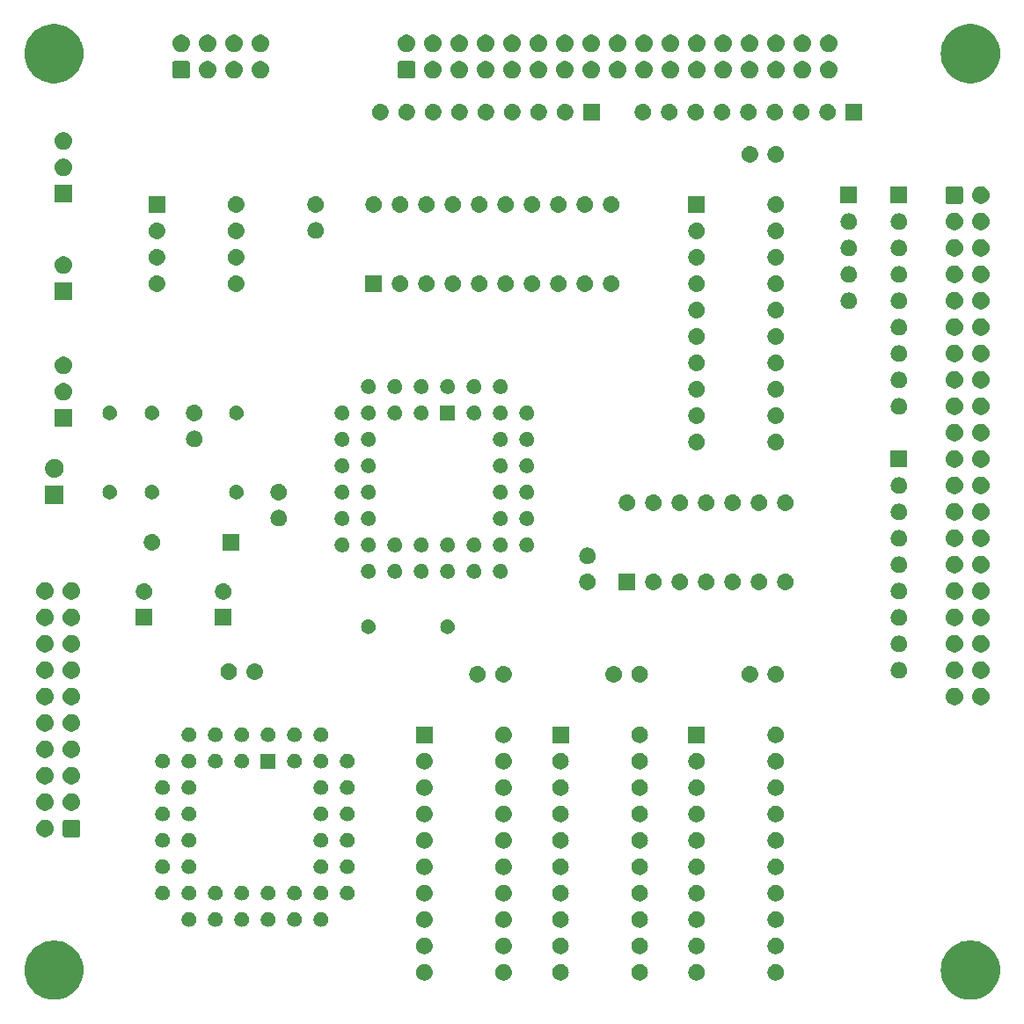
<source format=gbr>
G04 #@! TF.GenerationSoftware,KiCad,Pcbnew,8.0.3*
G04 #@! TF.CreationDate,2024-06-07T18:20:04+02:00*
G04 #@! TF.ProjectId,cpu_board_ext_bus_v2,6370755f-626f-4617-9264-5f6578745f62,2.3*
G04 #@! TF.SameCoordinates,PX18392c0PY730f910*
G04 #@! TF.FileFunction,Soldermask,Top*
G04 #@! TF.FilePolarity,Negative*
%FSLAX46Y46*%
G04 Gerber Fmt 4.6, Leading zero omitted, Abs format (unit mm)*
G04 Created by KiCad (PCBNEW 8.0.3) date 2024-06-07 18:20:04*
%MOMM*%
%LPD*%
G01*
G04 APERTURE LIST*
G04 APERTURE END LIST*
G36*
X4019897Y6331702D02*
G01*
X4342389Y6255270D01*
X4653827Y6141916D01*
X4950000Y5993172D01*
X5226902Y5811051D01*
X5480789Y5598015D01*
X5708227Y5356945D01*
X5906140Y5091101D01*
X6071853Y4804078D01*
X6203124Y4499757D01*
X6298178Y4182255D01*
X6355729Y3855865D01*
X6375000Y3525000D01*
X6355729Y3194135D01*
X6298178Y2867745D01*
X6203124Y2550243D01*
X6071853Y2245922D01*
X5906140Y1958899D01*
X5708227Y1693055D01*
X5480789Y1451985D01*
X5226902Y1238949D01*
X4950000Y1056828D01*
X4653827Y908084D01*
X4342389Y794730D01*
X4019897Y718298D01*
X3690713Y679822D01*
X3359287Y679822D01*
X3030103Y718298D01*
X2707611Y794730D01*
X2396173Y908084D01*
X2100000Y1056828D01*
X1823098Y1238949D01*
X1569211Y1451985D01*
X1341773Y1693055D01*
X1143860Y1958899D01*
X978147Y2245922D01*
X846876Y2550243D01*
X751822Y2867745D01*
X694271Y3194135D01*
X675000Y3525000D01*
X694271Y3855865D01*
X751822Y4182255D01*
X846876Y4499757D01*
X978147Y4804078D01*
X1143860Y5091101D01*
X1341773Y5356945D01*
X1569211Y5598015D01*
X1823098Y5811051D01*
X2100000Y5993172D01*
X2396173Y6141916D01*
X2707611Y6255270D01*
X3030103Y6331702D01*
X3359287Y6370178D01*
X3690713Y6370178D01*
X4019897Y6331702D01*
G37*
G36*
X92219897Y6331702D02*
G01*
X92542389Y6255270D01*
X92853827Y6141916D01*
X93150000Y5993172D01*
X93426902Y5811051D01*
X93680789Y5598015D01*
X93908227Y5356945D01*
X94106140Y5091101D01*
X94271853Y4804078D01*
X94403124Y4499757D01*
X94498178Y4182255D01*
X94555729Y3855865D01*
X94575000Y3525000D01*
X94555729Y3194135D01*
X94498178Y2867745D01*
X94403124Y2550243D01*
X94271853Y2245922D01*
X94106140Y1958899D01*
X93908227Y1693055D01*
X93680789Y1451985D01*
X93426902Y1238949D01*
X93150000Y1056828D01*
X92853827Y908084D01*
X92542389Y794730D01*
X92219897Y718298D01*
X91890713Y679822D01*
X91559287Y679822D01*
X91230103Y718298D01*
X90907611Y794730D01*
X90596173Y908084D01*
X90300000Y1056828D01*
X90023098Y1238949D01*
X89769211Y1451985D01*
X89541773Y1693055D01*
X89343860Y1958899D01*
X89178147Y2245922D01*
X89046876Y2550243D01*
X88951822Y2867745D01*
X88894271Y3194135D01*
X88875000Y3525000D01*
X88894271Y3855865D01*
X88951822Y4182255D01*
X89046876Y4499757D01*
X89178147Y4804078D01*
X89343860Y5091101D01*
X89541773Y5356945D01*
X89769211Y5598015D01*
X90023098Y5811051D01*
X90300000Y5993172D01*
X90596173Y6141916D01*
X90907611Y6255270D01*
X91230103Y6331702D01*
X91559287Y6370178D01*
X91890713Y6370178D01*
X92219897Y6331702D01*
G37*
G36*
X39203367Y4113339D02*
G01*
X39245593Y4113339D01*
X39293228Y4103214D01*
X39340017Y4097942D01*
X39374039Y4086038D01*
X39409127Y4078579D01*
X39459695Y4056065D01*
X39509107Y4038775D01*
X39534823Y4022617D01*
X39561860Y4010579D01*
X39612275Y3973950D01*
X39660792Y3943465D01*
X39678214Y3926043D01*
X39697117Y3912309D01*
X39743844Y3860413D01*
X39787465Y3816792D01*
X39797499Y3800823D01*
X39808986Y3788065D01*
X39848285Y3719997D01*
X39882775Y3665107D01*
X39887080Y3652803D01*
X39892580Y3643277D01*
X39920740Y3556608D01*
X39941942Y3496017D01*
X39942746Y3488882D01*
X39944244Y3484271D01*
X39957820Y3355096D01*
X39962000Y3318000D01*
X39957819Y3280902D01*
X39944244Y3151730D01*
X39942746Y3147121D01*
X39941942Y3139983D01*
X39920736Y3079380D01*
X39892580Y2992724D01*
X39887081Y2983201D01*
X39882775Y2970893D01*
X39848278Y2915993D01*
X39808986Y2847936D01*
X39797501Y2835182D01*
X39787465Y2819208D01*
X39743835Y2775579D01*
X39697117Y2723692D01*
X39678218Y2709962D01*
X39660792Y2692535D01*
X39612265Y2662044D01*
X39561860Y2625422D01*
X39534829Y2613388D01*
X39509107Y2597225D01*
X39459685Y2579932D01*
X39409127Y2557422D01*
X39374045Y2549965D01*
X39340017Y2538058D01*
X39293225Y2532786D01*
X39245593Y2522661D01*
X39203367Y2522661D01*
X39162000Y2518000D01*
X39120633Y2522661D01*
X39078407Y2522661D01*
X39030774Y2532786D01*
X38983983Y2538058D01*
X38949955Y2549965D01*
X38914872Y2557422D01*
X38864309Y2579934D01*
X38814893Y2597225D01*
X38789173Y2613386D01*
X38762139Y2625422D01*
X38711726Y2662049D01*
X38663208Y2692535D01*
X38645784Y2709959D01*
X38626882Y2723692D01*
X38580154Y2775589D01*
X38536535Y2819208D01*
X38526500Y2835178D01*
X38515013Y2847936D01*
X38475709Y2916013D01*
X38441225Y2970893D01*
X38436919Y2983197D01*
X38431419Y2992724D01*
X38403249Y3079420D01*
X38382058Y3139983D01*
X38381254Y3147116D01*
X38379755Y3151730D01*
X38366165Y3281034D01*
X38362000Y3318000D01*
X38366164Y3354964D01*
X38379755Y3484271D01*
X38381254Y3488887D01*
X38382058Y3496017D01*
X38403245Y3556568D01*
X38431419Y3643277D01*
X38436920Y3652807D01*
X38441225Y3665107D01*
X38475701Y3719977D01*
X38515013Y3788065D01*
X38526502Y3800826D01*
X38536535Y3816792D01*
X38580145Y3860403D01*
X38626882Y3912309D01*
X38645787Y3926045D01*
X38663208Y3943465D01*
X38711721Y3973948D01*
X38762140Y4010579D01*
X38789176Y4022617D01*
X38814893Y4038775D01*
X38864301Y4056064D01*
X38914872Y4078579D01*
X38949961Y4086038D01*
X38983983Y4097942D01*
X39030771Y4103214D01*
X39078407Y4113339D01*
X39120633Y4113339D01*
X39162000Y4118000D01*
X39203367Y4113339D01*
G37*
G36*
X46823367Y4113339D02*
G01*
X46865593Y4113339D01*
X46913228Y4103214D01*
X46960017Y4097942D01*
X46994039Y4086038D01*
X47029127Y4078579D01*
X47079695Y4056065D01*
X47129107Y4038775D01*
X47154823Y4022617D01*
X47181860Y4010579D01*
X47232275Y3973950D01*
X47280792Y3943465D01*
X47298214Y3926043D01*
X47317117Y3912309D01*
X47363844Y3860413D01*
X47407465Y3816792D01*
X47417499Y3800823D01*
X47428986Y3788065D01*
X47468285Y3719997D01*
X47502775Y3665107D01*
X47507080Y3652803D01*
X47512580Y3643277D01*
X47540740Y3556608D01*
X47561942Y3496017D01*
X47562746Y3488882D01*
X47564244Y3484271D01*
X47577820Y3355096D01*
X47582000Y3318000D01*
X47577819Y3280902D01*
X47564244Y3151730D01*
X47562746Y3147121D01*
X47561942Y3139983D01*
X47540736Y3079380D01*
X47512580Y2992724D01*
X47507081Y2983201D01*
X47502775Y2970893D01*
X47468278Y2915993D01*
X47428986Y2847936D01*
X47417501Y2835182D01*
X47407465Y2819208D01*
X47363835Y2775579D01*
X47317117Y2723692D01*
X47298218Y2709962D01*
X47280792Y2692535D01*
X47232265Y2662044D01*
X47181860Y2625422D01*
X47154829Y2613388D01*
X47129107Y2597225D01*
X47079685Y2579932D01*
X47029127Y2557422D01*
X46994045Y2549965D01*
X46960017Y2538058D01*
X46913225Y2532786D01*
X46865593Y2522661D01*
X46823367Y2522661D01*
X46782000Y2518000D01*
X46740633Y2522661D01*
X46698407Y2522661D01*
X46650774Y2532786D01*
X46603983Y2538058D01*
X46569955Y2549965D01*
X46534872Y2557422D01*
X46484309Y2579934D01*
X46434893Y2597225D01*
X46409173Y2613386D01*
X46382139Y2625422D01*
X46331726Y2662049D01*
X46283208Y2692535D01*
X46265784Y2709959D01*
X46246882Y2723692D01*
X46200154Y2775589D01*
X46156535Y2819208D01*
X46146500Y2835178D01*
X46135013Y2847936D01*
X46095709Y2916013D01*
X46061225Y2970893D01*
X46056919Y2983197D01*
X46051419Y2992724D01*
X46023249Y3079420D01*
X46002058Y3139983D01*
X46001254Y3147116D01*
X45999755Y3151730D01*
X45986165Y3281034D01*
X45982000Y3318000D01*
X45986164Y3354964D01*
X45999755Y3484271D01*
X46001254Y3488887D01*
X46002058Y3496017D01*
X46023245Y3556568D01*
X46051419Y3643277D01*
X46056920Y3652807D01*
X46061225Y3665107D01*
X46095701Y3719977D01*
X46135013Y3788065D01*
X46146502Y3800826D01*
X46156535Y3816792D01*
X46200145Y3860403D01*
X46246882Y3912309D01*
X46265787Y3926045D01*
X46283208Y3943465D01*
X46331721Y3973948D01*
X46382140Y4010579D01*
X46409176Y4022617D01*
X46434893Y4038775D01*
X46484301Y4056064D01*
X46534872Y4078579D01*
X46569961Y4086038D01*
X46603983Y4097942D01*
X46650771Y4103214D01*
X46698407Y4113339D01*
X46740633Y4113339D01*
X46782000Y4118000D01*
X46823367Y4113339D01*
G37*
G36*
X52307367Y4113339D02*
G01*
X52349593Y4113339D01*
X52397228Y4103214D01*
X52444017Y4097942D01*
X52478039Y4086038D01*
X52513127Y4078579D01*
X52563695Y4056065D01*
X52613107Y4038775D01*
X52638823Y4022617D01*
X52665860Y4010579D01*
X52716275Y3973950D01*
X52764792Y3943465D01*
X52782214Y3926043D01*
X52801117Y3912309D01*
X52847844Y3860413D01*
X52891465Y3816792D01*
X52901499Y3800823D01*
X52912986Y3788065D01*
X52952285Y3719997D01*
X52986775Y3665107D01*
X52991080Y3652803D01*
X52996580Y3643277D01*
X53024740Y3556608D01*
X53045942Y3496017D01*
X53046746Y3488882D01*
X53048244Y3484271D01*
X53061820Y3355096D01*
X53066000Y3318000D01*
X53061819Y3280902D01*
X53048244Y3151730D01*
X53046746Y3147121D01*
X53045942Y3139983D01*
X53024736Y3079380D01*
X52996580Y2992724D01*
X52991081Y2983201D01*
X52986775Y2970893D01*
X52952278Y2915993D01*
X52912986Y2847936D01*
X52901501Y2835182D01*
X52891465Y2819208D01*
X52847835Y2775579D01*
X52801117Y2723692D01*
X52782218Y2709962D01*
X52764792Y2692535D01*
X52716265Y2662044D01*
X52665860Y2625422D01*
X52638829Y2613388D01*
X52613107Y2597225D01*
X52563685Y2579932D01*
X52513127Y2557422D01*
X52478045Y2549965D01*
X52444017Y2538058D01*
X52397225Y2532786D01*
X52349593Y2522661D01*
X52307367Y2522661D01*
X52266000Y2518000D01*
X52224633Y2522661D01*
X52182407Y2522661D01*
X52134774Y2532786D01*
X52087983Y2538058D01*
X52053955Y2549965D01*
X52018872Y2557422D01*
X51968309Y2579934D01*
X51918893Y2597225D01*
X51893173Y2613386D01*
X51866139Y2625422D01*
X51815726Y2662049D01*
X51767208Y2692535D01*
X51749784Y2709959D01*
X51730882Y2723692D01*
X51684154Y2775589D01*
X51640535Y2819208D01*
X51630500Y2835178D01*
X51619013Y2847936D01*
X51579709Y2916013D01*
X51545225Y2970893D01*
X51540919Y2983197D01*
X51535419Y2992724D01*
X51507249Y3079420D01*
X51486058Y3139983D01*
X51485254Y3147116D01*
X51483755Y3151730D01*
X51470165Y3281034D01*
X51466000Y3318000D01*
X51470164Y3354964D01*
X51483755Y3484271D01*
X51485254Y3488887D01*
X51486058Y3496017D01*
X51507245Y3556568D01*
X51535419Y3643277D01*
X51540920Y3652807D01*
X51545225Y3665107D01*
X51579701Y3719977D01*
X51619013Y3788065D01*
X51630502Y3800826D01*
X51640535Y3816792D01*
X51684145Y3860403D01*
X51730882Y3912309D01*
X51749787Y3926045D01*
X51767208Y3943465D01*
X51815721Y3973948D01*
X51866140Y4010579D01*
X51893176Y4022617D01*
X51918893Y4038775D01*
X51968301Y4056064D01*
X52018872Y4078579D01*
X52053961Y4086038D01*
X52087983Y4097942D01*
X52134771Y4103214D01*
X52182407Y4113339D01*
X52224633Y4113339D01*
X52266000Y4118000D01*
X52307367Y4113339D01*
G37*
G36*
X59927367Y4113339D02*
G01*
X59969593Y4113339D01*
X60017228Y4103214D01*
X60064017Y4097942D01*
X60098039Y4086038D01*
X60133127Y4078579D01*
X60183695Y4056065D01*
X60233107Y4038775D01*
X60258823Y4022617D01*
X60285860Y4010579D01*
X60336275Y3973950D01*
X60384792Y3943465D01*
X60402214Y3926043D01*
X60421117Y3912309D01*
X60467844Y3860413D01*
X60511465Y3816792D01*
X60521499Y3800823D01*
X60532986Y3788065D01*
X60572285Y3719997D01*
X60606775Y3665107D01*
X60611080Y3652803D01*
X60616580Y3643277D01*
X60644740Y3556608D01*
X60665942Y3496017D01*
X60666746Y3488882D01*
X60668244Y3484271D01*
X60681820Y3355096D01*
X60686000Y3318000D01*
X60681819Y3280902D01*
X60668244Y3151730D01*
X60666746Y3147121D01*
X60665942Y3139983D01*
X60644736Y3079380D01*
X60616580Y2992724D01*
X60611081Y2983201D01*
X60606775Y2970893D01*
X60572278Y2915993D01*
X60532986Y2847936D01*
X60521501Y2835182D01*
X60511465Y2819208D01*
X60467835Y2775579D01*
X60421117Y2723692D01*
X60402218Y2709962D01*
X60384792Y2692535D01*
X60336265Y2662044D01*
X60285860Y2625422D01*
X60258829Y2613388D01*
X60233107Y2597225D01*
X60183685Y2579932D01*
X60133127Y2557422D01*
X60098045Y2549965D01*
X60064017Y2538058D01*
X60017225Y2532786D01*
X59969593Y2522661D01*
X59927367Y2522661D01*
X59886000Y2518000D01*
X59844633Y2522661D01*
X59802407Y2522661D01*
X59754774Y2532786D01*
X59707983Y2538058D01*
X59673955Y2549965D01*
X59638872Y2557422D01*
X59588309Y2579934D01*
X59538893Y2597225D01*
X59513173Y2613386D01*
X59486139Y2625422D01*
X59435726Y2662049D01*
X59387208Y2692535D01*
X59369784Y2709959D01*
X59350882Y2723692D01*
X59304154Y2775589D01*
X59260535Y2819208D01*
X59250500Y2835178D01*
X59239013Y2847936D01*
X59199709Y2916013D01*
X59165225Y2970893D01*
X59160919Y2983197D01*
X59155419Y2992724D01*
X59127249Y3079420D01*
X59106058Y3139983D01*
X59105254Y3147116D01*
X59103755Y3151730D01*
X59090165Y3281034D01*
X59086000Y3318000D01*
X59090164Y3354964D01*
X59103755Y3484271D01*
X59105254Y3488887D01*
X59106058Y3496017D01*
X59127245Y3556568D01*
X59155419Y3643277D01*
X59160920Y3652807D01*
X59165225Y3665107D01*
X59199701Y3719977D01*
X59239013Y3788065D01*
X59250502Y3800826D01*
X59260535Y3816792D01*
X59304145Y3860403D01*
X59350882Y3912309D01*
X59369787Y3926045D01*
X59387208Y3943465D01*
X59435721Y3973948D01*
X59486140Y4010579D01*
X59513176Y4022617D01*
X59538893Y4038775D01*
X59588301Y4056064D01*
X59638872Y4078579D01*
X59673961Y4086038D01*
X59707983Y4097942D01*
X59754771Y4103214D01*
X59802407Y4113339D01*
X59844633Y4113339D01*
X59886000Y4118000D01*
X59927367Y4113339D01*
G37*
G36*
X65411367Y4113339D02*
G01*
X65453593Y4113339D01*
X65501228Y4103214D01*
X65548017Y4097942D01*
X65582039Y4086038D01*
X65617127Y4078579D01*
X65667695Y4056065D01*
X65717107Y4038775D01*
X65742823Y4022617D01*
X65769860Y4010579D01*
X65820275Y3973950D01*
X65868792Y3943465D01*
X65886214Y3926043D01*
X65905117Y3912309D01*
X65951844Y3860413D01*
X65995465Y3816792D01*
X66005499Y3800823D01*
X66016986Y3788065D01*
X66056285Y3719997D01*
X66090775Y3665107D01*
X66095080Y3652803D01*
X66100580Y3643277D01*
X66128740Y3556608D01*
X66149942Y3496017D01*
X66150746Y3488882D01*
X66152244Y3484271D01*
X66165820Y3355096D01*
X66170000Y3318000D01*
X66165819Y3280902D01*
X66152244Y3151730D01*
X66150746Y3147121D01*
X66149942Y3139983D01*
X66128736Y3079380D01*
X66100580Y2992724D01*
X66095081Y2983201D01*
X66090775Y2970893D01*
X66056278Y2915993D01*
X66016986Y2847936D01*
X66005501Y2835182D01*
X65995465Y2819208D01*
X65951835Y2775579D01*
X65905117Y2723692D01*
X65886218Y2709962D01*
X65868792Y2692535D01*
X65820265Y2662044D01*
X65769860Y2625422D01*
X65742829Y2613388D01*
X65717107Y2597225D01*
X65667685Y2579932D01*
X65617127Y2557422D01*
X65582045Y2549965D01*
X65548017Y2538058D01*
X65501225Y2532786D01*
X65453593Y2522661D01*
X65411367Y2522661D01*
X65370000Y2518000D01*
X65328633Y2522661D01*
X65286407Y2522661D01*
X65238774Y2532786D01*
X65191983Y2538058D01*
X65157955Y2549965D01*
X65122872Y2557422D01*
X65072309Y2579934D01*
X65022893Y2597225D01*
X64997173Y2613386D01*
X64970139Y2625422D01*
X64919726Y2662049D01*
X64871208Y2692535D01*
X64853784Y2709959D01*
X64834882Y2723692D01*
X64788154Y2775589D01*
X64744535Y2819208D01*
X64734500Y2835178D01*
X64723013Y2847936D01*
X64683709Y2916013D01*
X64649225Y2970893D01*
X64644919Y2983197D01*
X64639419Y2992724D01*
X64611249Y3079420D01*
X64590058Y3139983D01*
X64589254Y3147116D01*
X64587755Y3151730D01*
X64574165Y3281034D01*
X64570000Y3318000D01*
X64574164Y3354964D01*
X64587755Y3484271D01*
X64589254Y3488887D01*
X64590058Y3496017D01*
X64611245Y3556568D01*
X64639419Y3643277D01*
X64644920Y3652807D01*
X64649225Y3665107D01*
X64683701Y3719977D01*
X64723013Y3788065D01*
X64734502Y3800826D01*
X64744535Y3816792D01*
X64788145Y3860403D01*
X64834882Y3912309D01*
X64853787Y3926045D01*
X64871208Y3943465D01*
X64919721Y3973948D01*
X64970140Y4010579D01*
X64997176Y4022617D01*
X65022893Y4038775D01*
X65072301Y4056064D01*
X65122872Y4078579D01*
X65157961Y4086038D01*
X65191983Y4097942D01*
X65238771Y4103214D01*
X65286407Y4113339D01*
X65328633Y4113339D01*
X65370000Y4118000D01*
X65411367Y4113339D01*
G37*
G36*
X73031367Y4113339D02*
G01*
X73073593Y4113339D01*
X73121228Y4103214D01*
X73168017Y4097942D01*
X73202039Y4086038D01*
X73237127Y4078579D01*
X73287695Y4056065D01*
X73337107Y4038775D01*
X73362823Y4022617D01*
X73389860Y4010579D01*
X73440275Y3973950D01*
X73488792Y3943465D01*
X73506214Y3926043D01*
X73525117Y3912309D01*
X73571844Y3860413D01*
X73615465Y3816792D01*
X73625499Y3800823D01*
X73636986Y3788065D01*
X73676285Y3719997D01*
X73710775Y3665107D01*
X73715080Y3652803D01*
X73720580Y3643277D01*
X73748740Y3556608D01*
X73769942Y3496017D01*
X73770746Y3488882D01*
X73772244Y3484271D01*
X73785820Y3355096D01*
X73790000Y3318000D01*
X73785819Y3280902D01*
X73772244Y3151730D01*
X73770746Y3147121D01*
X73769942Y3139983D01*
X73748736Y3079380D01*
X73720580Y2992724D01*
X73715081Y2983201D01*
X73710775Y2970893D01*
X73676278Y2915993D01*
X73636986Y2847936D01*
X73625501Y2835182D01*
X73615465Y2819208D01*
X73571835Y2775579D01*
X73525117Y2723692D01*
X73506218Y2709962D01*
X73488792Y2692535D01*
X73440265Y2662044D01*
X73389860Y2625422D01*
X73362829Y2613388D01*
X73337107Y2597225D01*
X73287685Y2579932D01*
X73237127Y2557422D01*
X73202045Y2549965D01*
X73168017Y2538058D01*
X73121225Y2532786D01*
X73073593Y2522661D01*
X73031367Y2522661D01*
X72990000Y2518000D01*
X72948633Y2522661D01*
X72906407Y2522661D01*
X72858774Y2532786D01*
X72811983Y2538058D01*
X72777955Y2549965D01*
X72742872Y2557422D01*
X72692309Y2579934D01*
X72642893Y2597225D01*
X72617173Y2613386D01*
X72590139Y2625422D01*
X72539726Y2662049D01*
X72491208Y2692535D01*
X72473784Y2709959D01*
X72454882Y2723692D01*
X72408154Y2775589D01*
X72364535Y2819208D01*
X72354500Y2835178D01*
X72343013Y2847936D01*
X72303709Y2916013D01*
X72269225Y2970893D01*
X72264919Y2983197D01*
X72259419Y2992724D01*
X72231249Y3079420D01*
X72210058Y3139983D01*
X72209254Y3147116D01*
X72207755Y3151730D01*
X72194165Y3281034D01*
X72190000Y3318000D01*
X72194164Y3354964D01*
X72207755Y3484271D01*
X72209254Y3488887D01*
X72210058Y3496017D01*
X72231245Y3556568D01*
X72259419Y3643277D01*
X72264920Y3652807D01*
X72269225Y3665107D01*
X72303701Y3719977D01*
X72343013Y3788065D01*
X72354502Y3800826D01*
X72364535Y3816792D01*
X72408145Y3860403D01*
X72454882Y3912309D01*
X72473787Y3926045D01*
X72491208Y3943465D01*
X72539721Y3973948D01*
X72590140Y4010579D01*
X72617176Y4022617D01*
X72642893Y4038775D01*
X72692301Y4056064D01*
X72742872Y4078579D01*
X72777961Y4086038D01*
X72811983Y4097942D01*
X72858771Y4103214D01*
X72906407Y4113339D01*
X72948633Y4113339D01*
X72990000Y4118000D01*
X73031367Y4113339D01*
G37*
G36*
X39203367Y6653339D02*
G01*
X39245593Y6653339D01*
X39293228Y6643214D01*
X39340017Y6637942D01*
X39374039Y6626038D01*
X39409127Y6618579D01*
X39459695Y6596065D01*
X39509107Y6578775D01*
X39534823Y6562617D01*
X39561860Y6550579D01*
X39612275Y6513950D01*
X39660792Y6483465D01*
X39678214Y6466043D01*
X39697117Y6452309D01*
X39743844Y6400413D01*
X39787465Y6356792D01*
X39797499Y6340823D01*
X39808986Y6328065D01*
X39848285Y6259997D01*
X39882775Y6205107D01*
X39887080Y6192803D01*
X39892580Y6183277D01*
X39920740Y6096608D01*
X39941942Y6036017D01*
X39942746Y6028882D01*
X39944244Y6024271D01*
X39957820Y5895096D01*
X39962000Y5858000D01*
X39957819Y5820902D01*
X39944244Y5691730D01*
X39942746Y5687121D01*
X39941942Y5679983D01*
X39920736Y5619380D01*
X39892580Y5532724D01*
X39887081Y5523201D01*
X39882775Y5510893D01*
X39848278Y5455993D01*
X39808986Y5387936D01*
X39797501Y5375182D01*
X39787465Y5359208D01*
X39743835Y5315579D01*
X39697117Y5263692D01*
X39678218Y5249962D01*
X39660792Y5232535D01*
X39612265Y5202044D01*
X39561860Y5165422D01*
X39534829Y5153388D01*
X39509107Y5137225D01*
X39459685Y5119932D01*
X39409127Y5097422D01*
X39374045Y5089965D01*
X39340017Y5078058D01*
X39293225Y5072786D01*
X39245593Y5062661D01*
X39203367Y5062661D01*
X39162000Y5058000D01*
X39120633Y5062661D01*
X39078407Y5062661D01*
X39030774Y5072786D01*
X38983983Y5078058D01*
X38949955Y5089965D01*
X38914872Y5097422D01*
X38864309Y5119934D01*
X38814893Y5137225D01*
X38789173Y5153386D01*
X38762139Y5165422D01*
X38711726Y5202049D01*
X38663208Y5232535D01*
X38645784Y5249959D01*
X38626882Y5263692D01*
X38580154Y5315589D01*
X38536535Y5359208D01*
X38526500Y5375178D01*
X38515013Y5387936D01*
X38475709Y5456013D01*
X38441225Y5510893D01*
X38436919Y5523197D01*
X38431419Y5532724D01*
X38403249Y5619420D01*
X38382058Y5679983D01*
X38381254Y5687116D01*
X38379755Y5691730D01*
X38366165Y5821034D01*
X38362000Y5858000D01*
X38366164Y5894964D01*
X38379755Y6024271D01*
X38381254Y6028887D01*
X38382058Y6036017D01*
X38403245Y6096568D01*
X38431419Y6183277D01*
X38436920Y6192807D01*
X38441225Y6205107D01*
X38475701Y6259977D01*
X38515013Y6328065D01*
X38526502Y6340826D01*
X38536535Y6356792D01*
X38580145Y6400403D01*
X38626882Y6452309D01*
X38645787Y6466045D01*
X38663208Y6483465D01*
X38711721Y6513948D01*
X38762140Y6550579D01*
X38789176Y6562617D01*
X38814893Y6578775D01*
X38864301Y6596064D01*
X38914872Y6618579D01*
X38949961Y6626038D01*
X38983983Y6637942D01*
X39030771Y6643214D01*
X39078407Y6653339D01*
X39120633Y6653339D01*
X39162000Y6658000D01*
X39203367Y6653339D01*
G37*
G36*
X46823367Y6653339D02*
G01*
X46865593Y6653339D01*
X46913228Y6643214D01*
X46960017Y6637942D01*
X46994039Y6626038D01*
X47029127Y6618579D01*
X47079695Y6596065D01*
X47129107Y6578775D01*
X47154823Y6562617D01*
X47181860Y6550579D01*
X47232275Y6513950D01*
X47280792Y6483465D01*
X47298214Y6466043D01*
X47317117Y6452309D01*
X47363844Y6400413D01*
X47407465Y6356792D01*
X47417499Y6340823D01*
X47428986Y6328065D01*
X47468285Y6259997D01*
X47502775Y6205107D01*
X47507080Y6192803D01*
X47512580Y6183277D01*
X47540740Y6096608D01*
X47561942Y6036017D01*
X47562746Y6028882D01*
X47564244Y6024271D01*
X47577820Y5895096D01*
X47582000Y5858000D01*
X47577819Y5820902D01*
X47564244Y5691730D01*
X47562746Y5687121D01*
X47561942Y5679983D01*
X47540736Y5619380D01*
X47512580Y5532724D01*
X47507081Y5523201D01*
X47502775Y5510893D01*
X47468278Y5455993D01*
X47428986Y5387936D01*
X47417501Y5375182D01*
X47407465Y5359208D01*
X47363835Y5315579D01*
X47317117Y5263692D01*
X47298218Y5249962D01*
X47280792Y5232535D01*
X47232265Y5202044D01*
X47181860Y5165422D01*
X47154829Y5153388D01*
X47129107Y5137225D01*
X47079685Y5119932D01*
X47029127Y5097422D01*
X46994045Y5089965D01*
X46960017Y5078058D01*
X46913225Y5072786D01*
X46865593Y5062661D01*
X46823367Y5062661D01*
X46782000Y5058000D01*
X46740633Y5062661D01*
X46698407Y5062661D01*
X46650774Y5072786D01*
X46603983Y5078058D01*
X46569955Y5089965D01*
X46534872Y5097422D01*
X46484309Y5119934D01*
X46434893Y5137225D01*
X46409173Y5153386D01*
X46382139Y5165422D01*
X46331726Y5202049D01*
X46283208Y5232535D01*
X46265784Y5249959D01*
X46246882Y5263692D01*
X46200154Y5315589D01*
X46156535Y5359208D01*
X46146500Y5375178D01*
X46135013Y5387936D01*
X46095709Y5456013D01*
X46061225Y5510893D01*
X46056919Y5523197D01*
X46051419Y5532724D01*
X46023249Y5619420D01*
X46002058Y5679983D01*
X46001254Y5687116D01*
X45999755Y5691730D01*
X45986165Y5821034D01*
X45982000Y5858000D01*
X45986164Y5894964D01*
X45999755Y6024271D01*
X46001254Y6028887D01*
X46002058Y6036017D01*
X46023245Y6096568D01*
X46051419Y6183277D01*
X46056920Y6192807D01*
X46061225Y6205107D01*
X46095701Y6259977D01*
X46135013Y6328065D01*
X46146502Y6340826D01*
X46156535Y6356792D01*
X46200145Y6400403D01*
X46246882Y6452309D01*
X46265787Y6466045D01*
X46283208Y6483465D01*
X46331721Y6513948D01*
X46382140Y6550579D01*
X46409176Y6562617D01*
X46434893Y6578775D01*
X46484301Y6596064D01*
X46534872Y6618579D01*
X46569961Y6626038D01*
X46603983Y6637942D01*
X46650771Y6643214D01*
X46698407Y6653339D01*
X46740633Y6653339D01*
X46782000Y6658000D01*
X46823367Y6653339D01*
G37*
G36*
X52307367Y6653339D02*
G01*
X52349593Y6653339D01*
X52397228Y6643214D01*
X52444017Y6637942D01*
X52478039Y6626038D01*
X52513127Y6618579D01*
X52563695Y6596065D01*
X52613107Y6578775D01*
X52638823Y6562617D01*
X52665860Y6550579D01*
X52716275Y6513950D01*
X52764792Y6483465D01*
X52782214Y6466043D01*
X52801117Y6452309D01*
X52847844Y6400413D01*
X52891465Y6356792D01*
X52901499Y6340823D01*
X52912986Y6328065D01*
X52952285Y6259997D01*
X52986775Y6205107D01*
X52991080Y6192803D01*
X52996580Y6183277D01*
X53024740Y6096608D01*
X53045942Y6036017D01*
X53046746Y6028882D01*
X53048244Y6024271D01*
X53061820Y5895096D01*
X53066000Y5858000D01*
X53061819Y5820902D01*
X53048244Y5691730D01*
X53046746Y5687121D01*
X53045942Y5679983D01*
X53024736Y5619380D01*
X52996580Y5532724D01*
X52991081Y5523201D01*
X52986775Y5510893D01*
X52952278Y5455993D01*
X52912986Y5387936D01*
X52901501Y5375182D01*
X52891465Y5359208D01*
X52847835Y5315579D01*
X52801117Y5263692D01*
X52782218Y5249962D01*
X52764792Y5232535D01*
X52716265Y5202044D01*
X52665860Y5165422D01*
X52638829Y5153388D01*
X52613107Y5137225D01*
X52563685Y5119932D01*
X52513127Y5097422D01*
X52478045Y5089965D01*
X52444017Y5078058D01*
X52397225Y5072786D01*
X52349593Y5062661D01*
X52307367Y5062661D01*
X52266000Y5058000D01*
X52224633Y5062661D01*
X52182407Y5062661D01*
X52134774Y5072786D01*
X52087983Y5078058D01*
X52053955Y5089965D01*
X52018872Y5097422D01*
X51968309Y5119934D01*
X51918893Y5137225D01*
X51893173Y5153386D01*
X51866139Y5165422D01*
X51815726Y5202049D01*
X51767208Y5232535D01*
X51749784Y5249959D01*
X51730882Y5263692D01*
X51684154Y5315589D01*
X51640535Y5359208D01*
X51630500Y5375178D01*
X51619013Y5387936D01*
X51579709Y5456013D01*
X51545225Y5510893D01*
X51540919Y5523197D01*
X51535419Y5532724D01*
X51507249Y5619420D01*
X51486058Y5679983D01*
X51485254Y5687116D01*
X51483755Y5691730D01*
X51470165Y5821034D01*
X51466000Y5858000D01*
X51470164Y5894964D01*
X51483755Y6024271D01*
X51485254Y6028887D01*
X51486058Y6036017D01*
X51507245Y6096568D01*
X51535419Y6183277D01*
X51540920Y6192807D01*
X51545225Y6205107D01*
X51579701Y6259977D01*
X51619013Y6328065D01*
X51630502Y6340826D01*
X51640535Y6356792D01*
X51684145Y6400403D01*
X51730882Y6452309D01*
X51749787Y6466045D01*
X51767208Y6483465D01*
X51815721Y6513948D01*
X51866140Y6550579D01*
X51893176Y6562617D01*
X51918893Y6578775D01*
X51968301Y6596064D01*
X52018872Y6618579D01*
X52053961Y6626038D01*
X52087983Y6637942D01*
X52134771Y6643214D01*
X52182407Y6653339D01*
X52224633Y6653339D01*
X52266000Y6658000D01*
X52307367Y6653339D01*
G37*
G36*
X59927367Y6653339D02*
G01*
X59969593Y6653339D01*
X60017228Y6643214D01*
X60064017Y6637942D01*
X60098039Y6626038D01*
X60133127Y6618579D01*
X60183695Y6596065D01*
X60233107Y6578775D01*
X60258823Y6562617D01*
X60285860Y6550579D01*
X60336275Y6513950D01*
X60384792Y6483465D01*
X60402214Y6466043D01*
X60421117Y6452309D01*
X60467844Y6400413D01*
X60511465Y6356792D01*
X60521499Y6340823D01*
X60532986Y6328065D01*
X60572285Y6259997D01*
X60606775Y6205107D01*
X60611080Y6192803D01*
X60616580Y6183277D01*
X60644740Y6096608D01*
X60665942Y6036017D01*
X60666746Y6028882D01*
X60668244Y6024271D01*
X60681820Y5895096D01*
X60686000Y5858000D01*
X60681819Y5820902D01*
X60668244Y5691730D01*
X60666746Y5687121D01*
X60665942Y5679983D01*
X60644736Y5619380D01*
X60616580Y5532724D01*
X60611081Y5523201D01*
X60606775Y5510893D01*
X60572278Y5455993D01*
X60532986Y5387936D01*
X60521501Y5375182D01*
X60511465Y5359208D01*
X60467835Y5315579D01*
X60421117Y5263692D01*
X60402218Y5249962D01*
X60384792Y5232535D01*
X60336265Y5202044D01*
X60285860Y5165422D01*
X60258829Y5153388D01*
X60233107Y5137225D01*
X60183685Y5119932D01*
X60133127Y5097422D01*
X60098045Y5089965D01*
X60064017Y5078058D01*
X60017225Y5072786D01*
X59969593Y5062661D01*
X59927367Y5062661D01*
X59886000Y5058000D01*
X59844633Y5062661D01*
X59802407Y5062661D01*
X59754774Y5072786D01*
X59707983Y5078058D01*
X59673955Y5089965D01*
X59638872Y5097422D01*
X59588309Y5119934D01*
X59538893Y5137225D01*
X59513173Y5153386D01*
X59486139Y5165422D01*
X59435726Y5202049D01*
X59387208Y5232535D01*
X59369784Y5249959D01*
X59350882Y5263692D01*
X59304154Y5315589D01*
X59260535Y5359208D01*
X59250500Y5375178D01*
X59239013Y5387936D01*
X59199709Y5456013D01*
X59165225Y5510893D01*
X59160919Y5523197D01*
X59155419Y5532724D01*
X59127249Y5619420D01*
X59106058Y5679983D01*
X59105254Y5687116D01*
X59103755Y5691730D01*
X59090165Y5821034D01*
X59086000Y5858000D01*
X59090164Y5894964D01*
X59103755Y6024271D01*
X59105254Y6028887D01*
X59106058Y6036017D01*
X59127245Y6096568D01*
X59155419Y6183277D01*
X59160920Y6192807D01*
X59165225Y6205107D01*
X59199701Y6259977D01*
X59239013Y6328065D01*
X59250502Y6340826D01*
X59260535Y6356792D01*
X59304145Y6400403D01*
X59350882Y6452309D01*
X59369787Y6466045D01*
X59387208Y6483465D01*
X59435721Y6513948D01*
X59486140Y6550579D01*
X59513176Y6562617D01*
X59538893Y6578775D01*
X59588301Y6596064D01*
X59638872Y6618579D01*
X59673961Y6626038D01*
X59707983Y6637942D01*
X59754771Y6643214D01*
X59802407Y6653339D01*
X59844633Y6653339D01*
X59886000Y6658000D01*
X59927367Y6653339D01*
G37*
G36*
X65411367Y6653339D02*
G01*
X65453593Y6653339D01*
X65501228Y6643214D01*
X65548017Y6637942D01*
X65582039Y6626038D01*
X65617127Y6618579D01*
X65667695Y6596065D01*
X65717107Y6578775D01*
X65742823Y6562617D01*
X65769860Y6550579D01*
X65820275Y6513950D01*
X65868792Y6483465D01*
X65886214Y6466043D01*
X65905117Y6452309D01*
X65951844Y6400413D01*
X65995465Y6356792D01*
X66005499Y6340823D01*
X66016986Y6328065D01*
X66056285Y6259997D01*
X66090775Y6205107D01*
X66095080Y6192803D01*
X66100580Y6183277D01*
X66128740Y6096608D01*
X66149942Y6036017D01*
X66150746Y6028882D01*
X66152244Y6024271D01*
X66165820Y5895096D01*
X66170000Y5858000D01*
X66165819Y5820902D01*
X66152244Y5691730D01*
X66150746Y5687121D01*
X66149942Y5679983D01*
X66128736Y5619380D01*
X66100580Y5532724D01*
X66095081Y5523201D01*
X66090775Y5510893D01*
X66056278Y5455993D01*
X66016986Y5387936D01*
X66005501Y5375182D01*
X65995465Y5359208D01*
X65951835Y5315579D01*
X65905117Y5263692D01*
X65886218Y5249962D01*
X65868792Y5232535D01*
X65820265Y5202044D01*
X65769860Y5165422D01*
X65742829Y5153388D01*
X65717107Y5137225D01*
X65667685Y5119932D01*
X65617127Y5097422D01*
X65582045Y5089965D01*
X65548017Y5078058D01*
X65501225Y5072786D01*
X65453593Y5062661D01*
X65411367Y5062661D01*
X65370000Y5058000D01*
X65328633Y5062661D01*
X65286407Y5062661D01*
X65238774Y5072786D01*
X65191983Y5078058D01*
X65157955Y5089965D01*
X65122872Y5097422D01*
X65072309Y5119934D01*
X65022893Y5137225D01*
X64997173Y5153386D01*
X64970139Y5165422D01*
X64919726Y5202049D01*
X64871208Y5232535D01*
X64853784Y5249959D01*
X64834882Y5263692D01*
X64788154Y5315589D01*
X64744535Y5359208D01*
X64734500Y5375178D01*
X64723013Y5387936D01*
X64683709Y5456013D01*
X64649225Y5510893D01*
X64644919Y5523197D01*
X64639419Y5532724D01*
X64611249Y5619420D01*
X64590058Y5679983D01*
X64589254Y5687116D01*
X64587755Y5691730D01*
X64574165Y5821034D01*
X64570000Y5858000D01*
X64574164Y5894964D01*
X64587755Y6024271D01*
X64589254Y6028887D01*
X64590058Y6036017D01*
X64611245Y6096568D01*
X64639419Y6183277D01*
X64644920Y6192807D01*
X64649225Y6205107D01*
X64683701Y6259977D01*
X64723013Y6328065D01*
X64734502Y6340826D01*
X64744535Y6356792D01*
X64788145Y6400403D01*
X64834882Y6452309D01*
X64853787Y6466045D01*
X64871208Y6483465D01*
X64919721Y6513948D01*
X64970140Y6550579D01*
X64997176Y6562617D01*
X65022893Y6578775D01*
X65072301Y6596064D01*
X65122872Y6618579D01*
X65157961Y6626038D01*
X65191983Y6637942D01*
X65238771Y6643214D01*
X65286407Y6653339D01*
X65328633Y6653339D01*
X65370000Y6658000D01*
X65411367Y6653339D01*
G37*
G36*
X73031367Y6653339D02*
G01*
X73073593Y6653339D01*
X73121228Y6643214D01*
X73168017Y6637942D01*
X73202039Y6626038D01*
X73237127Y6618579D01*
X73287695Y6596065D01*
X73337107Y6578775D01*
X73362823Y6562617D01*
X73389860Y6550579D01*
X73440275Y6513950D01*
X73488792Y6483465D01*
X73506214Y6466043D01*
X73525117Y6452309D01*
X73571844Y6400413D01*
X73615465Y6356792D01*
X73625499Y6340823D01*
X73636986Y6328065D01*
X73676285Y6259997D01*
X73710775Y6205107D01*
X73715080Y6192803D01*
X73720580Y6183277D01*
X73748740Y6096608D01*
X73769942Y6036017D01*
X73770746Y6028882D01*
X73772244Y6024271D01*
X73785820Y5895096D01*
X73790000Y5858000D01*
X73785819Y5820902D01*
X73772244Y5691730D01*
X73770746Y5687121D01*
X73769942Y5679983D01*
X73748736Y5619380D01*
X73720580Y5532724D01*
X73715081Y5523201D01*
X73710775Y5510893D01*
X73676278Y5455993D01*
X73636986Y5387936D01*
X73625501Y5375182D01*
X73615465Y5359208D01*
X73571835Y5315579D01*
X73525117Y5263692D01*
X73506218Y5249962D01*
X73488792Y5232535D01*
X73440265Y5202044D01*
X73389860Y5165422D01*
X73362829Y5153388D01*
X73337107Y5137225D01*
X73287685Y5119932D01*
X73237127Y5097422D01*
X73202045Y5089965D01*
X73168017Y5078058D01*
X73121225Y5072786D01*
X73073593Y5062661D01*
X73031367Y5062661D01*
X72990000Y5058000D01*
X72948633Y5062661D01*
X72906407Y5062661D01*
X72858774Y5072786D01*
X72811983Y5078058D01*
X72777955Y5089965D01*
X72742872Y5097422D01*
X72692309Y5119934D01*
X72642893Y5137225D01*
X72617173Y5153386D01*
X72590139Y5165422D01*
X72539726Y5202049D01*
X72491208Y5232535D01*
X72473784Y5249959D01*
X72454882Y5263692D01*
X72408154Y5315589D01*
X72364535Y5359208D01*
X72354500Y5375178D01*
X72343013Y5387936D01*
X72303709Y5456013D01*
X72269225Y5510893D01*
X72264919Y5523197D01*
X72259419Y5532724D01*
X72231249Y5619420D01*
X72210058Y5679983D01*
X72209254Y5687116D01*
X72207755Y5691730D01*
X72194165Y5821034D01*
X72190000Y5858000D01*
X72194164Y5894964D01*
X72207755Y6024271D01*
X72209254Y6028887D01*
X72210058Y6036017D01*
X72231245Y6096568D01*
X72259419Y6183277D01*
X72264920Y6192807D01*
X72269225Y6205107D01*
X72303701Y6259977D01*
X72343013Y6328065D01*
X72354502Y6340826D01*
X72364535Y6356792D01*
X72408145Y6400403D01*
X72454882Y6452309D01*
X72473787Y6466045D01*
X72491208Y6483465D01*
X72539721Y6513948D01*
X72590140Y6550579D01*
X72617176Y6562617D01*
X72642893Y6578775D01*
X72692301Y6596064D01*
X72742872Y6618579D01*
X72777961Y6626038D01*
X72811983Y6637942D01*
X72858771Y6643214D01*
X72906407Y6653339D01*
X72948633Y6653339D01*
X72990000Y6658000D01*
X73031367Y6653339D01*
G37*
G36*
X39203367Y9193339D02*
G01*
X39245593Y9193339D01*
X39293228Y9183214D01*
X39340017Y9177942D01*
X39374039Y9166038D01*
X39409127Y9158579D01*
X39459695Y9136065D01*
X39509107Y9118775D01*
X39534823Y9102617D01*
X39561860Y9090579D01*
X39612275Y9053950D01*
X39660792Y9023465D01*
X39678214Y9006043D01*
X39697117Y8992309D01*
X39743844Y8940413D01*
X39787465Y8896792D01*
X39797499Y8880823D01*
X39808986Y8868065D01*
X39848285Y8799997D01*
X39882775Y8745107D01*
X39887080Y8732803D01*
X39892580Y8723277D01*
X39920740Y8636608D01*
X39941942Y8576017D01*
X39942746Y8568882D01*
X39944244Y8564271D01*
X39957820Y8435096D01*
X39962000Y8398000D01*
X39957819Y8360902D01*
X39944244Y8231730D01*
X39942746Y8227121D01*
X39941942Y8219983D01*
X39920736Y8159380D01*
X39892580Y8072724D01*
X39887081Y8063201D01*
X39882775Y8050893D01*
X39848278Y7995993D01*
X39808986Y7927936D01*
X39797501Y7915182D01*
X39787465Y7899208D01*
X39743835Y7855579D01*
X39697117Y7803692D01*
X39678218Y7789962D01*
X39660792Y7772535D01*
X39612265Y7742044D01*
X39561860Y7705422D01*
X39534829Y7693388D01*
X39509107Y7677225D01*
X39459685Y7659932D01*
X39409127Y7637422D01*
X39374045Y7629965D01*
X39340017Y7618058D01*
X39293225Y7612786D01*
X39245593Y7602661D01*
X39203367Y7602661D01*
X39162000Y7598000D01*
X39120633Y7602661D01*
X39078407Y7602661D01*
X39030774Y7612786D01*
X38983983Y7618058D01*
X38949955Y7629965D01*
X38914872Y7637422D01*
X38864309Y7659934D01*
X38814893Y7677225D01*
X38789173Y7693386D01*
X38762139Y7705422D01*
X38711726Y7742049D01*
X38663208Y7772535D01*
X38645784Y7789959D01*
X38626882Y7803692D01*
X38580154Y7855589D01*
X38536535Y7899208D01*
X38526500Y7915178D01*
X38515013Y7927936D01*
X38475709Y7996013D01*
X38441225Y8050893D01*
X38436919Y8063197D01*
X38431419Y8072724D01*
X38403249Y8159420D01*
X38382058Y8219983D01*
X38381254Y8227116D01*
X38379755Y8231730D01*
X38366165Y8361034D01*
X38362000Y8398000D01*
X38366164Y8434964D01*
X38379755Y8564271D01*
X38381254Y8568887D01*
X38382058Y8576017D01*
X38403245Y8636568D01*
X38431419Y8723277D01*
X38436920Y8732807D01*
X38441225Y8745107D01*
X38475701Y8799977D01*
X38515013Y8868065D01*
X38526502Y8880826D01*
X38536535Y8896792D01*
X38580145Y8940403D01*
X38626882Y8992309D01*
X38645787Y9006045D01*
X38663208Y9023465D01*
X38711721Y9053948D01*
X38762140Y9090579D01*
X38789176Y9102617D01*
X38814893Y9118775D01*
X38864301Y9136064D01*
X38914872Y9158579D01*
X38949961Y9166038D01*
X38983983Y9177942D01*
X39030771Y9183214D01*
X39078407Y9193339D01*
X39120633Y9193339D01*
X39162000Y9198000D01*
X39203367Y9193339D01*
G37*
G36*
X46823367Y9193339D02*
G01*
X46865593Y9193339D01*
X46913228Y9183214D01*
X46960017Y9177942D01*
X46994039Y9166038D01*
X47029127Y9158579D01*
X47079695Y9136065D01*
X47129107Y9118775D01*
X47154823Y9102617D01*
X47181860Y9090579D01*
X47232275Y9053950D01*
X47280792Y9023465D01*
X47298214Y9006043D01*
X47317117Y8992309D01*
X47363844Y8940413D01*
X47407465Y8896792D01*
X47417499Y8880823D01*
X47428986Y8868065D01*
X47468285Y8799997D01*
X47502775Y8745107D01*
X47507080Y8732803D01*
X47512580Y8723277D01*
X47540740Y8636608D01*
X47561942Y8576017D01*
X47562746Y8568882D01*
X47564244Y8564271D01*
X47577820Y8435096D01*
X47582000Y8398000D01*
X47577819Y8360902D01*
X47564244Y8231730D01*
X47562746Y8227121D01*
X47561942Y8219983D01*
X47540736Y8159380D01*
X47512580Y8072724D01*
X47507081Y8063201D01*
X47502775Y8050893D01*
X47468278Y7995993D01*
X47428986Y7927936D01*
X47417501Y7915182D01*
X47407465Y7899208D01*
X47363835Y7855579D01*
X47317117Y7803692D01*
X47298218Y7789962D01*
X47280792Y7772535D01*
X47232265Y7742044D01*
X47181860Y7705422D01*
X47154829Y7693388D01*
X47129107Y7677225D01*
X47079685Y7659932D01*
X47029127Y7637422D01*
X46994045Y7629965D01*
X46960017Y7618058D01*
X46913225Y7612786D01*
X46865593Y7602661D01*
X46823367Y7602661D01*
X46782000Y7598000D01*
X46740633Y7602661D01*
X46698407Y7602661D01*
X46650774Y7612786D01*
X46603983Y7618058D01*
X46569955Y7629965D01*
X46534872Y7637422D01*
X46484309Y7659934D01*
X46434893Y7677225D01*
X46409173Y7693386D01*
X46382139Y7705422D01*
X46331726Y7742049D01*
X46283208Y7772535D01*
X46265784Y7789959D01*
X46246882Y7803692D01*
X46200154Y7855589D01*
X46156535Y7899208D01*
X46146500Y7915178D01*
X46135013Y7927936D01*
X46095709Y7996013D01*
X46061225Y8050893D01*
X46056919Y8063197D01*
X46051419Y8072724D01*
X46023249Y8159420D01*
X46002058Y8219983D01*
X46001254Y8227116D01*
X45999755Y8231730D01*
X45986165Y8361034D01*
X45982000Y8398000D01*
X45986164Y8434964D01*
X45999755Y8564271D01*
X46001254Y8568887D01*
X46002058Y8576017D01*
X46023245Y8636568D01*
X46051419Y8723277D01*
X46056920Y8732807D01*
X46061225Y8745107D01*
X46095701Y8799977D01*
X46135013Y8868065D01*
X46146502Y8880826D01*
X46156535Y8896792D01*
X46200145Y8940403D01*
X46246882Y8992309D01*
X46265787Y9006045D01*
X46283208Y9023465D01*
X46331721Y9053948D01*
X46382140Y9090579D01*
X46409176Y9102617D01*
X46434893Y9118775D01*
X46484301Y9136064D01*
X46534872Y9158579D01*
X46569961Y9166038D01*
X46603983Y9177942D01*
X46650771Y9183214D01*
X46698407Y9193339D01*
X46740633Y9193339D01*
X46782000Y9198000D01*
X46823367Y9193339D01*
G37*
G36*
X52307367Y9193339D02*
G01*
X52349593Y9193339D01*
X52397228Y9183214D01*
X52444017Y9177942D01*
X52478039Y9166038D01*
X52513127Y9158579D01*
X52563695Y9136065D01*
X52613107Y9118775D01*
X52638823Y9102617D01*
X52665860Y9090579D01*
X52716275Y9053950D01*
X52764792Y9023465D01*
X52782214Y9006043D01*
X52801117Y8992309D01*
X52847844Y8940413D01*
X52891465Y8896792D01*
X52901499Y8880823D01*
X52912986Y8868065D01*
X52952285Y8799997D01*
X52986775Y8745107D01*
X52991080Y8732803D01*
X52996580Y8723277D01*
X53024740Y8636608D01*
X53045942Y8576017D01*
X53046746Y8568882D01*
X53048244Y8564271D01*
X53061820Y8435096D01*
X53066000Y8398000D01*
X53061819Y8360902D01*
X53048244Y8231730D01*
X53046746Y8227121D01*
X53045942Y8219983D01*
X53024736Y8159380D01*
X52996580Y8072724D01*
X52991081Y8063201D01*
X52986775Y8050893D01*
X52952278Y7995993D01*
X52912986Y7927936D01*
X52901501Y7915182D01*
X52891465Y7899208D01*
X52847835Y7855579D01*
X52801117Y7803692D01*
X52782218Y7789962D01*
X52764792Y7772535D01*
X52716265Y7742044D01*
X52665860Y7705422D01*
X52638829Y7693388D01*
X52613107Y7677225D01*
X52563685Y7659932D01*
X52513127Y7637422D01*
X52478045Y7629965D01*
X52444017Y7618058D01*
X52397225Y7612786D01*
X52349593Y7602661D01*
X52307367Y7602661D01*
X52266000Y7598000D01*
X52224633Y7602661D01*
X52182407Y7602661D01*
X52134774Y7612786D01*
X52087983Y7618058D01*
X52053955Y7629965D01*
X52018872Y7637422D01*
X51968309Y7659934D01*
X51918893Y7677225D01*
X51893173Y7693386D01*
X51866139Y7705422D01*
X51815726Y7742049D01*
X51767208Y7772535D01*
X51749784Y7789959D01*
X51730882Y7803692D01*
X51684154Y7855589D01*
X51640535Y7899208D01*
X51630500Y7915178D01*
X51619013Y7927936D01*
X51579709Y7996013D01*
X51545225Y8050893D01*
X51540919Y8063197D01*
X51535419Y8072724D01*
X51507249Y8159420D01*
X51486058Y8219983D01*
X51485254Y8227116D01*
X51483755Y8231730D01*
X51470165Y8361034D01*
X51466000Y8398000D01*
X51470164Y8434964D01*
X51483755Y8564271D01*
X51485254Y8568887D01*
X51486058Y8576017D01*
X51507245Y8636568D01*
X51535419Y8723277D01*
X51540920Y8732807D01*
X51545225Y8745107D01*
X51579701Y8799977D01*
X51619013Y8868065D01*
X51630502Y8880826D01*
X51640535Y8896792D01*
X51684145Y8940403D01*
X51730882Y8992309D01*
X51749787Y9006045D01*
X51767208Y9023465D01*
X51815721Y9053948D01*
X51866140Y9090579D01*
X51893176Y9102617D01*
X51918893Y9118775D01*
X51968301Y9136064D01*
X52018872Y9158579D01*
X52053961Y9166038D01*
X52087983Y9177942D01*
X52134771Y9183214D01*
X52182407Y9193339D01*
X52224633Y9193339D01*
X52266000Y9198000D01*
X52307367Y9193339D01*
G37*
G36*
X59927367Y9193339D02*
G01*
X59969593Y9193339D01*
X60017228Y9183214D01*
X60064017Y9177942D01*
X60098039Y9166038D01*
X60133127Y9158579D01*
X60183695Y9136065D01*
X60233107Y9118775D01*
X60258823Y9102617D01*
X60285860Y9090579D01*
X60336275Y9053950D01*
X60384792Y9023465D01*
X60402214Y9006043D01*
X60421117Y8992309D01*
X60467844Y8940413D01*
X60511465Y8896792D01*
X60521499Y8880823D01*
X60532986Y8868065D01*
X60572285Y8799997D01*
X60606775Y8745107D01*
X60611080Y8732803D01*
X60616580Y8723277D01*
X60644740Y8636608D01*
X60665942Y8576017D01*
X60666746Y8568882D01*
X60668244Y8564271D01*
X60681820Y8435096D01*
X60686000Y8398000D01*
X60681819Y8360902D01*
X60668244Y8231730D01*
X60666746Y8227121D01*
X60665942Y8219983D01*
X60644736Y8159380D01*
X60616580Y8072724D01*
X60611081Y8063201D01*
X60606775Y8050893D01*
X60572278Y7995993D01*
X60532986Y7927936D01*
X60521501Y7915182D01*
X60511465Y7899208D01*
X60467835Y7855579D01*
X60421117Y7803692D01*
X60402218Y7789962D01*
X60384792Y7772535D01*
X60336265Y7742044D01*
X60285860Y7705422D01*
X60258829Y7693388D01*
X60233107Y7677225D01*
X60183685Y7659932D01*
X60133127Y7637422D01*
X60098045Y7629965D01*
X60064017Y7618058D01*
X60017225Y7612786D01*
X59969593Y7602661D01*
X59927367Y7602661D01*
X59886000Y7598000D01*
X59844633Y7602661D01*
X59802407Y7602661D01*
X59754774Y7612786D01*
X59707983Y7618058D01*
X59673955Y7629965D01*
X59638872Y7637422D01*
X59588309Y7659934D01*
X59538893Y7677225D01*
X59513173Y7693386D01*
X59486139Y7705422D01*
X59435726Y7742049D01*
X59387208Y7772535D01*
X59369784Y7789959D01*
X59350882Y7803692D01*
X59304154Y7855589D01*
X59260535Y7899208D01*
X59250500Y7915178D01*
X59239013Y7927936D01*
X59199709Y7996013D01*
X59165225Y8050893D01*
X59160919Y8063197D01*
X59155419Y8072724D01*
X59127249Y8159420D01*
X59106058Y8219983D01*
X59105254Y8227116D01*
X59103755Y8231730D01*
X59090165Y8361034D01*
X59086000Y8398000D01*
X59090164Y8434964D01*
X59103755Y8564271D01*
X59105254Y8568887D01*
X59106058Y8576017D01*
X59127245Y8636568D01*
X59155419Y8723277D01*
X59160920Y8732807D01*
X59165225Y8745107D01*
X59199701Y8799977D01*
X59239013Y8868065D01*
X59250502Y8880826D01*
X59260535Y8896792D01*
X59304145Y8940403D01*
X59350882Y8992309D01*
X59369787Y9006045D01*
X59387208Y9023465D01*
X59435721Y9053948D01*
X59486140Y9090579D01*
X59513176Y9102617D01*
X59538893Y9118775D01*
X59588301Y9136064D01*
X59638872Y9158579D01*
X59673961Y9166038D01*
X59707983Y9177942D01*
X59754771Y9183214D01*
X59802407Y9193339D01*
X59844633Y9193339D01*
X59886000Y9198000D01*
X59927367Y9193339D01*
G37*
G36*
X65411367Y9193339D02*
G01*
X65453593Y9193339D01*
X65501228Y9183214D01*
X65548017Y9177942D01*
X65582039Y9166038D01*
X65617127Y9158579D01*
X65667695Y9136065D01*
X65717107Y9118775D01*
X65742823Y9102617D01*
X65769860Y9090579D01*
X65820275Y9053950D01*
X65868792Y9023465D01*
X65886214Y9006043D01*
X65905117Y8992309D01*
X65951844Y8940413D01*
X65995465Y8896792D01*
X66005499Y8880823D01*
X66016986Y8868065D01*
X66056285Y8799997D01*
X66090775Y8745107D01*
X66095080Y8732803D01*
X66100580Y8723277D01*
X66128740Y8636608D01*
X66149942Y8576017D01*
X66150746Y8568882D01*
X66152244Y8564271D01*
X66165820Y8435096D01*
X66170000Y8398000D01*
X66165819Y8360902D01*
X66152244Y8231730D01*
X66150746Y8227121D01*
X66149942Y8219983D01*
X66128736Y8159380D01*
X66100580Y8072724D01*
X66095081Y8063201D01*
X66090775Y8050893D01*
X66056278Y7995993D01*
X66016986Y7927936D01*
X66005501Y7915182D01*
X65995465Y7899208D01*
X65951835Y7855579D01*
X65905117Y7803692D01*
X65886218Y7789962D01*
X65868792Y7772535D01*
X65820265Y7742044D01*
X65769860Y7705422D01*
X65742829Y7693388D01*
X65717107Y7677225D01*
X65667685Y7659932D01*
X65617127Y7637422D01*
X65582045Y7629965D01*
X65548017Y7618058D01*
X65501225Y7612786D01*
X65453593Y7602661D01*
X65411367Y7602661D01*
X65370000Y7598000D01*
X65328633Y7602661D01*
X65286407Y7602661D01*
X65238774Y7612786D01*
X65191983Y7618058D01*
X65157955Y7629965D01*
X65122872Y7637422D01*
X65072309Y7659934D01*
X65022893Y7677225D01*
X64997173Y7693386D01*
X64970139Y7705422D01*
X64919726Y7742049D01*
X64871208Y7772535D01*
X64853784Y7789959D01*
X64834882Y7803692D01*
X64788154Y7855589D01*
X64744535Y7899208D01*
X64734500Y7915178D01*
X64723013Y7927936D01*
X64683709Y7996013D01*
X64649225Y8050893D01*
X64644919Y8063197D01*
X64639419Y8072724D01*
X64611249Y8159420D01*
X64590058Y8219983D01*
X64589254Y8227116D01*
X64587755Y8231730D01*
X64574165Y8361034D01*
X64570000Y8398000D01*
X64574164Y8434964D01*
X64587755Y8564271D01*
X64589254Y8568887D01*
X64590058Y8576017D01*
X64611245Y8636568D01*
X64639419Y8723277D01*
X64644920Y8732807D01*
X64649225Y8745107D01*
X64683701Y8799977D01*
X64723013Y8868065D01*
X64734502Y8880826D01*
X64744535Y8896792D01*
X64788145Y8940403D01*
X64834882Y8992309D01*
X64853787Y9006045D01*
X64871208Y9023465D01*
X64919721Y9053948D01*
X64970140Y9090579D01*
X64997176Y9102617D01*
X65022893Y9118775D01*
X65072301Y9136064D01*
X65122872Y9158579D01*
X65157961Y9166038D01*
X65191983Y9177942D01*
X65238771Y9183214D01*
X65286407Y9193339D01*
X65328633Y9193339D01*
X65370000Y9198000D01*
X65411367Y9193339D01*
G37*
G36*
X73031367Y9193339D02*
G01*
X73073593Y9193339D01*
X73121228Y9183214D01*
X73168017Y9177942D01*
X73202039Y9166038D01*
X73237127Y9158579D01*
X73287695Y9136065D01*
X73337107Y9118775D01*
X73362823Y9102617D01*
X73389860Y9090579D01*
X73440275Y9053950D01*
X73488792Y9023465D01*
X73506214Y9006043D01*
X73525117Y8992309D01*
X73571844Y8940413D01*
X73615465Y8896792D01*
X73625499Y8880823D01*
X73636986Y8868065D01*
X73676285Y8799997D01*
X73710775Y8745107D01*
X73715080Y8732803D01*
X73720580Y8723277D01*
X73748740Y8636608D01*
X73769942Y8576017D01*
X73770746Y8568882D01*
X73772244Y8564271D01*
X73785820Y8435096D01*
X73790000Y8398000D01*
X73785819Y8360902D01*
X73772244Y8231730D01*
X73770746Y8227121D01*
X73769942Y8219983D01*
X73748736Y8159380D01*
X73720580Y8072724D01*
X73715081Y8063201D01*
X73710775Y8050893D01*
X73676278Y7995993D01*
X73636986Y7927936D01*
X73625501Y7915182D01*
X73615465Y7899208D01*
X73571835Y7855579D01*
X73525117Y7803692D01*
X73506218Y7789962D01*
X73488792Y7772535D01*
X73440265Y7742044D01*
X73389860Y7705422D01*
X73362829Y7693388D01*
X73337107Y7677225D01*
X73287685Y7659932D01*
X73237127Y7637422D01*
X73202045Y7629965D01*
X73168017Y7618058D01*
X73121225Y7612786D01*
X73073593Y7602661D01*
X73031367Y7602661D01*
X72990000Y7598000D01*
X72948633Y7602661D01*
X72906407Y7602661D01*
X72858774Y7612786D01*
X72811983Y7618058D01*
X72777955Y7629965D01*
X72742872Y7637422D01*
X72692309Y7659934D01*
X72642893Y7677225D01*
X72617173Y7693386D01*
X72590139Y7705422D01*
X72539726Y7742049D01*
X72491208Y7772535D01*
X72473784Y7789959D01*
X72454882Y7803692D01*
X72408154Y7855589D01*
X72364535Y7899208D01*
X72354500Y7915178D01*
X72343013Y7927936D01*
X72303709Y7996013D01*
X72269225Y8050893D01*
X72264919Y8063197D01*
X72259419Y8072724D01*
X72231249Y8159420D01*
X72210058Y8219983D01*
X72209254Y8227116D01*
X72207755Y8231730D01*
X72194165Y8361034D01*
X72190000Y8398000D01*
X72194164Y8434964D01*
X72207755Y8564271D01*
X72209254Y8568887D01*
X72210058Y8576017D01*
X72231245Y8636568D01*
X72259419Y8723277D01*
X72264920Y8732807D01*
X72269225Y8745107D01*
X72303701Y8799977D01*
X72343013Y8868065D01*
X72354502Y8880826D01*
X72364535Y8896792D01*
X72408145Y8940403D01*
X72454882Y8992309D01*
X72473787Y9006045D01*
X72491208Y9023465D01*
X72539721Y9053948D01*
X72590140Y9090579D01*
X72617176Y9102617D01*
X72642893Y9118775D01*
X72692301Y9136064D01*
X72742872Y9158579D01*
X72777961Y9166038D01*
X72811983Y9177942D01*
X72858771Y9183214D01*
X72906407Y9193339D01*
X72948633Y9193339D01*
X72990000Y9198000D01*
X73031367Y9193339D01*
G37*
G36*
X16553168Y9104015D02*
G01*
X16595726Y9104015D01*
X16631564Y9095182D01*
X16668188Y9091055D01*
X16715563Y9074478D01*
X16762195Y9062984D01*
X16789768Y9048513D01*
X16818436Y9038481D01*
X16866889Y9008036D01*
X16914008Y8983306D01*
X16932939Y8966534D01*
X16953228Y8953786D01*
X16999037Y8907977D01*
X17042341Y8869613D01*
X17053349Y8853665D01*
X17065785Y8841229D01*
X17104882Y8779006D01*
X17139736Y8728511D01*
X17144495Y8715962D01*
X17150480Y8706437D01*
X17178775Y8625574D01*
X17200534Y8568201D01*
X17201428Y8560835D01*
X17203054Y8556189D01*
X17216729Y8434818D01*
X17221200Y8398000D01*
X17216729Y8361180D01*
X17203054Y8239812D01*
X17201428Y8235167D01*
X17200534Y8227799D01*
X17178770Y8170415D01*
X17150480Y8089564D01*
X17144496Y8080042D01*
X17139736Y8067489D01*
X17104875Y8016985D01*
X17065785Y7954772D01*
X17053351Y7942339D01*
X17042341Y7926387D01*
X16999028Y7888016D01*
X16953228Y7842215D01*
X16932943Y7829470D01*
X16914008Y7812694D01*
X16866879Y7787960D01*
X16818436Y7757520D01*
X16789774Y7747491D01*
X16762195Y7733016D01*
X16715553Y7721520D01*
X16668188Y7704946D01*
X16631571Y7700821D01*
X16595726Y7691985D01*
X16553159Y7691985D01*
X16510000Y7687122D01*
X16466841Y7691985D01*
X16424274Y7691985D01*
X16388428Y7700821D01*
X16351811Y7704946D01*
X16304443Y7721521D01*
X16257805Y7733016D01*
X16230227Y7747490D01*
X16201563Y7757520D01*
X16153114Y7787963D01*
X16105992Y7812694D01*
X16087058Y7829468D01*
X16066771Y7842215D01*
X16020962Y7888024D01*
X15977659Y7926387D01*
X15966650Y7942336D01*
X15954214Y7954772D01*
X15915113Y8017001D01*
X15880264Y8067489D01*
X15875505Y8080038D01*
X15869519Y8089564D01*
X15841216Y8170450D01*
X15819466Y8227799D01*
X15818571Y8235163D01*
X15816945Y8239812D01*
X15803256Y8361294D01*
X15798800Y8398000D01*
X15803256Y8434704D01*
X15816945Y8556189D01*
X15818572Y8560839D01*
X15819466Y8568201D01*
X15841211Y8625540D01*
X15869519Y8706437D01*
X15875506Y8715966D01*
X15880264Y8728511D01*
X15915106Y8778990D01*
X15954214Y8841229D01*
X15966653Y8853669D01*
X15977659Y8869613D01*
X16020953Y8907969D01*
X16066771Y8953786D01*
X16087062Y8966536D01*
X16105992Y8983306D01*
X16153104Y9008033D01*
X16201563Y9038481D01*
X16230233Y9048514D01*
X16257805Y9062984D01*
X16304433Y9074477D01*
X16351811Y9091055D01*
X16388436Y9095182D01*
X16424274Y9104015D01*
X16466832Y9104015D01*
X16510000Y9108879D01*
X16553168Y9104015D01*
G37*
G36*
X19093168Y9104015D02*
G01*
X19135726Y9104015D01*
X19171564Y9095182D01*
X19208188Y9091055D01*
X19255563Y9074478D01*
X19302195Y9062984D01*
X19329768Y9048513D01*
X19358436Y9038481D01*
X19406889Y9008036D01*
X19454008Y8983306D01*
X19472939Y8966534D01*
X19493228Y8953786D01*
X19539037Y8907977D01*
X19582341Y8869613D01*
X19593349Y8853665D01*
X19605785Y8841229D01*
X19644882Y8779006D01*
X19679736Y8728511D01*
X19684495Y8715962D01*
X19690480Y8706437D01*
X19718775Y8625574D01*
X19740534Y8568201D01*
X19741428Y8560835D01*
X19743054Y8556189D01*
X19756729Y8434818D01*
X19761200Y8398000D01*
X19756729Y8361180D01*
X19743054Y8239812D01*
X19741428Y8235167D01*
X19740534Y8227799D01*
X19718770Y8170415D01*
X19690480Y8089564D01*
X19684496Y8080042D01*
X19679736Y8067489D01*
X19644875Y8016985D01*
X19605785Y7954772D01*
X19593351Y7942339D01*
X19582341Y7926387D01*
X19539028Y7888016D01*
X19493228Y7842215D01*
X19472943Y7829470D01*
X19454008Y7812694D01*
X19406879Y7787960D01*
X19358436Y7757520D01*
X19329774Y7747491D01*
X19302195Y7733016D01*
X19255553Y7721520D01*
X19208188Y7704946D01*
X19171571Y7700821D01*
X19135726Y7691985D01*
X19093159Y7691985D01*
X19050000Y7687122D01*
X19006841Y7691985D01*
X18964274Y7691985D01*
X18928428Y7700821D01*
X18891811Y7704946D01*
X18844443Y7721521D01*
X18797805Y7733016D01*
X18770227Y7747490D01*
X18741563Y7757520D01*
X18693114Y7787963D01*
X18645992Y7812694D01*
X18627058Y7829468D01*
X18606771Y7842215D01*
X18560962Y7888024D01*
X18517659Y7926387D01*
X18506650Y7942336D01*
X18494214Y7954772D01*
X18455113Y8017001D01*
X18420264Y8067489D01*
X18415505Y8080038D01*
X18409519Y8089564D01*
X18381216Y8170450D01*
X18359466Y8227799D01*
X18358571Y8235163D01*
X18356945Y8239812D01*
X18343256Y8361294D01*
X18338800Y8398000D01*
X18343256Y8434704D01*
X18356945Y8556189D01*
X18358572Y8560839D01*
X18359466Y8568201D01*
X18381211Y8625540D01*
X18409519Y8706437D01*
X18415506Y8715966D01*
X18420264Y8728511D01*
X18455106Y8778990D01*
X18494214Y8841229D01*
X18506653Y8853669D01*
X18517659Y8869613D01*
X18560953Y8907969D01*
X18606771Y8953786D01*
X18627062Y8966536D01*
X18645992Y8983306D01*
X18693104Y9008033D01*
X18741563Y9038481D01*
X18770233Y9048514D01*
X18797805Y9062984D01*
X18844433Y9074477D01*
X18891811Y9091055D01*
X18928436Y9095182D01*
X18964274Y9104015D01*
X19006832Y9104015D01*
X19050000Y9108879D01*
X19093168Y9104015D01*
G37*
G36*
X21633168Y9104015D02*
G01*
X21675726Y9104015D01*
X21711564Y9095182D01*
X21748188Y9091055D01*
X21795563Y9074478D01*
X21842195Y9062984D01*
X21869768Y9048513D01*
X21898436Y9038481D01*
X21946889Y9008036D01*
X21994008Y8983306D01*
X22012939Y8966534D01*
X22033228Y8953786D01*
X22079037Y8907977D01*
X22122341Y8869613D01*
X22133349Y8853665D01*
X22145785Y8841229D01*
X22184882Y8779006D01*
X22219736Y8728511D01*
X22224495Y8715962D01*
X22230480Y8706437D01*
X22258775Y8625574D01*
X22280534Y8568201D01*
X22281428Y8560835D01*
X22283054Y8556189D01*
X22296729Y8434818D01*
X22301200Y8398000D01*
X22296729Y8361180D01*
X22283054Y8239812D01*
X22281428Y8235167D01*
X22280534Y8227799D01*
X22258770Y8170415D01*
X22230480Y8089564D01*
X22224496Y8080042D01*
X22219736Y8067489D01*
X22184875Y8016985D01*
X22145785Y7954772D01*
X22133351Y7942339D01*
X22122341Y7926387D01*
X22079028Y7888016D01*
X22033228Y7842215D01*
X22012943Y7829470D01*
X21994008Y7812694D01*
X21946879Y7787960D01*
X21898436Y7757520D01*
X21869774Y7747491D01*
X21842195Y7733016D01*
X21795553Y7721520D01*
X21748188Y7704946D01*
X21711571Y7700821D01*
X21675726Y7691985D01*
X21633159Y7691985D01*
X21590000Y7687122D01*
X21546841Y7691985D01*
X21504274Y7691985D01*
X21468428Y7700821D01*
X21431811Y7704946D01*
X21384443Y7721521D01*
X21337805Y7733016D01*
X21310227Y7747490D01*
X21281563Y7757520D01*
X21233114Y7787963D01*
X21185992Y7812694D01*
X21167058Y7829468D01*
X21146771Y7842215D01*
X21100962Y7888024D01*
X21057659Y7926387D01*
X21046650Y7942336D01*
X21034214Y7954772D01*
X20995113Y8017001D01*
X20960264Y8067489D01*
X20955505Y8080038D01*
X20949519Y8089564D01*
X20921216Y8170450D01*
X20899466Y8227799D01*
X20898571Y8235163D01*
X20896945Y8239812D01*
X20883256Y8361294D01*
X20878800Y8398000D01*
X20883256Y8434704D01*
X20896945Y8556189D01*
X20898572Y8560839D01*
X20899466Y8568201D01*
X20921211Y8625540D01*
X20949519Y8706437D01*
X20955506Y8715966D01*
X20960264Y8728511D01*
X20995106Y8778990D01*
X21034214Y8841229D01*
X21046653Y8853669D01*
X21057659Y8869613D01*
X21100953Y8907969D01*
X21146771Y8953786D01*
X21167062Y8966536D01*
X21185992Y8983306D01*
X21233104Y9008033D01*
X21281563Y9038481D01*
X21310233Y9048514D01*
X21337805Y9062984D01*
X21384433Y9074477D01*
X21431811Y9091055D01*
X21468436Y9095182D01*
X21504274Y9104015D01*
X21546832Y9104015D01*
X21590000Y9108879D01*
X21633168Y9104015D01*
G37*
G36*
X24173168Y9104015D02*
G01*
X24215726Y9104015D01*
X24251564Y9095182D01*
X24288188Y9091055D01*
X24335563Y9074478D01*
X24382195Y9062984D01*
X24409768Y9048513D01*
X24438436Y9038481D01*
X24486889Y9008036D01*
X24534008Y8983306D01*
X24552939Y8966534D01*
X24573228Y8953786D01*
X24619037Y8907977D01*
X24662341Y8869613D01*
X24673349Y8853665D01*
X24685785Y8841229D01*
X24724882Y8779006D01*
X24759736Y8728511D01*
X24764495Y8715962D01*
X24770480Y8706437D01*
X24798775Y8625574D01*
X24820534Y8568201D01*
X24821428Y8560835D01*
X24823054Y8556189D01*
X24836729Y8434818D01*
X24841200Y8398000D01*
X24836729Y8361180D01*
X24823054Y8239812D01*
X24821428Y8235167D01*
X24820534Y8227799D01*
X24798770Y8170415D01*
X24770480Y8089564D01*
X24764496Y8080042D01*
X24759736Y8067489D01*
X24724875Y8016985D01*
X24685785Y7954772D01*
X24673351Y7942339D01*
X24662341Y7926387D01*
X24619028Y7888016D01*
X24573228Y7842215D01*
X24552943Y7829470D01*
X24534008Y7812694D01*
X24486879Y7787960D01*
X24438436Y7757520D01*
X24409774Y7747491D01*
X24382195Y7733016D01*
X24335553Y7721520D01*
X24288188Y7704946D01*
X24251571Y7700821D01*
X24215726Y7691985D01*
X24173159Y7691985D01*
X24130000Y7687122D01*
X24086841Y7691985D01*
X24044274Y7691985D01*
X24008428Y7700821D01*
X23971811Y7704946D01*
X23924443Y7721521D01*
X23877805Y7733016D01*
X23850227Y7747490D01*
X23821563Y7757520D01*
X23773114Y7787963D01*
X23725992Y7812694D01*
X23707058Y7829468D01*
X23686771Y7842215D01*
X23640962Y7888024D01*
X23597659Y7926387D01*
X23586650Y7942336D01*
X23574214Y7954772D01*
X23535113Y8017001D01*
X23500264Y8067489D01*
X23495505Y8080038D01*
X23489519Y8089564D01*
X23461216Y8170450D01*
X23439466Y8227799D01*
X23438571Y8235163D01*
X23436945Y8239812D01*
X23423256Y8361294D01*
X23418800Y8398000D01*
X23423256Y8434704D01*
X23436945Y8556189D01*
X23438572Y8560839D01*
X23439466Y8568201D01*
X23461211Y8625540D01*
X23489519Y8706437D01*
X23495506Y8715966D01*
X23500264Y8728511D01*
X23535106Y8778990D01*
X23574214Y8841229D01*
X23586653Y8853669D01*
X23597659Y8869613D01*
X23640953Y8907969D01*
X23686771Y8953786D01*
X23707062Y8966536D01*
X23725992Y8983306D01*
X23773104Y9008033D01*
X23821563Y9038481D01*
X23850233Y9048514D01*
X23877805Y9062984D01*
X23924433Y9074477D01*
X23971811Y9091055D01*
X24008436Y9095182D01*
X24044274Y9104015D01*
X24086832Y9104015D01*
X24130000Y9108879D01*
X24173168Y9104015D01*
G37*
G36*
X26713168Y9104015D02*
G01*
X26755726Y9104015D01*
X26791564Y9095182D01*
X26828188Y9091055D01*
X26875563Y9074478D01*
X26922195Y9062984D01*
X26949768Y9048513D01*
X26978436Y9038481D01*
X27026889Y9008036D01*
X27074008Y8983306D01*
X27092939Y8966534D01*
X27113228Y8953786D01*
X27159037Y8907977D01*
X27202341Y8869613D01*
X27213349Y8853665D01*
X27225785Y8841229D01*
X27264882Y8779006D01*
X27299736Y8728511D01*
X27304495Y8715962D01*
X27310480Y8706437D01*
X27338775Y8625574D01*
X27360534Y8568201D01*
X27361428Y8560835D01*
X27363054Y8556189D01*
X27376729Y8434818D01*
X27381200Y8398000D01*
X27376729Y8361180D01*
X27363054Y8239812D01*
X27361428Y8235167D01*
X27360534Y8227799D01*
X27338770Y8170415D01*
X27310480Y8089564D01*
X27304496Y8080042D01*
X27299736Y8067489D01*
X27264875Y8016985D01*
X27225785Y7954772D01*
X27213351Y7942339D01*
X27202341Y7926387D01*
X27159028Y7888016D01*
X27113228Y7842215D01*
X27092943Y7829470D01*
X27074008Y7812694D01*
X27026879Y7787960D01*
X26978436Y7757520D01*
X26949774Y7747491D01*
X26922195Y7733016D01*
X26875553Y7721520D01*
X26828188Y7704946D01*
X26791571Y7700821D01*
X26755726Y7691985D01*
X26713159Y7691985D01*
X26670000Y7687122D01*
X26626841Y7691985D01*
X26584274Y7691985D01*
X26548428Y7700821D01*
X26511811Y7704946D01*
X26464443Y7721521D01*
X26417805Y7733016D01*
X26390227Y7747490D01*
X26361563Y7757520D01*
X26313114Y7787963D01*
X26265992Y7812694D01*
X26247058Y7829468D01*
X26226771Y7842215D01*
X26180962Y7888024D01*
X26137659Y7926387D01*
X26126650Y7942336D01*
X26114214Y7954772D01*
X26075113Y8017001D01*
X26040264Y8067489D01*
X26035505Y8080038D01*
X26029519Y8089564D01*
X26001216Y8170450D01*
X25979466Y8227799D01*
X25978571Y8235163D01*
X25976945Y8239812D01*
X25963256Y8361294D01*
X25958800Y8398000D01*
X25963256Y8434704D01*
X25976945Y8556189D01*
X25978572Y8560839D01*
X25979466Y8568201D01*
X26001211Y8625540D01*
X26029519Y8706437D01*
X26035506Y8715966D01*
X26040264Y8728511D01*
X26075106Y8778990D01*
X26114214Y8841229D01*
X26126653Y8853669D01*
X26137659Y8869613D01*
X26180953Y8907969D01*
X26226771Y8953786D01*
X26247062Y8966536D01*
X26265992Y8983306D01*
X26313104Y9008033D01*
X26361563Y9038481D01*
X26390233Y9048514D01*
X26417805Y9062984D01*
X26464433Y9074477D01*
X26511811Y9091055D01*
X26548436Y9095182D01*
X26584274Y9104015D01*
X26626832Y9104015D01*
X26670000Y9108879D01*
X26713168Y9104015D01*
G37*
G36*
X29253168Y9104015D02*
G01*
X29295726Y9104015D01*
X29331564Y9095182D01*
X29368188Y9091055D01*
X29415563Y9074478D01*
X29462195Y9062984D01*
X29489768Y9048513D01*
X29518436Y9038481D01*
X29566889Y9008036D01*
X29614008Y8983306D01*
X29632939Y8966534D01*
X29653228Y8953786D01*
X29699037Y8907977D01*
X29742341Y8869613D01*
X29753349Y8853665D01*
X29765785Y8841229D01*
X29804882Y8779006D01*
X29839736Y8728511D01*
X29844495Y8715962D01*
X29850480Y8706437D01*
X29878775Y8625574D01*
X29900534Y8568201D01*
X29901428Y8560835D01*
X29903054Y8556189D01*
X29916729Y8434818D01*
X29921200Y8398000D01*
X29916729Y8361180D01*
X29903054Y8239812D01*
X29901428Y8235167D01*
X29900534Y8227799D01*
X29878770Y8170415D01*
X29850480Y8089564D01*
X29844496Y8080042D01*
X29839736Y8067489D01*
X29804875Y8016985D01*
X29765785Y7954772D01*
X29753351Y7942339D01*
X29742341Y7926387D01*
X29699028Y7888016D01*
X29653228Y7842215D01*
X29632943Y7829470D01*
X29614008Y7812694D01*
X29566879Y7787960D01*
X29518436Y7757520D01*
X29489774Y7747491D01*
X29462195Y7733016D01*
X29415553Y7721520D01*
X29368188Y7704946D01*
X29331571Y7700821D01*
X29295726Y7691985D01*
X29253159Y7691985D01*
X29210000Y7687122D01*
X29166841Y7691985D01*
X29124274Y7691985D01*
X29088428Y7700821D01*
X29051811Y7704946D01*
X29004443Y7721521D01*
X28957805Y7733016D01*
X28930227Y7747490D01*
X28901563Y7757520D01*
X28853114Y7787963D01*
X28805992Y7812694D01*
X28787058Y7829468D01*
X28766771Y7842215D01*
X28720962Y7888024D01*
X28677659Y7926387D01*
X28666650Y7942336D01*
X28654214Y7954772D01*
X28615113Y8017001D01*
X28580264Y8067489D01*
X28575505Y8080038D01*
X28569519Y8089564D01*
X28541216Y8170450D01*
X28519466Y8227799D01*
X28518571Y8235163D01*
X28516945Y8239812D01*
X28503256Y8361294D01*
X28498800Y8398000D01*
X28503256Y8434704D01*
X28516945Y8556189D01*
X28518572Y8560839D01*
X28519466Y8568201D01*
X28541211Y8625540D01*
X28569519Y8706437D01*
X28575506Y8715966D01*
X28580264Y8728511D01*
X28615106Y8778990D01*
X28654214Y8841229D01*
X28666653Y8853669D01*
X28677659Y8869613D01*
X28720953Y8907969D01*
X28766771Y8953786D01*
X28787062Y8966536D01*
X28805992Y8983306D01*
X28853104Y9008033D01*
X28901563Y9038481D01*
X28930233Y9048514D01*
X28957805Y9062984D01*
X29004433Y9074477D01*
X29051811Y9091055D01*
X29088436Y9095182D01*
X29124274Y9104015D01*
X29166832Y9104015D01*
X29210000Y9108879D01*
X29253168Y9104015D01*
G37*
G36*
X39203367Y11733339D02*
G01*
X39245593Y11733339D01*
X39293228Y11723214D01*
X39340017Y11717942D01*
X39374039Y11706038D01*
X39409127Y11698579D01*
X39459695Y11676065D01*
X39509107Y11658775D01*
X39534823Y11642617D01*
X39561860Y11630579D01*
X39612275Y11593950D01*
X39660792Y11563465D01*
X39678214Y11546043D01*
X39697117Y11532309D01*
X39743844Y11480413D01*
X39787465Y11436792D01*
X39797499Y11420823D01*
X39808986Y11408065D01*
X39848285Y11339997D01*
X39882775Y11285107D01*
X39887080Y11272803D01*
X39892580Y11263277D01*
X39920740Y11176608D01*
X39941942Y11116017D01*
X39942746Y11108882D01*
X39944244Y11104271D01*
X39957820Y10975096D01*
X39962000Y10938000D01*
X39957819Y10900902D01*
X39944244Y10771730D01*
X39942746Y10767121D01*
X39941942Y10759983D01*
X39920736Y10699380D01*
X39892580Y10612724D01*
X39887081Y10603201D01*
X39882775Y10590893D01*
X39848278Y10535993D01*
X39808986Y10467936D01*
X39797501Y10455182D01*
X39787465Y10439208D01*
X39743835Y10395579D01*
X39697117Y10343692D01*
X39678218Y10329962D01*
X39660792Y10312535D01*
X39612265Y10282044D01*
X39561860Y10245422D01*
X39534829Y10233388D01*
X39509107Y10217225D01*
X39459685Y10199932D01*
X39409127Y10177422D01*
X39374045Y10169965D01*
X39340017Y10158058D01*
X39293225Y10152786D01*
X39245593Y10142661D01*
X39203367Y10142661D01*
X39162000Y10138000D01*
X39120633Y10142661D01*
X39078407Y10142661D01*
X39030774Y10152786D01*
X38983983Y10158058D01*
X38949955Y10169965D01*
X38914872Y10177422D01*
X38864309Y10199934D01*
X38814893Y10217225D01*
X38789173Y10233386D01*
X38762139Y10245422D01*
X38711726Y10282049D01*
X38663208Y10312535D01*
X38645784Y10329959D01*
X38626882Y10343692D01*
X38580154Y10395589D01*
X38536535Y10439208D01*
X38526500Y10455178D01*
X38515013Y10467936D01*
X38475709Y10536013D01*
X38441225Y10590893D01*
X38436919Y10603197D01*
X38431419Y10612724D01*
X38403249Y10699420D01*
X38382058Y10759983D01*
X38381254Y10767116D01*
X38379755Y10771730D01*
X38366165Y10901034D01*
X38362000Y10938000D01*
X38366164Y10974964D01*
X38379755Y11104271D01*
X38381254Y11108887D01*
X38382058Y11116017D01*
X38403245Y11176568D01*
X38431419Y11263277D01*
X38436920Y11272807D01*
X38441225Y11285107D01*
X38475701Y11339977D01*
X38515013Y11408065D01*
X38526502Y11420826D01*
X38536535Y11436792D01*
X38580145Y11480403D01*
X38626882Y11532309D01*
X38645787Y11546045D01*
X38663208Y11563465D01*
X38711721Y11593948D01*
X38762140Y11630579D01*
X38789176Y11642617D01*
X38814893Y11658775D01*
X38864301Y11676064D01*
X38914872Y11698579D01*
X38949961Y11706038D01*
X38983983Y11717942D01*
X39030771Y11723214D01*
X39078407Y11733339D01*
X39120633Y11733339D01*
X39162000Y11738000D01*
X39203367Y11733339D01*
G37*
G36*
X46823367Y11733339D02*
G01*
X46865593Y11733339D01*
X46913228Y11723214D01*
X46960017Y11717942D01*
X46994039Y11706038D01*
X47029127Y11698579D01*
X47079695Y11676065D01*
X47129107Y11658775D01*
X47154823Y11642617D01*
X47181860Y11630579D01*
X47232275Y11593950D01*
X47280792Y11563465D01*
X47298214Y11546043D01*
X47317117Y11532309D01*
X47363844Y11480413D01*
X47407465Y11436792D01*
X47417499Y11420823D01*
X47428986Y11408065D01*
X47468285Y11339997D01*
X47502775Y11285107D01*
X47507080Y11272803D01*
X47512580Y11263277D01*
X47540740Y11176608D01*
X47561942Y11116017D01*
X47562746Y11108882D01*
X47564244Y11104271D01*
X47577820Y10975096D01*
X47582000Y10938000D01*
X47577819Y10900902D01*
X47564244Y10771730D01*
X47562746Y10767121D01*
X47561942Y10759983D01*
X47540736Y10699380D01*
X47512580Y10612724D01*
X47507081Y10603201D01*
X47502775Y10590893D01*
X47468278Y10535993D01*
X47428986Y10467936D01*
X47417501Y10455182D01*
X47407465Y10439208D01*
X47363835Y10395579D01*
X47317117Y10343692D01*
X47298218Y10329962D01*
X47280792Y10312535D01*
X47232265Y10282044D01*
X47181860Y10245422D01*
X47154829Y10233388D01*
X47129107Y10217225D01*
X47079685Y10199932D01*
X47029127Y10177422D01*
X46994045Y10169965D01*
X46960017Y10158058D01*
X46913225Y10152786D01*
X46865593Y10142661D01*
X46823367Y10142661D01*
X46782000Y10138000D01*
X46740633Y10142661D01*
X46698407Y10142661D01*
X46650774Y10152786D01*
X46603983Y10158058D01*
X46569955Y10169965D01*
X46534872Y10177422D01*
X46484309Y10199934D01*
X46434893Y10217225D01*
X46409173Y10233386D01*
X46382139Y10245422D01*
X46331726Y10282049D01*
X46283208Y10312535D01*
X46265784Y10329959D01*
X46246882Y10343692D01*
X46200154Y10395589D01*
X46156535Y10439208D01*
X46146500Y10455178D01*
X46135013Y10467936D01*
X46095709Y10536013D01*
X46061225Y10590893D01*
X46056919Y10603197D01*
X46051419Y10612724D01*
X46023249Y10699420D01*
X46002058Y10759983D01*
X46001254Y10767116D01*
X45999755Y10771730D01*
X45986165Y10901034D01*
X45982000Y10938000D01*
X45986164Y10974964D01*
X45999755Y11104271D01*
X46001254Y11108887D01*
X46002058Y11116017D01*
X46023245Y11176568D01*
X46051419Y11263277D01*
X46056920Y11272807D01*
X46061225Y11285107D01*
X46095701Y11339977D01*
X46135013Y11408065D01*
X46146502Y11420826D01*
X46156535Y11436792D01*
X46200145Y11480403D01*
X46246882Y11532309D01*
X46265787Y11546045D01*
X46283208Y11563465D01*
X46331721Y11593948D01*
X46382140Y11630579D01*
X46409176Y11642617D01*
X46434893Y11658775D01*
X46484301Y11676064D01*
X46534872Y11698579D01*
X46569961Y11706038D01*
X46603983Y11717942D01*
X46650771Y11723214D01*
X46698407Y11733339D01*
X46740633Y11733339D01*
X46782000Y11738000D01*
X46823367Y11733339D01*
G37*
G36*
X52307367Y11733339D02*
G01*
X52349593Y11733339D01*
X52397228Y11723214D01*
X52444017Y11717942D01*
X52478039Y11706038D01*
X52513127Y11698579D01*
X52563695Y11676065D01*
X52613107Y11658775D01*
X52638823Y11642617D01*
X52665860Y11630579D01*
X52716275Y11593950D01*
X52764792Y11563465D01*
X52782214Y11546043D01*
X52801117Y11532309D01*
X52847844Y11480413D01*
X52891465Y11436792D01*
X52901499Y11420823D01*
X52912986Y11408065D01*
X52952285Y11339997D01*
X52986775Y11285107D01*
X52991080Y11272803D01*
X52996580Y11263277D01*
X53024740Y11176608D01*
X53045942Y11116017D01*
X53046746Y11108882D01*
X53048244Y11104271D01*
X53061820Y10975096D01*
X53066000Y10938000D01*
X53061819Y10900902D01*
X53048244Y10771730D01*
X53046746Y10767121D01*
X53045942Y10759983D01*
X53024736Y10699380D01*
X52996580Y10612724D01*
X52991081Y10603201D01*
X52986775Y10590893D01*
X52952278Y10535993D01*
X52912986Y10467936D01*
X52901501Y10455182D01*
X52891465Y10439208D01*
X52847835Y10395579D01*
X52801117Y10343692D01*
X52782218Y10329962D01*
X52764792Y10312535D01*
X52716265Y10282044D01*
X52665860Y10245422D01*
X52638829Y10233388D01*
X52613107Y10217225D01*
X52563685Y10199932D01*
X52513127Y10177422D01*
X52478045Y10169965D01*
X52444017Y10158058D01*
X52397225Y10152786D01*
X52349593Y10142661D01*
X52307367Y10142661D01*
X52266000Y10138000D01*
X52224633Y10142661D01*
X52182407Y10142661D01*
X52134774Y10152786D01*
X52087983Y10158058D01*
X52053955Y10169965D01*
X52018872Y10177422D01*
X51968309Y10199934D01*
X51918893Y10217225D01*
X51893173Y10233386D01*
X51866139Y10245422D01*
X51815726Y10282049D01*
X51767208Y10312535D01*
X51749784Y10329959D01*
X51730882Y10343692D01*
X51684154Y10395589D01*
X51640535Y10439208D01*
X51630500Y10455178D01*
X51619013Y10467936D01*
X51579709Y10536013D01*
X51545225Y10590893D01*
X51540919Y10603197D01*
X51535419Y10612724D01*
X51507249Y10699420D01*
X51486058Y10759983D01*
X51485254Y10767116D01*
X51483755Y10771730D01*
X51470165Y10901034D01*
X51466000Y10938000D01*
X51470164Y10974964D01*
X51483755Y11104271D01*
X51485254Y11108887D01*
X51486058Y11116017D01*
X51507245Y11176568D01*
X51535419Y11263277D01*
X51540920Y11272807D01*
X51545225Y11285107D01*
X51579701Y11339977D01*
X51619013Y11408065D01*
X51630502Y11420826D01*
X51640535Y11436792D01*
X51684145Y11480403D01*
X51730882Y11532309D01*
X51749787Y11546045D01*
X51767208Y11563465D01*
X51815721Y11593948D01*
X51866140Y11630579D01*
X51893176Y11642617D01*
X51918893Y11658775D01*
X51968301Y11676064D01*
X52018872Y11698579D01*
X52053961Y11706038D01*
X52087983Y11717942D01*
X52134771Y11723214D01*
X52182407Y11733339D01*
X52224633Y11733339D01*
X52266000Y11738000D01*
X52307367Y11733339D01*
G37*
G36*
X59927367Y11733339D02*
G01*
X59969593Y11733339D01*
X60017228Y11723214D01*
X60064017Y11717942D01*
X60098039Y11706038D01*
X60133127Y11698579D01*
X60183695Y11676065D01*
X60233107Y11658775D01*
X60258823Y11642617D01*
X60285860Y11630579D01*
X60336275Y11593950D01*
X60384792Y11563465D01*
X60402214Y11546043D01*
X60421117Y11532309D01*
X60467844Y11480413D01*
X60511465Y11436792D01*
X60521499Y11420823D01*
X60532986Y11408065D01*
X60572285Y11339997D01*
X60606775Y11285107D01*
X60611080Y11272803D01*
X60616580Y11263277D01*
X60644740Y11176608D01*
X60665942Y11116017D01*
X60666746Y11108882D01*
X60668244Y11104271D01*
X60681820Y10975096D01*
X60686000Y10938000D01*
X60681819Y10900902D01*
X60668244Y10771730D01*
X60666746Y10767121D01*
X60665942Y10759983D01*
X60644736Y10699380D01*
X60616580Y10612724D01*
X60611081Y10603201D01*
X60606775Y10590893D01*
X60572278Y10535993D01*
X60532986Y10467936D01*
X60521501Y10455182D01*
X60511465Y10439208D01*
X60467835Y10395579D01*
X60421117Y10343692D01*
X60402218Y10329962D01*
X60384792Y10312535D01*
X60336265Y10282044D01*
X60285860Y10245422D01*
X60258829Y10233388D01*
X60233107Y10217225D01*
X60183685Y10199932D01*
X60133127Y10177422D01*
X60098045Y10169965D01*
X60064017Y10158058D01*
X60017225Y10152786D01*
X59969593Y10142661D01*
X59927367Y10142661D01*
X59886000Y10138000D01*
X59844633Y10142661D01*
X59802407Y10142661D01*
X59754774Y10152786D01*
X59707983Y10158058D01*
X59673955Y10169965D01*
X59638872Y10177422D01*
X59588309Y10199934D01*
X59538893Y10217225D01*
X59513173Y10233386D01*
X59486139Y10245422D01*
X59435726Y10282049D01*
X59387208Y10312535D01*
X59369784Y10329959D01*
X59350882Y10343692D01*
X59304154Y10395589D01*
X59260535Y10439208D01*
X59250500Y10455178D01*
X59239013Y10467936D01*
X59199709Y10536013D01*
X59165225Y10590893D01*
X59160919Y10603197D01*
X59155419Y10612724D01*
X59127249Y10699420D01*
X59106058Y10759983D01*
X59105254Y10767116D01*
X59103755Y10771730D01*
X59090165Y10901034D01*
X59086000Y10938000D01*
X59090164Y10974964D01*
X59103755Y11104271D01*
X59105254Y11108887D01*
X59106058Y11116017D01*
X59127245Y11176568D01*
X59155419Y11263277D01*
X59160920Y11272807D01*
X59165225Y11285107D01*
X59199701Y11339977D01*
X59239013Y11408065D01*
X59250502Y11420826D01*
X59260535Y11436792D01*
X59304145Y11480403D01*
X59350882Y11532309D01*
X59369787Y11546045D01*
X59387208Y11563465D01*
X59435721Y11593948D01*
X59486140Y11630579D01*
X59513176Y11642617D01*
X59538893Y11658775D01*
X59588301Y11676064D01*
X59638872Y11698579D01*
X59673961Y11706038D01*
X59707983Y11717942D01*
X59754771Y11723214D01*
X59802407Y11733339D01*
X59844633Y11733339D01*
X59886000Y11738000D01*
X59927367Y11733339D01*
G37*
G36*
X65411367Y11733339D02*
G01*
X65453593Y11733339D01*
X65501228Y11723214D01*
X65548017Y11717942D01*
X65582039Y11706038D01*
X65617127Y11698579D01*
X65667695Y11676065D01*
X65717107Y11658775D01*
X65742823Y11642617D01*
X65769860Y11630579D01*
X65820275Y11593950D01*
X65868792Y11563465D01*
X65886214Y11546043D01*
X65905117Y11532309D01*
X65951844Y11480413D01*
X65995465Y11436792D01*
X66005499Y11420823D01*
X66016986Y11408065D01*
X66056285Y11339997D01*
X66090775Y11285107D01*
X66095080Y11272803D01*
X66100580Y11263277D01*
X66128740Y11176608D01*
X66149942Y11116017D01*
X66150746Y11108882D01*
X66152244Y11104271D01*
X66165820Y10975096D01*
X66170000Y10938000D01*
X66165819Y10900902D01*
X66152244Y10771730D01*
X66150746Y10767121D01*
X66149942Y10759983D01*
X66128736Y10699380D01*
X66100580Y10612724D01*
X66095081Y10603201D01*
X66090775Y10590893D01*
X66056278Y10535993D01*
X66016986Y10467936D01*
X66005501Y10455182D01*
X65995465Y10439208D01*
X65951835Y10395579D01*
X65905117Y10343692D01*
X65886218Y10329962D01*
X65868792Y10312535D01*
X65820265Y10282044D01*
X65769860Y10245422D01*
X65742829Y10233388D01*
X65717107Y10217225D01*
X65667685Y10199932D01*
X65617127Y10177422D01*
X65582045Y10169965D01*
X65548017Y10158058D01*
X65501225Y10152786D01*
X65453593Y10142661D01*
X65411367Y10142661D01*
X65370000Y10138000D01*
X65328633Y10142661D01*
X65286407Y10142661D01*
X65238774Y10152786D01*
X65191983Y10158058D01*
X65157955Y10169965D01*
X65122872Y10177422D01*
X65072309Y10199934D01*
X65022893Y10217225D01*
X64997173Y10233386D01*
X64970139Y10245422D01*
X64919726Y10282049D01*
X64871208Y10312535D01*
X64853784Y10329959D01*
X64834882Y10343692D01*
X64788154Y10395589D01*
X64744535Y10439208D01*
X64734500Y10455178D01*
X64723013Y10467936D01*
X64683709Y10536013D01*
X64649225Y10590893D01*
X64644919Y10603197D01*
X64639419Y10612724D01*
X64611249Y10699420D01*
X64590058Y10759983D01*
X64589254Y10767116D01*
X64587755Y10771730D01*
X64574165Y10901034D01*
X64570000Y10938000D01*
X64574164Y10974964D01*
X64587755Y11104271D01*
X64589254Y11108887D01*
X64590058Y11116017D01*
X64611245Y11176568D01*
X64639419Y11263277D01*
X64644920Y11272807D01*
X64649225Y11285107D01*
X64683701Y11339977D01*
X64723013Y11408065D01*
X64734502Y11420826D01*
X64744535Y11436792D01*
X64788145Y11480403D01*
X64834882Y11532309D01*
X64853787Y11546045D01*
X64871208Y11563465D01*
X64919721Y11593948D01*
X64970140Y11630579D01*
X64997176Y11642617D01*
X65022893Y11658775D01*
X65072301Y11676064D01*
X65122872Y11698579D01*
X65157961Y11706038D01*
X65191983Y11717942D01*
X65238771Y11723214D01*
X65286407Y11733339D01*
X65328633Y11733339D01*
X65370000Y11738000D01*
X65411367Y11733339D01*
G37*
G36*
X73031367Y11733339D02*
G01*
X73073593Y11733339D01*
X73121228Y11723214D01*
X73168017Y11717942D01*
X73202039Y11706038D01*
X73237127Y11698579D01*
X73287695Y11676065D01*
X73337107Y11658775D01*
X73362823Y11642617D01*
X73389860Y11630579D01*
X73440275Y11593950D01*
X73488792Y11563465D01*
X73506214Y11546043D01*
X73525117Y11532309D01*
X73571844Y11480413D01*
X73615465Y11436792D01*
X73625499Y11420823D01*
X73636986Y11408065D01*
X73676285Y11339997D01*
X73710775Y11285107D01*
X73715080Y11272803D01*
X73720580Y11263277D01*
X73748740Y11176608D01*
X73769942Y11116017D01*
X73770746Y11108882D01*
X73772244Y11104271D01*
X73785820Y10975096D01*
X73790000Y10938000D01*
X73785819Y10900902D01*
X73772244Y10771730D01*
X73770746Y10767121D01*
X73769942Y10759983D01*
X73748736Y10699380D01*
X73720580Y10612724D01*
X73715081Y10603201D01*
X73710775Y10590893D01*
X73676278Y10535993D01*
X73636986Y10467936D01*
X73625501Y10455182D01*
X73615465Y10439208D01*
X73571835Y10395579D01*
X73525117Y10343692D01*
X73506218Y10329962D01*
X73488792Y10312535D01*
X73440265Y10282044D01*
X73389860Y10245422D01*
X73362829Y10233388D01*
X73337107Y10217225D01*
X73287685Y10199932D01*
X73237127Y10177422D01*
X73202045Y10169965D01*
X73168017Y10158058D01*
X73121225Y10152786D01*
X73073593Y10142661D01*
X73031367Y10142661D01*
X72990000Y10138000D01*
X72948633Y10142661D01*
X72906407Y10142661D01*
X72858774Y10152786D01*
X72811983Y10158058D01*
X72777955Y10169965D01*
X72742872Y10177422D01*
X72692309Y10199934D01*
X72642893Y10217225D01*
X72617173Y10233386D01*
X72590139Y10245422D01*
X72539726Y10282049D01*
X72491208Y10312535D01*
X72473784Y10329959D01*
X72454882Y10343692D01*
X72408154Y10395589D01*
X72364535Y10439208D01*
X72354500Y10455178D01*
X72343013Y10467936D01*
X72303709Y10536013D01*
X72269225Y10590893D01*
X72264919Y10603197D01*
X72259419Y10612724D01*
X72231249Y10699420D01*
X72210058Y10759983D01*
X72209254Y10767116D01*
X72207755Y10771730D01*
X72194165Y10901034D01*
X72190000Y10938000D01*
X72194164Y10974964D01*
X72207755Y11104271D01*
X72209254Y11108887D01*
X72210058Y11116017D01*
X72231245Y11176568D01*
X72259419Y11263277D01*
X72264920Y11272807D01*
X72269225Y11285107D01*
X72303701Y11339977D01*
X72343013Y11408065D01*
X72354502Y11420826D01*
X72364535Y11436792D01*
X72408145Y11480403D01*
X72454882Y11532309D01*
X72473787Y11546045D01*
X72491208Y11563465D01*
X72539721Y11593948D01*
X72590140Y11630579D01*
X72617176Y11642617D01*
X72642893Y11658775D01*
X72692301Y11676064D01*
X72742872Y11698579D01*
X72777961Y11706038D01*
X72811983Y11717942D01*
X72858771Y11723214D01*
X72906407Y11733339D01*
X72948633Y11733339D01*
X72990000Y11738000D01*
X73031367Y11733339D01*
G37*
G36*
X14013168Y11644015D02*
G01*
X14055726Y11644015D01*
X14091564Y11635182D01*
X14128188Y11631055D01*
X14175563Y11614478D01*
X14222195Y11602984D01*
X14249768Y11588513D01*
X14278436Y11578481D01*
X14326889Y11548036D01*
X14374008Y11523306D01*
X14392939Y11506534D01*
X14413228Y11493786D01*
X14459037Y11447977D01*
X14502341Y11409613D01*
X14513349Y11393665D01*
X14525785Y11381229D01*
X14564882Y11319006D01*
X14599736Y11268511D01*
X14604495Y11255962D01*
X14610480Y11246437D01*
X14638775Y11165574D01*
X14660534Y11108201D01*
X14661428Y11100835D01*
X14663054Y11096189D01*
X14676729Y10974818D01*
X14681200Y10938000D01*
X14676729Y10901180D01*
X14663054Y10779812D01*
X14661428Y10775167D01*
X14660534Y10767799D01*
X14638770Y10710415D01*
X14610480Y10629564D01*
X14604496Y10620042D01*
X14599736Y10607489D01*
X14564875Y10556985D01*
X14525785Y10494772D01*
X14513351Y10482339D01*
X14502341Y10466387D01*
X14459028Y10428016D01*
X14413228Y10382215D01*
X14392943Y10369470D01*
X14374008Y10352694D01*
X14326879Y10327960D01*
X14278436Y10297520D01*
X14249774Y10287491D01*
X14222195Y10273016D01*
X14175553Y10261520D01*
X14128188Y10244946D01*
X14091571Y10240821D01*
X14055726Y10231985D01*
X14013159Y10231985D01*
X13970000Y10227122D01*
X13926841Y10231985D01*
X13884274Y10231985D01*
X13848428Y10240821D01*
X13811811Y10244946D01*
X13764443Y10261521D01*
X13717805Y10273016D01*
X13690227Y10287490D01*
X13661563Y10297520D01*
X13613114Y10327963D01*
X13565992Y10352694D01*
X13547058Y10369468D01*
X13526771Y10382215D01*
X13480962Y10428024D01*
X13437659Y10466387D01*
X13426650Y10482336D01*
X13414214Y10494772D01*
X13375113Y10557001D01*
X13340264Y10607489D01*
X13335505Y10620038D01*
X13329519Y10629564D01*
X13301216Y10710450D01*
X13279466Y10767799D01*
X13278571Y10775163D01*
X13276945Y10779812D01*
X13263256Y10901294D01*
X13258800Y10938000D01*
X13263256Y10974704D01*
X13276945Y11096189D01*
X13278572Y11100839D01*
X13279466Y11108201D01*
X13301211Y11165540D01*
X13329519Y11246437D01*
X13335506Y11255966D01*
X13340264Y11268511D01*
X13375106Y11318990D01*
X13414214Y11381229D01*
X13426653Y11393669D01*
X13437659Y11409613D01*
X13480953Y11447969D01*
X13526771Y11493786D01*
X13547062Y11506536D01*
X13565992Y11523306D01*
X13613104Y11548033D01*
X13661563Y11578481D01*
X13690233Y11588514D01*
X13717805Y11602984D01*
X13764433Y11614477D01*
X13811811Y11631055D01*
X13848436Y11635182D01*
X13884274Y11644015D01*
X13926832Y11644015D01*
X13970000Y11648879D01*
X14013168Y11644015D01*
G37*
G36*
X16553168Y11644015D02*
G01*
X16595726Y11644015D01*
X16631564Y11635182D01*
X16668188Y11631055D01*
X16715563Y11614478D01*
X16762195Y11602984D01*
X16789768Y11588513D01*
X16818436Y11578481D01*
X16866889Y11548036D01*
X16914008Y11523306D01*
X16932939Y11506534D01*
X16953228Y11493786D01*
X16999037Y11447977D01*
X17042341Y11409613D01*
X17053349Y11393665D01*
X17065785Y11381229D01*
X17104882Y11319006D01*
X17139736Y11268511D01*
X17144495Y11255962D01*
X17150480Y11246437D01*
X17178775Y11165574D01*
X17200534Y11108201D01*
X17201428Y11100835D01*
X17203054Y11096189D01*
X17216729Y10974818D01*
X17221200Y10938000D01*
X17216729Y10901180D01*
X17203054Y10779812D01*
X17201428Y10775167D01*
X17200534Y10767799D01*
X17178770Y10710415D01*
X17150480Y10629564D01*
X17144496Y10620042D01*
X17139736Y10607489D01*
X17104875Y10556985D01*
X17065785Y10494772D01*
X17053351Y10482339D01*
X17042341Y10466387D01*
X16999028Y10428016D01*
X16953228Y10382215D01*
X16932943Y10369470D01*
X16914008Y10352694D01*
X16866879Y10327960D01*
X16818436Y10297520D01*
X16789774Y10287491D01*
X16762195Y10273016D01*
X16715553Y10261520D01*
X16668188Y10244946D01*
X16631571Y10240821D01*
X16595726Y10231985D01*
X16553159Y10231985D01*
X16510000Y10227122D01*
X16466841Y10231985D01*
X16424274Y10231985D01*
X16388428Y10240821D01*
X16351811Y10244946D01*
X16304443Y10261521D01*
X16257805Y10273016D01*
X16230227Y10287490D01*
X16201563Y10297520D01*
X16153114Y10327963D01*
X16105992Y10352694D01*
X16087058Y10369468D01*
X16066771Y10382215D01*
X16020962Y10428024D01*
X15977659Y10466387D01*
X15966650Y10482336D01*
X15954214Y10494772D01*
X15915113Y10557001D01*
X15880264Y10607489D01*
X15875505Y10620038D01*
X15869519Y10629564D01*
X15841216Y10710450D01*
X15819466Y10767799D01*
X15818571Y10775163D01*
X15816945Y10779812D01*
X15803256Y10901294D01*
X15798800Y10938000D01*
X15803256Y10974704D01*
X15816945Y11096189D01*
X15818572Y11100839D01*
X15819466Y11108201D01*
X15841211Y11165540D01*
X15869519Y11246437D01*
X15875506Y11255966D01*
X15880264Y11268511D01*
X15915106Y11318990D01*
X15954214Y11381229D01*
X15966653Y11393669D01*
X15977659Y11409613D01*
X16020953Y11447969D01*
X16066771Y11493786D01*
X16087062Y11506536D01*
X16105992Y11523306D01*
X16153104Y11548033D01*
X16201563Y11578481D01*
X16230233Y11588514D01*
X16257805Y11602984D01*
X16304433Y11614477D01*
X16351811Y11631055D01*
X16388436Y11635182D01*
X16424274Y11644015D01*
X16466832Y11644015D01*
X16510000Y11648879D01*
X16553168Y11644015D01*
G37*
G36*
X19093168Y11644015D02*
G01*
X19135726Y11644015D01*
X19171564Y11635182D01*
X19208188Y11631055D01*
X19255563Y11614478D01*
X19302195Y11602984D01*
X19329768Y11588513D01*
X19358436Y11578481D01*
X19406889Y11548036D01*
X19454008Y11523306D01*
X19472939Y11506534D01*
X19493228Y11493786D01*
X19539037Y11447977D01*
X19582341Y11409613D01*
X19593349Y11393665D01*
X19605785Y11381229D01*
X19644882Y11319006D01*
X19679736Y11268511D01*
X19684495Y11255962D01*
X19690480Y11246437D01*
X19718775Y11165574D01*
X19740534Y11108201D01*
X19741428Y11100835D01*
X19743054Y11096189D01*
X19756729Y10974818D01*
X19761200Y10938000D01*
X19756729Y10901180D01*
X19743054Y10779812D01*
X19741428Y10775167D01*
X19740534Y10767799D01*
X19718770Y10710415D01*
X19690480Y10629564D01*
X19684496Y10620042D01*
X19679736Y10607489D01*
X19644875Y10556985D01*
X19605785Y10494772D01*
X19593351Y10482339D01*
X19582341Y10466387D01*
X19539028Y10428016D01*
X19493228Y10382215D01*
X19472943Y10369470D01*
X19454008Y10352694D01*
X19406879Y10327960D01*
X19358436Y10297520D01*
X19329774Y10287491D01*
X19302195Y10273016D01*
X19255553Y10261520D01*
X19208188Y10244946D01*
X19171571Y10240821D01*
X19135726Y10231985D01*
X19093159Y10231985D01*
X19050000Y10227122D01*
X19006841Y10231985D01*
X18964274Y10231985D01*
X18928428Y10240821D01*
X18891811Y10244946D01*
X18844443Y10261521D01*
X18797805Y10273016D01*
X18770227Y10287490D01*
X18741563Y10297520D01*
X18693114Y10327963D01*
X18645992Y10352694D01*
X18627058Y10369468D01*
X18606771Y10382215D01*
X18560962Y10428024D01*
X18517659Y10466387D01*
X18506650Y10482336D01*
X18494214Y10494772D01*
X18455113Y10557001D01*
X18420264Y10607489D01*
X18415505Y10620038D01*
X18409519Y10629564D01*
X18381216Y10710450D01*
X18359466Y10767799D01*
X18358571Y10775163D01*
X18356945Y10779812D01*
X18343256Y10901294D01*
X18338800Y10938000D01*
X18343256Y10974704D01*
X18356945Y11096189D01*
X18358572Y11100839D01*
X18359466Y11108201D01*
X18381211Y11165540D01*
X18409519Y11246437D01*
X18415506Y11255966D01*
X18420264Y11268511D01*
X18455106Y11318990D01*
X18494214Y11381229D01*
X18506653Y11393669D01*
X18517659Y11409613D01*
X18560953Y11447969D01*
X18606771Y11493786D01*
X18627062Y11506536D01*
X18645992Y11523306D01*
X18693104Y11548033D01*
X18741563Y11578481D01*
X18770233Y11588514D01*
X18797805Y11602984D01*
X18844433Y11614477D01*
X18891811Y11631055D01*
X18928436Y11635182D01*
X18964274Y11644015D01*
X19006832Y11644015D01*
X19050000Y11648879D01*
X19093168Y11644015D01*
G37*
G36*
X21633168Y11644015D02*
G01*
X21675726Y11644015D01*
X21711564Y11635182D01*
X21748188Y11631055D01*
X21795563Y11614478D01*
X21842195Y11602984D01*
X21869768Y11588513D01*
X21898436Y11578481D01*
X21946889Y11548036D01*
X21994008Y11523306D01*
X22012939Y11506534D01*
X22033228Y11493786D01*
X22079037Y11447977D01*
X22122341Y11409613D01*
X22133349Y11393665D01*
X22145785Y11381229D01*
X22184882Y11319006D01*
X22219736Y11268511D01*
X22224495Y11255962D01*
X22230480Y11246437D01*
X22258775Y11165574D01*
X22280534Y11108201D01*
X22281428Y11100835D01*
X22283054Y11096189D01*
X22296729Y10974818D01*
X22301200Y10938000D01*
X22296729Y10901180D01*
X22283054Y10779812D01*
X22281428Y10775167D01*
X22280534Y10767799D01*
X22258770Y10710415D01*
X22230480Y10629564D01*
X22224496Y10620042D01*
X22219736Y10607489D01*
X22184875Y10556985D01*
X22145785Y10494772D01*
X22133351Y10482339D01*
X22122341Y10466387D01*
X22079028Y10428016D01*
X22033228Y10382215D01*
X22012943Y10369470D01*
X21994008Y10352694D01*
X21946879Y10327960D01*
X21898436Y10297520D01*
X21869774Y10287491D01*
X21842195Y10273016D01*
X21795553Y10261520D01*
X21748188Y10244946D01*
X21711571Y10240821D01*
X21675726Y10231985D01*
X21633159Y10231985D01*
X21590000Y10227122D01*
X21546841Y10231985D01*
X21504274Y10231985D01*
X21468428Y10240821D01*
X21431811Y10244946D01*
X21384443Y10261521D01*
X21337805Y10273016D01*
X21310227Y10287490D01*
X21281563Y10297520D01*
X21233114Y10327963D01*
X21185992Y10352694D01*
X21167058Y10369468D01*
X21146771Y10382215D01*
X21100962Y10428024D01*
X21057659Y10466387D01*
X21046650Y10482336D01*
X21034214Y10494772D01*
X20995113Y10557001D01*
X20960264Y10607489D01*
X20955505Y10620038D01*
X20949519Y10629564D01*
X20921216Y10710450D01*
X20899466Y10767799D01*
X20898571Y10775163D01*
X20896945Y10779812D01*
X20883256Y10901294D01*
X20878800Y10938000D01*
X20883256Y10974704D01*
X20896945Y11096189D01*
X20898572Y11100839D01*
X20899466Y11108201D01*
X20921211Y11165540D01*
X20949519Y11246437D01*
X20955506Y11255966D01*
X20960264Y11268511D01*
X20995106Y11318990D01*
X21034214Y11381229D01*
X21046653Y11393669D01*
X21057659Y11409613D01*
X21100953Y11447969D01*
X21146771Y11493786D01*
X21167062Y11506536D01*
X21185992Y11523306D01*
X21233104Y11548033D01*
X21281563Y11578481D01*
X21310233Y11588514D01*
X21337805Y11602984D01*
X21384433Y11614477D01*
X21431811Y11631055D01*
X21468436Y11635182D01*
X21504274Y11644015D01*
X21546832Y11644015D01*
X21590000Y11648879D01*
X21633168Y11644015D01*
G37*
G36*
X24173168Y11644015D02*
G01*
X24215726Y11644015D01*
X24251564Y11635182D01*
X24288188Y11631055D01*
X24335563Y11614478D01*
X24382195Y11602984D01*
X24409768Y11588513D01*
X24438436Y11578481D01*
X24486889Y11548036D01*
X24534008Y11523306D01*
X24552939Y11506534D01*
X24573228Y11493786D01*
X24619037Y11447977D01*
X24662341Y11409613D01*
X24673349Y11393665D01*
X24685785Y11381229D01*
X24724882Y11319006D01*
X24759736Y11268511D01*
X24764495Y11255962D01*
X24770480Y11246437D01*
X24798775Y11165574D01*
X24820534Y11108201D01*
X24821428Y11100835D01*
X24823054Y11096189D01*
X24836729Y10974818D01*
X24841200Y10938000D01*
X24836729Y10901180D01*
X24823054Y10779812D01*
X24821428Y10775167D01*
X24820534Y10767799D01*
X24798770Y10710415D01*
X24770480Y10629564D01*
X24764496Y10620042D01*
X24759736Y10607489D01*
X24724875Y10556985D01*
X24685785Y10494772D01*
X24673351Y10482339D01*
X24662341Y10466387D01*
X24619028Y10428016D01*
X24573228Y10382215D01*
X24552943Y10369470D01*
X24534008Y10352694D01*
X24486879Y10327960D01*
X24438436Y10297520D01*
X24409774Y10287491D01*
X24382195Y10273016D01*
X24335553Y10261520D01*
X24288188Y10244946D01*
X24251571Y10240821D01*
X24215726Y10231985D01*
X24173159Y10231985D01*
X24130000Y10227122D01*
X24086841Y10231985D01*
X24044274Y10231985D01*
X24008428Y10240821D01*
X23971811Y10244946D01*
X23924443Y10261521D01*
X23877805Y10273016D01*
X23850227Y10287490D01*
X23821563Y10297520D01*
X23773114Y10327963D01*
X23725992Y10352694D01*
X23707058Y10369468D01*
X23686771Y10382215D01*
X23640962Y10428024D01*
X23597659Y10466387D01*
X23586650Y10482336D01*
X23574214Y10494772D01*
X23535113Y10557001D01*
X23500264Y10607489D01*
X23495505Y10620038D01*
X23489519Y10629564D01*
X23461216Y10710450D01*
X23439466Y10767799D01*
X23438571Y10775163D01*
X23436945Y10779812D01*
X23423256Y10901294D01*
X23418800Y10938000D01*
X23423256Y10974704D01*
X23436945Y11096189D01*
X23438572Y11100839D01*
X23439466Y11108201D01*
X23461211Y11165540D01*
X23489519Y11246437D01*
X23495506Y11255966D01*
X23500264Y11268511D01*
X23535106Y11318990D01*
X23574214Y11381229D01*
X23586653Y11393669D01*
X23597659Y11409613D01*
X23640953Y11447969D01*
X23686771Y11493786D01*
X23707062Y11506536D01*
X23725992Y11523306D01*
X23773104Y11548033D01*
X23821563Y11578481D01*
X23850233Y11588514D01*
X23877805Y11602984D01*
X23924433Y11614477D01*
X23971811Y11631055D01*
X24008436Y11635182D01*
X24044274Y11644015D01*
X24086832Y11644015D01*
X24130000Y11648879D01*
X24173168Y11644015D01*
G37*
G36*
X26713168Y11644015D02*
G01*
X26755726Y11644015D01*
X26791564Y11635182D01*
X26828188Y11631055D01*
X26875563Y11614478D01*
X26922195Y11602984D01*
X26949768Y11588513D01*
X26978436Y11578481D01*
X27026889Y11548036D01*
X27074008Y11523306D01*
X27092939Y11506534D01*
X27113228Y11493786D01*
X27159037Y11447977D01*
X27202341Y11409613D01*
X27213349Y11393665D01*
X27225785Y11381229D01*
X27264882Y11319006D01*
X27299736Y11268511D01*
X27304495Y11255962D01*
X27310480Y11246437D01*
X27338775Y11165574D01*
X27360534Y11108201D01*
X27361428Y11100835D01*
X27363054Y11096189D01*
X27376729Y10974818D01*
X27381200Y10938000D01*
X27376729Y10901180D01*
X27363054Y10779812D01*
X27361428Y10775167D01*
X27360534Y10767799D01*
X27338770Y10710415D01*
X27310480Y10629564D01*
X27304496Y10620042D01*
X27299736Y10607489D01*
X27264875Y10556985D01*
X27225785Y10494772D01*
X27213351Y10482339D01*
X27202341Y10466387D01*
X27159028Y10428016D01*
X27113228Y10382215D01*
X27092943Y10369470D01*
X27074008Y10352694D01*
X27026879Y10327960D01*
X26978436Y10297520D01*
X26949774Y10287491D01*
X26922195Y10273016D01*
X26875553Y10261520D01*
X26828188Y10244946D01*
X26791571Y10240821D01*
X26755726Y10231985D01*
X26713159Y10231985D01*
X26670000Y10227122D01*
X26626841Y10231985D01*
X26584274Y10231985D01*
X26548428Y10240821D01*
X26511811Y10244946D01*
X26464443Y10261521D01*
X26417805Y10273016D01*
X26390227Y10287490D01*
X26361563Y10297520D01*
X26313114Y10327963D01*
X26265992Y10352694D01*
X26247058Y10369468D01*
X26226771Y10382215D01*
X26180962Y10428024D01*
X26137659Y10466387D01*
X26126650Y10482336D01*
X26114214Y10494772D01*
X26075113Y10557001D01*
X26040264Y10607489D01*
X26035505Y10620038D01*
X26029519Y10629564D01*
X26001216Y10710450D01*
X25979466Y10767799D01*
X25978571Y10775163D01*
X25976945Y10779812D01*
X25963256Y10901294D01*
X25958800Y10938000D01*
X25963256Y10974704D01*
X25976945Y11096189D01*
X25978572Y11100839D01*
X25979466Y11108201D01*
X26001211Y11165540D01*
X26029519Y11246437D01*
X26035506Y11255966D01*
X26040264Y11268511D01*
X26075106Y11318990D01*
X26114214Y11381229D01*
X26126653Y11393669D01*
X26137659Y11409613D01*
X26180953Y11447969D01*
X26226771Y11493786D01*
X26247062Y11506536D01*
X26265992Y11523306D01*
X26313104Y11548033D01*
X26361563Y11578481D01*
X26390233Y11588514D01*
X26417805Y11602984D01*
X26464433Y11614477D01*
X26511811Y11631055D01*
X26548436Y11635182D01*
X26584274Y11644015D01*
X26626832Y11644015D01*
X26670000Y11648879D01*
X26713168Y11644015D01*
G37*
G36*
X29253168Y11644015D02*
G01*
X29295726Y11644015D01*
X29331564Y11635182D01*
X29368188Y11631055D01*
X29415563Y11614478D01*
X29462195Y11602984D01*
X29489768Y11588513D01*
X29518436Y11578481D01*
X29566889Y11548036D01*
X29614008Y11523306D01*
X29632939Y11506534D01*
X29653228Y11493786D01*
X29699037Y11447977D01*
X29742341Y11409613D01*
X29753349Y11393665D01*
X29765785Y11381229D01*
X29804882Y11319006D01*
X29839736Y11268511D01*
X29844495Y11255962D01*
X29850480Y11246437D01*
X29878775Y11165574D01*
X29900534Y11108201D01*
X29901428Y11100835D01*
X29903054Y11096189D01*
X29916729Y10974818D01*
X29921200Y10938000D01*
X29916729Y10901180D01*
X29903054Y10779812D01*
X29901428Y10775167D01*
X29900534Y10767799D01*
X29878770Y10710415D01*
X29850480Y10629564D01*
X29844496Y10620042D01*
X29839736Y10607489D01*
X29804875Y10556985D01*
X29765785Y10494772D01*
X29753351Y10482339D01*
X29742341Y10466387D01*
X29699028Y10428016D01*
X29653228Y10382215D01*
X29632943Y10369470D01*
X29614008Y10352694D01*
X29566879Y10327960D01*
X29518436Y10297520D01*
X29489774Y10287491D01*
X29462195Y10273016D01*
X29415553Y10261520D01*
X29368188Y10244946D01*
X29331571Y10240821D01*
X29295726Y10231985D01*
X29253159Y10231985D01*
X29210000Y10227122D01*
X29166841Y10231985D01*
X29124274Y10231985D01*
X29088428Y10240821D01*
X29051811Y10244946D01*
X29004443Y10261521D01*
X28957805Y10273016D01*
X28930227Y10287490D01*
X28901563Y10297520D01*
X28853114Y10327963D01*
X28805992Y10352694D01*
X28787058Y10369468D01*
X28766771Y10382215D01*
X28720962Y10428024D01*
X28677659Y10466387D01*
X28666650Y10482336D01*
X28654214Y10494772D01*
X28615113Y10557001D01*
X28580264Y10607489D01*
X28575505Y10620038D01*
X28569519Y10629564D01*
X28541216Y10710450D01*
X28519466Y10767799D01*
X28518571Y10775163D01*
X28516945Y10779812D01*
X28503256Y10901294D01*
X28498800Y10938000D01*
X28503256Y10974704D01*
X28516945Y11096189D01*
X28518572Y11100839D01*
X28519466Y11108201D01*
X28541211Y11165540D01*
X28569519Y11246437D01*
X28575506Y11255966D01*
X28580264Y11268511D01*
X28615106Y11318990D01*
X28654214Y11381229D01*
X28666653Y11393669D01*
X28677659Y11409613D01*
X28720953Y11447969D01*
X28766771Y11493786D01*
X28787062Y11506536D01*
X28805992Y11523306D01*
X28853104Y11548033D01*
X28901563Y11578481D01*
X28930233Y11588514D01*
X28957805Y11602984D01*
X29004433Y11614477D01*
X29051811Y11631055D01*
X29088436Y11635182D01*
X29124274Y11644015D01*
X29166832Y11644015D01*
X29210000Y11648879D01*
X29253168Y11644015D01*
G37*
G36*
X31793168Y11644015D02*
G01*
X31835726Y11644015D01*
X31871564Y11635182D01*
X31908188Y11631055D01*
X31955563Y11614478D01*
X32002195Y11602984D01*
X32029768Y11588513D01*
X32058436Y11578481D01*
X32106889Y11548036D01*
X32154008Y11523306D01*
X32172939Y11506534D01*
X32193228Y11493786D01*
X32239037Y11447977D01*
X32282341Y11409613D01*
X32293349Y11393665D01*
X32305785Y11381229D01*
X32344882Y11319006D01*
X32379736Y11268511D01*
X32384495Y11255962D01*
X32390480Y11246437D01*
X32418775Y11165574D01*
X32440534Y11108201D01*
X32441428Y11100835D01*
X32443054Y11096189D01*
X32456729Y10974818D01*
X32461200Y10938000D01*
X32456729Y10901180D01*
X32443054Y10779812D01*
X32441428Y10775167D01*
X32440534Y10767799D01*
X32418770Y10710415D01*
X32390480Y10629564D01*
X32384496Y10620042D01*
X32379736Y10607489D01*
X32344875Y10556985D01*
X32305785Y10494772D01*
X32293351Y10482339D01*
X32282341Y10466387D01*
X32239028Y10428016D01*
X32193228Y10382215D01*
X32172943Y10369470D01*
X32154008Y10352694D01*
X32106879Y10327960D01*
X32058436Y10297520D01*
X32029774Y10287491D01*
X32002195Y10273016D01*
X31955553Y10261520D01*
X31908188Y10244946D01*
X31871571Y10240821D01*
X31835726Y10231985D01*
X31793159Y10231985D01*
X31750000Y10227122D01*
X31706841Y10231985D01*
X31664274Y10231985D01*
X31628428Y10240821D01*
X31591811Y10244946D01*
X31544443Y10261521D01*
X31497805Y10273016D01*
X31470227Y10287490D01*
X31441563Y10297520D01*
X31393114Y10327963D01*
X31345992Y10352694D01*
X31327058Y10369468D01*
X31306771Y10382215D01*
X31260962Y10428024D01*
X31217659Y10466387D01*
X31206650Y10482336D01*
X31194214Y10494772D01*
X31155113Y10557001D01*
X31120264Y10607489D01*
X31115505Y10620038D01*
X31109519Y10629564D01*
X31081216Y10710450D01*
X31059466Y10767799D01*
X31058571Y10775163D01*
X31056945Y10779812D01*
X31043256Y10901294D01*
X31038800Y10938000D01*
X31043256Y10974704D01*
X31056945Y11096189D01*
X31058572Y11100839D01*
X31059466Y11108201D01*
X31081211Y11165540D01*
X31109519Y11246437D01*
X31115506Y11255966D01*
X31120264Y11268511D01*
X31155106Y11318990D01*
X31194214Y11381229D01*
X31206653Y11393669D01*
X31217659Y11409613D01*
X31260953Y11447969D01*
X31306771Y11493786D01*
X31327062Y11506536D01*
X31345992Y11523306D01*
X31393104Y11548033D01*
X31441563Y11578481D01*
X31470233Y11588514D01*
X31497805Y11602984D01*
X31544433Y11614477D01*
X31591811Y11631055D01*
X31628436Y11635182D01*
X31664274Y11644015D01*
X31706832Y11644015D01*
X31750000Y11648879D01*
X31793168Y11644015D01*
G37*
G36*
X39203367Y14273339D02*
G01*
X39245593Y14273339D01*
X39293228Y14263214D01*
X39340017Y14257942D01*
X39374039Y14246038D01*
X39409127Y14238579D01*
X39459695Y14216065D01*
X39509107Y14198775D01*
X39534823Y14182617D01*
X39561860Y14170579D01*
X39612275Y14133950D01*
X39660792Y14103465D01*
X39678214Y14086043D01*
X39697117Y14072309D01*
X39743844Y14020413D01*
X39787465Y13976792D01*
X39797499Y13960823D01*
X39808986Y13948065D01*
X39848285Y13879997D01*
X39882775Y13825107D01*
X39887080Y13812803D01*
X39892580Y13803277D01*
X39920740Y13716608D01*
X39941942Y13656017D01*
X39942746Y13648882D01*
X39944244Y13644271D01*
X39957820Y13515096D01*
X39962000Y13478000D01*
X39957819Y13440902D01*
X39944244Y13311730D01*
X39942746Y13307121D01*
X39941942Y13299983D01*
X39920736Y13239380D01*
X39892580Y13152724D01*
X39887081Y13143201D01*
X39882775Y13130893D01*
X39848278Y13075993D01*
X39808986Y13007936D01*
X39797501Y12995182D01*
X39787465Y12979208D01*
X39743835Y12935579D01*
X39697117Y12883692D01*
X39678218Y12869962D01*
X39660792Y12852535D01*
X39612265Y12822044D01*
X39561860Y12785422D01*
X39534829Y12773388D01*
X39509107Y12757225D01*
X39459685Y12739932D01*
X39409127Y12717422D01*
X39374045Y12709965D01*
X39340017Y12698058D01*
X39293225Y12692786D01*
X39245593Y12682661D01*
X39203367Y12682661D01*
X39162000Y12678000D01*
X39120633Y12682661D01*
X39078407Y12682661D01*
X39030774Y12692786D01*
X38983983Y12698058D01*
X38949955Y12709965D01*
X38914872Y12717422D01*
X38864309Y12739934D01*
X38814893Y12757225D01*
X38789173Y12773386D01*
X38762139Y12785422D01*
X38711726Y12822049D01*
X38663208Y12852535D01*
X38645784Y12869959D01*
X38626882Y12883692D01*
X38580154Y12935589D01*
X38536535Y12979208D01*
X38526500Y12995178D01*
X38515013Y13007936D01*
X38475709Y13076013D01*
X38441225Y13130893D01*
X38436919Y13143197D01*
X38431419Y13152724D01*
X38403249Y13239420D01*
X38382058Y13299983D01*
X38381254Y13307116D01*
X38379755Y13311730D01*
X38366165Y13441034D01*
X38362000Y13478000D01*
X38366164Y13514964D01*
X38379755Y13644271D01*
X38381254Y13648887D01*
X38382058Y13656017D01*
X38403245Y13716568D01*
X38431419Y13803277D01*
X38436920Y13812807D01*
X38441225Y13825107D01*
X38475701Y13879977D01*
X38515013Y13948065D01*
X38526502Y13960826D01*
X38536535Y13976792D01*
X38580145Y14020403D01*
X38626882Y14072309D01*
X38645787Y14086045D01*
X38663208Y14103465D01*
X38711721Y14133948D01*
X38762140Y14170579D01*
X38789176Y14182617D01*
X38814893Y14198775D01*
X38864301Y14216064D01*
X38914872Y14238579D01*
X38949961Y14246038D01*
X38983983Y14257942D01*
X39030771Y14263214D01*
X39078407Y14273339D01*
X39120633Y14273339D01*
X39162000Y14278000D01*
X39203367Y14273339D01*
G37*
G36*
X46823367Y14273339D02*
G01*
X46865593Y14273339D01*
X46913228Y14263214D01*
X46960017Y14257942D01*
X46994039Y14246038D01*
X47029127Y14238579D01*
X47079695Y14216065D01*
X47129107Y14198775D01*
X47154823Y14182617D01*
X47181860Y14170579D01*
X47232275Y14133950D01*
X47280792Y14103465D01*
X47298214Y14086043D01*
X47317117Y14072309D01*
X47363844Y14020413D01*
X47407465Y13976792D01*
X47417499Y13960823D01*
X47428986Y13948065D01*
X47468285Y13879997D01*
X47502775Y13825107D01*
X47507080Y13812803D01*
X47512580Y13803277D01*
X47540740Y13716608D01*
X47561942Y13656017D01*
X47562746Y13648882D01*
X47564244Y13644271D01*
X47577820Y13515096D01*
X47582000Y13478000D01*
X47577819Y13440902D01*
X47564244Y13311730D01*
X47562746Y13307121D01*
X47561942Y13299983D01*
X47540736Y13239380D01*
X47512580Y13152724D01*
X47507081Y13143201D01*
X47502775Y13130893D01*
X47468278Y13075993D01*
X47428986Y13007936D01*
X47417501Y12995182D01*
X47407465Y12979208D01*
X47363835Y12935579D01*
X47317117Y12883692D01*
X47298218Y12869962D01*
X47280792Y12852535D01*
X47232265Y12822044D01*
X47181860Y12785422D01*
X47154829Y12773388D01*
X47129107Y12757225D01*
X47079685Y12739932D01*
X47029127Y12717422D01*
X46994045Y12709965D01*
X46960017Y12698058D01*
X46913225Y12692786D01*
X46865593Y12682661D01*
X46823367Y12682661D01*
X46782000Y12678000D01*
X46740633Y12682661D01*
X46698407Y12682661D01*
X46650774Y12692786D01*
X46603983Y12698058D01*
X46569955Y12709965D01*
X46534872Y12717422D01*
X46484309Y12739934D01*
X46434893Y12757225D01*
X46409173Y12773386D01*
X46382139Y12785422D01*
X46331726Y12822049D01*
X46283208Y12852535D01*
X46265784Y12869959D01*
X46246882Y12883692D01*
X46200154Y12935589D01*
X46156535Y12979208D01*
X46146500Y12995178D01*
X46135013Y13007936D01*
X46095709Y13076013D01*
X46061225Y13130893D01*
X46056919Y13143197D01*
X46051419Y13152724D01*
X46023249Y13239420D01*
X46002058Y13299983D01*
X46001254Y13307116D01*
X45999755Y13311730D01*
X45986165Y13441034D01*
X45982000Y13478000D01*
X45986164Y13514964D01*
X45999755Y13644271D01*
X46001254Y13648887D01*
X46002058Y13656017D01*
X46023245Y13716568D01*
X46051419Y13803277D01*
X46056920Y13812807D01*
X46061225Y13825107D01*
X46095701Y13879977D01*
X46135013Y13948065D01*
X46146502Y13960826D01*
X46156535Y13976792D01*
X46200145Y14020403D01*
X46246882Y14072309D01*
X46265787Y14086045D01*
X46283208Y14103465D01*
X46331721Y14133948D01*
X46382140Y14170579D01*
X46409176Y14182617D01*
X46434893Y14198775D01*
X46484301Y14216064D01*
X46534872Y14238579D01*
X46569961Y14246038D01*
X46603983Y14257942D01*
X46650771Y14263214D01*
X46698407Y14273339D01*
X46740633Y14273339D01*
X46782000Y14278000D01*
X46823367Y14273339D01*
G37*
G36*
X52307367Y14273339D02*
G01*
X52349593Y14273339D01*
X52397228Y14263214D01*
X52444017Y14257942D01*
X52478039Y14246038D01*
X52513127Y14238579D01*
X52563695Y14216065D01*
X52613107Y14198775D01*
X52638823Y14182617D01*
X52665860Y14170579D01*
X52716275Y14133950D01*
X52764792Y14103465D01*
X52782214Y14086043D01*
X52801117Y14072309D01*
X52847844Y14020413D01*
X52891465Y13976792D01*
X52901499Y13960823D01*
X52912986Y13948065D01*
X52952285Y13879997D01*
X52986775Y13825107D01*
X52991080Y13812803D01*
X52996580Y13803277D01*
X53024740Y13716608D01*
X53045942Y13656017D01*
X53046746Y13648882D01*
X53048244Y13644271D01*
X53061820Y13515096D01*
X53066000Y13478000D01*
X53061819Y13440902D01*
X53048244Y13311730D01*
X53046746Y13307121D01*
X53045942Y13299983D01*
X53024736Y13239380D01*
X52996580Y13152724D01*
X52991081Y13143201D01*
X52986775Y13130893D01*
X52952278Y13075993D01*
X52912986Y13007936D01*
X52901501Y12995182D01*
X52891465Y12979208D01*
X52847835Y12935579D01*
X52801117Y12883692D01*
X52782218Y12869962D01*
X52764792Y12852535D01*
X52716265Y12822044D01*
X52665860Y12785422D01*
X52638829Y12773388D01*
X52613107Y12757225D01*
X52563685Y12739932D01*
X52513127Y12717422D01*
X52478045Y12709965D01*
X52444017Y12698058D01*
X52397225Y12692786D01*
X52349593Y12682661D01*
X52307367Y12682661D01*
X52266000Y12678000D01*
X52224633Y12682661D01*
X52182407Y12682661D01*
X52134774Y12692786D01*
X52087983Y12698058D01*
X52053955Y12709965D01*
X52018872Y12717422D01*
X51968309Y12739934D01*
X51918893Y12757225D01*
X51893173Y12773386D01*
X51866139Y12785422D01*
X51815726Y12822049D01*
X51767208Y12852535D01*
X51749784Y12869959D01*
X51730882Y12883692D01*
X51684154Y12935589D01*
X51640535Y12979208D01*
X51630500Y12995178D01*
X51619013Y13007936D01*
X51579709Y13076013D01*
X51545225Y13130893D01*
X51540919Y13143197D01*
X51535419Y13152724D01*
X51507249Y13239420D01*
X51486058Y13299983D01*
X51485254Y13307116D01*
X51483755Y13311730D01*
X51470165Y13441034D01*
X51466000Y13478000D01*
X51470164Y13514964D01*
X51483755Y13644271D01*
X51485254Y13648887D01*
X51486058Y13656017D01*
X51507245Y13716568D01*
X51535419Y13803277D01*
X51540920Y13812807D01*
X51545225Y13825107D01*
X51579701Y13879977D01*
X51619013Y13948065D01*
X51630502Y13960826D01*
X51640535Y13976792D01*
X51684145Y14020403D01*
X51730882Y14072309D01*
X51749787Y14086045D01*
X51767208Y14103465D01*
X51815721Y14133948D01*
X51866140Y14170579D01*
X51893176Y14182617D01*
X51918893Y14198775D01*
X51968301Y14216064D01*
X52018872Y14238579D01*
X52053961Y14246038D01*
X52087983Y14257942D01*
X52134771Y14263214D01*
X52182407Y14273339D01*
X52224633Y14273339D01*
X52266000Y14278000D01*
X52307367Y14273339D01*
G37*
G36*
X59927367Y14273339D02*
G01*
X59969593Y14273339D01*
X60017228Y14263214D01*
X60064017Y14257942D01*
X60098039Y14246038D01*
X60133127Y14238579D01*
X60183695Y14216065D01*
X60233107Y14198775D01*
X60258823Y14182617D01*
X60285860Y14170579D01*
X60336275Y14133950D01*
X60384792Y14103465D01*
X60402214Y14086043D01*
X60421117Y14072309D01*
X60467844Y14020413D01*
X60511465Y13976792D01*
X60521499Y13960823D01*
X60532986Y13948065D01*
X60572285Y13879997D01*
X60606775Y13825107D01*
X60611080Y13812803D01*
X60616580Y13803277D01*
X60644740Y13716608D01*
X60665942Y13656017D01*
X60666746Y13648882D01*
X60668244Y13644271D01*
X60681820Y13515096D01*
X60686000Y13478000D01*
X60681819Y13440902D01*
X60668244Y13311730D01*
X60666746Y13307121D01*
X60665942Y13299983D01*
X60644736Y13239380D01*
X60616580Y13152724D01*
X60611081Y13143201D01*
X60606775Y13130893D01*
X60572278Y13075993D01*
X60532986Y13007936D01*
X60521501Y12995182D01*
X60511465Y12979208D01*
X60467835Y12935579D01*
X60421117Y12883692D01*
X60402218Y12869962D01*
X60384792Y12852535D01*
X60336265Y12822044D01*
X60285860Y12785422D01*
X60258829Y12773388D01*
X60233107Y12757225D01*
X60183685Y12739932D01*
X60133127Y12717422D01*
X60098045Y12709965D01*
X60064017Y12698058D01*
X60017225Y12692786D01*
X59969593Y12682661D01*
X59927367Y12682661D01*
X59886000Y12678000D01*
X59844633Y12682661D01*
X59802407Y12682661D01*
X59754774Y12692786D01*
X59707983Y12698058D01*
X59673955Y12709965D01*
X59638872Y12717422D01*
X59588309Y12739934D01*
X59538893Y12757225D01*
X59513173Y12773386D01*
X59486139Y12785422D01*
X59435726Y12822049D01*
X59387208Y12852535D01*
X59369784Y12869959D01*
X59350882Y12883692D01*
X59304154Y12935589D01*
X59260535Y12979208D01*
X59250500Y12995178D01*
X59239013Y13007936D01*
X59199709Y13076013D01*
X59165225Y13130893D01*
X59160919Y13143197D01*
X59155419Y13152724D01*
X59127249Y13239420D01*
X59106058Y13299983D01*
X59105254Y13307116D01*
X59103755Y13311730D01*
X59090165Y13441034D01*
X59086000Y13478000D01*
X59090164Y13514964D01*
X59103755Y13644271D01*
X59105254Y13648887D01*
X59106058Y13656017D01*
X59127245Y13716568D01*
X59155419Y13803277D01*
X59160920Y13812807D01*
X59165225Y13825107D01*
X59199701Y13879977D01*
X59239013Y13948065D01*
X59250502Y13960826D01*
X59260535Y13976792D01*
X59304145Y14020403D01*
X59350882Y14072309D01*
X59369787Y14086045D01*
X59387208Y14103465D01*
X59435721Y14133948D01*
X59486140Y14170579D01*
X59513176Y14182617D01*
X59538893Y14198775D01*
X59588301Y14216064D01*
X59638872Y14238579D01*
X59673961Y14246038D01*
X59707983Y14257942D01*
X59754771Y14263214D01*
X59802407Y14273339D01*
X59844633Y14273339D01*
X59886000Y14278000D01*
X59927367Y14273339D01*
G37*
G36*
X65411367Y14273339D02*
G01*
X65453593Y14273339D01*
X65501228Y14263214D01*
X65548017Y14257942D01*
X65582039Y14246038D01*
X65617127Y14238579D01*
X65667695Y14216065D01*
X65717107Y14198775D01*
X65742823Y14182617D01*
X65769860Y14170579D01*
X65820275Y14133950D01*
X65868792Y14103465D01*
X65886214Y14086043D01*
X65905117Y14072309D01*
X65951844Y14020413D01*
X65995465Y13976792D01*
X66005499Y13960823D01*
X66016986Y13948065D01*
X66056285Y13879997D01*
X66090775Y13825107D01*
X66095080Y13812803D01*
X66100580Y13803277D01*
X66128740Y13716608D01*
X66149942Y13656017D01*
X66150746Y13648882D01*
X66152244Y13644271D01*
X66165820Y13515096D01*
X66170000Y13478000D01*
X66165819Y13440902D01*
X66152244Y13311730D01*
X66150746Y13307121D01*
X66149942Y13299983D01*
X66128736Y13239380D01*
X66100580Y13152724D01*
X66095081Y13143201D01*
X66090775Y13130893D01*
X66056278Y13075993D01*
X66016986Y13007936D01*
X66005501Y12995182D01*
X65995465Y12979208D01*
X65951835Y12935579D01*
X65905117Y12883692D01*
X65886218Y12869962D01*
X65868792Y12852535D01*
X65820265Y12822044D01*
X65769860Y12785422D01*
X65742829Y12773388D01*
X65717107Y12757225D01*
X65667685Y12739932D01*
X65617127Y12717422D01*
X65582045Y12709965D01*
X65548017Y12698058D01*
X65501225Y12692786D01*
X65453593Y12682661D01*
X65411367Y12682661D01*
X65370000Y12678000D01*
X65328633Y12682661D01*
X65286407Y12682661D01*
X65238774Y12692786D01*
X65191983Y12698058D01*
X65157955Y12709965D01*
X65122872Y12717422D01*
X65072309Y12739934D01*
X65022893Y12757225D01*
X64997173Y12773386D01*
X64970139Y12785422D01*
X64919726Y12822049D01*
X64871208Y12852535D01*
X64853784Y12869959D01*
X64834882Y12883692D01*
X64788154Y12935589D01*
X64744535Y12979208D01*
X64734500Y12995178D01*
X64723013Y13007936D01*
X64683709Y13076013D01*
X64649225Y13130893D01*
X64644919Y13143197D01*
X64639419Y13152724D01*
X64611249Y13239420D01*
X64590058Y13299983D01*
X64589254Y13307116D01*
X64587755Y13311730D01*
X64574165Y13441034D01*
X64570000Y13478000D01*
X64574164Y13514964D01*
X64587755Y13644271D01*
X64589254Y13648887D01*
X64590058Y13656017D01*
X64611245Y13716568D01*
X64639419Y13803277D01*
X64644920Y13812807D01*
X64649225Y13825107D01*
X64683701Y13879977D01*
X64723013Y13948065D01*
X64734502Y13960826D01*
X64744535Y13976792D01*
X64788145Y14020403D01*
X64834882Y14072309D01*
X64853787Y14086045D01*
X64871208Y14103465D01*
X64919721Y14133948D01*
X64970140Y14170579D01*
X64997176Y14182617D01*
X65022893Y14198775D01*
X65072301Y14216064D01*
X65122872Y14238579D01*
X65157961Y14246038D01*
X65191983Y14257942D01*
X65238771Y14263214D01*
X65286407Y14273339D01*
X65328633Y14273339D01*
X65370000Y14278000D01*
X65411367Y14273339D01*
G37*
G36*
X73031367Y14273339D02*
G01*
X73073593Y14273339D01*
X73121228Y14263214D01*
X73168017Y14257942D01*
X73202039Y14246038D01*
X73237127Y14238579D01*
X73287695Y14216065D01*
X73337107Y14198775D01*
X73362823Y14182617D01*
X73389860Y14170579D01*
X73440275Y14133950D01*
X73488792Y14103465D01*
X73506214Y14086043D01*
X73525117Y14072309D01*
X73571844Y14020413D01*
X73615465Y13976792D01*
X73625499Y13960823D01*
X73636986Y13948065D01*
X73676285Y13879997D01*
X73710775Y13825107D01*
X73715080Y13812803D01*
X73720580Y13803277D01*
X73748740Y13716608D01*
X73769942Y13656017D01*
X73770746Y13648882D01*
X73772244Y13644271D01*
X73785820Y13515096D01*
X73790000Y13478000D01*
X73785819Y13440902D01*
X73772244Y13311730D01*
X73770746Y13307121D01*
X73769942Y13299983D01*
X73748736Y13239380D01*
X73720580Y13152724D01*
X73715081Y13143201D01*
X73710775Y13130893D01*
X73676278Y13075993D01*
X73636986Y13007936D01*
X73625501Y12995182D01*
X73615465Y12979208D01*
X73571835Y12935579D01*
X73525117Y12883692D01*
X73506218Y12869962D01*
X73488792Y12852535D01*
X73440265Y12822044D01*
X73389860Y12785422D01*
X73362829Y12773388D01*
X73337107Y12757225D01*
X73287685Y12739932D01*
X73237127Y12717422D01*
X73202045Y12709965D01*
X73168017Y12698058D01*
X73121225Y12692786D01*
X73073593Y12682661D01*
X73031367Y12682661D01*
X72990000Y12678000D01*
X72948633Y12682661D01*
X72906407Y12682661D01*
X72858774Y12692786D01*
X72811983Y12698058D01*
X72777955Y12709965D01*
X72742872Y12717422D01*
X72692309Y12739934D01*
X72642893Y12757225D01*
X72617173Y12773386D01*
X72590139Y12785422D01*
X72539726Y12822049D01*
X72491208Y12852535D01*
X72473784Y12869959D01*
X72454882Y12883692D01*
X72408154Y12935589D01*
X72364535Y12979208D01*
X72354500Y12995178D01*
X72343013Y13007936D01*
X72303709Y13076013D01*
X72269225Y13130893D01*
X72264919Y13143197D01*
X72259419Y13152724D01*
X72231249Y13239420D01*
X72210058Y13299983D01*
X72209254Y13307116D01*
X72207755Y13311730D01*
X72194165Y13441034D01*
X72190000Y13478000D01*
X72194164Y13514964D01*
X72207755Y13644271D01*
X72209254Y13648887D01*
X72210058Y13656017D01*
X72231245Y13716568D01*
X72259419Y13803277D01*
X72264920Y13812807D01*
X72269225Y13825107D01*
X72303701Y13879977D01*
X72343013Y13948065D01*
X72354502Y13960826D01*
X72364535Y13976792D01*
X72408145Y14020403D01*
X72454882Y14072309D01*
X72473787Y14086045D01*
X72491208Y14103465D01*
X72539721Y14133948D01*
X72590140Y14170579D01*
X72617176Y14182617D01*
X72642893Y14198775D01*
X72692301Y14216064D01*
X72742872Y14238579D01*
X72777961Y14246038D01*
X72811983Y14257942D01*
X72858771Y14263214D01*
X72906407Y14273339D01*
X72948633Y14273339D01*
X72990000Y14278000D01*
X73031367Y14273339D01*
G37*
G36*
X14013168Y14184015D02*
G01*
X14055726Y14184015D01*
X14091564Y14175182D01*
X14128188Y14171055D01*
X14175563Y14154478D01*
X14222195Y14142984D01*
X14249768Y14128513D01*
X14278436Y14118481D01*
X14326889Y14088036D01*
X14374008Y14063306D01*
X14392939Y14046534D01*
X14413228Y14033786D01*
X14459037Y13987977D01*
X14502341Y13949613D01*
X14513349Y13933665D01*
X14525785Y13921229D01*
X14564882Y13859006D01*
X14599736Y13808511D01*
X14604495Y13795962D01*
X14610480Y13786437D01*
X14638775Y13705574D01*
X14660534Y13648201D01*
X14661428Y13640835D01*
X14663054Y13636189D01*
X14676729Y13514818D01*
X14681200Y13478000D01*
X14676729Y13441180D01*
X14663054Y13319812D01*
X14661428Y13315167D01*
X14660534Y13307799D01*
X14638770Y13250415D01*
X14610480Y13169564D01*
X14604496Y13160042D01*
X14599736Y13147489D01*
X14564875Y13096985D01*
X14525785Y13034772D01*
X14513351Y13022339D01*
X14502341Y13006387D01*
X14459028Y12968016D01*
X14413228Y12922215D01*
X14392943Y12909470D01*
X14374008Y12892694D01*
X14326879Y12867960D01*
X14278436Y12837520D01*
X14249774Y12827491D01*
X14222195Y12813016D01*
X14175553Y12801520D01*
X14128188Y12784946D01*
X14091571Y12780821D01*
X14055726Y12771985D01*
X14013159Y12771985D01*
X13970000Y12767122D01*
X13926841Y12771985D01*
X13884274Y12771985D01*
X13848428Y12780821D01*
X13811811Y12784946D01*
X13764443Y12801521D01*
X13717805Y12813016D01*
X13690227Y12827490D01*
X13661563Y12837520D01*
X13613114Y12867963D01*
X13565992Y12892694D01*
X13547058Y12909468D01*
X13526771Y12922215D01*
X13480962Y12968024D01*
X13437659Y13006387D01*
X13426650Y13022336D01*
X13414214Y13034772D01*
X13375113Y13097001D01*
X13340264Y13147489D01*
X13335505Y13160038D01*
X13329519Y13169564D01*
X13301216Y13250450D01*
X13279466Y13307799D01*
X13278571Y13315163D01*
X13276945Y13319812D01*
X13263256Y13441294D01*
X13258800Y13478000D01*
X13263256Y13514704D01*
X13276945Y13636189D01*
X13278572Y13640839D01*
X13279466Y13648201D01*
X13301211Y13705540D01*
X13329519Y13786437D01*
X13335506Y13795966D01*
X13340264Y13808511D01*
X13375106Y13858990D01*
X13414214Y13921229D01*
X13426653Y13933669D01*
X13437659Y13949613D01*
X13480953Y13987969D01*
X13526771Y14033786D01*
X13547062Y14046536D01*
X13565992Y14063306D01*
X13613104Y14088033D01*
X13661563Y14118481D01*
X13690233Y14128514D01*
X13717805Y14142984D01*
X13764433Y14154477D01*
X13811811Y14171055D01*
X13848436Y14175182D01*
X13884274Y14184015D01*
X13926832Y14184015D01*
X13970000Y14188879D01*
X14013168Y14184015D01*
G37*
G36*
X16553168Y14184015D02*
G01*
X16595726Y14184015D01*
X16631564Y14175182D01*
X16668188Y14171055D01*
X16715563Y14154478D01*
X16762195Y14142984D01*
X16789768Y14128513D01*
X16818436Y14118481D01*
X16866889Y14088036D01*
X16914008Y14063306D01*
X16932939Y14046534D01*
X16953228Y14033786D01*
X16999037Y13987977D01*
X17042341Y13949613D01*
X17053349Y13933665D01*
X17065785Y13921229D01*
X17104882Y13859006D01*
X17139736Y13808511D01*
X17144495Y13795962D01*
X17150480Y13786437D01*
X17178775Y13705574D01*
X17200534Y13648201D01*
X17201428Y13640835D01*
X17203054Y13636189D01*
X17216729Y13514818D01*
X17221200Y13478000D01*
X17216729Y13441180D01*
X17203054Y13319812D01*
X17201428Y13315167D01*
X17200534Y13307799D01*
X17178770Y13250415D01*
X17150480Y13169564D01*
X17144496Y13160042D01*
X17139736Y13147489D01*
X17104875Y13096985D01*
X17065785Y13034772D01*
X17053351Y13022339D01*
X17042341Y13006387D01*
X16999028Y12968016D01*
X16953228Y12922215D01*
X16932943Y12909470D01*
X16914008Y12892694D01*
X16866879Y12867960D01*
X16818436Y12837520D01*
X16789774Y12827491D01*
X16762195Y12813016D01*
X16715553Y12801520D01*
X16668188Y12784946D01*
X16631571Y12780821D01*
X16595726Y12771985D01*
X16553159Y12771985D01*
X16510000Y12767122D01*
X16466841Y12771985D01*
X16424274Y12771985D01*
X16388428Y12780821D01*
X16351811Y12784946D01*
X16304443Y12801521D01*
X16257805Y12813016D01*
X16230227Y12827490D01*
X16201563Y12837520D01*
X16153114Y12867963D01*
X16105992Y12892694D01*
X16087058Y12909468D01*
X16066771Y12922215D01*
X16020962Y12968024D01*
X15977659Y13006387D01*
X15966650Y13022336D01*
X15954214Y13034772D01*
X15915113Y13097001D01*
X15880264Y13147489D01*
X15875505Y13160038D01*
X15869519Y13169564D01*
X15841216Y13250450D01*
X15819466Y13307799D01*
X15818571Y13315163D01*
X15816945Y13319812D01*
X15803256Y13441294D01*
X15798800Y13478000D01*
X15803256Y13514704D01*
X15816945Y13636189D01*
X15818572Y13640839D01*
X15819466Y13648201D01*
X15841211Y13705540D01*
X15869519Y13786437D01*
X15875506Y13795966D01*
X15880264Y13808511D01*
X15915106Y13858990D01*
X15954214Y13921229D01*
X15966653Y13933669D01*
X15977659Y13949613D01*
X16020953Y13987969D01*
X16066771Y14033786D01*
X16087062Y14046536D01*
X16105992Y14063306D01*
X16153104Y14088033D01*
X16201563Y14118481D01*
X16230233Y14128514D01*
X16257805Y14142984D01*
X16304433Y14154477D01*
X16351811Y14171055D01*
X16388436Y14175182D01*
X16424274Y14184015D01*
X16466832Y14184015D01*
X16510000Y14188879D01*
X16553168Y14184015D01*
G37*
G36*
X29253168Y14184015D02*
G01*
X29295726Y14184015D01*
X29331564Y14175182D01*
X29368188Y14171055D01*
X29415563Y14154478D01*
X29462195Y14142984D01*
X29489768Y14128513D01*
X29518436Y14118481D01*
X29566889Y14088036D01*
X29614008Y14063306D01*
X29632939Y14046534D01*
X29653228Y14033786D01*
X29699037Y13987977D01*
X29742341Y13949613D01*
X29753349Y13933665D01*
X29765785Y13921229D01*
X29804882Y13859006D01*
X29839736Y13808511D01*
X29844495Y13795962D01*
X29850480Y13786437D01*
X29878775Y13705574D01*
X29900534Y13648201D01*
X29901428Y13640835D01*
X29903054Y13636189D01*
X29916729Y13514818D01*
X29921200Y13478000D01*
X29916729Y13441180D01*
X29903054Y13319812D01*
X29901428Y13315167D01*
X29900534Y13307799D01*
X29878770Y13250415D01*
X29850480Y13169564D01*
X29844496Y13160042D01*
X29839736Y13147489D01*
X29804875Y13096985D01*
X29765785Y13034772D01*
X29753351Y13022339D01*
X29742341Y13006387D01*
X29699028Y12968016D01*
X29653228Y12922215D01*
X29632943Y12909470D01*
X29614008Y12892694D01*
X29566879Y12867960D01*
X29518436Y12837520D01*
X29489774Y12827491D01*
X29462195Y12813016D01*
X29415553Y12801520D01*
X29368188Y12784946D01*
X29331571Y12780821D01*
X29295726Y12771985D01*
X29253159Y12771985D01*
X29210000Y12767122D01*
X29166841Y12771985D01*
X29124274Y12771985D01*
X29088428Y12780821D01*
X29051811Y12784946D01*
X29004443Y12801521D01*
X28957805Y12813016D01*
X28930227Y12827490D01*
X28901563Y12837520D01*
X28853114Y12867963D01*
X28805992Y12892694D01*
X28787058Y12909468D01*
X28766771Y12922215D01*
X28720962Y12968024D01*
X28677659Y13006387D01*
X28666650Y13022336D01*
X28654214Y13034772D01*
X28615113Y13097001D01*
X28580264Y13147489D01*
X28575505Y13160038D01*
X28569519Y13169564D01*
X28541216Y13250450D01*
X28519466Y13307799D01*
X28518571Y13315163D01*
X28516945Y13319812D01*
X28503256Y13441294D01*
X28498800Y13478000D01*
X28503256Y13514704D01*
X28516945Y13636189D01*
X28518572Y13640839D01*
X28519466Y13648201D01*
X28541211Y13705540D01*
X28569519Y13786437D01*
X28575506Y13795966D01*
X28580264Y13808511D01*
X28615106Y13858990D01*
X28654214Y13921229D01*
X28666653Y13933669D01*
X28677659Y13949613D01*
X28720953Y13987969D01*
X28766771Y14033786D01*
X28787062Y14046536D01*
X28805992Y14063306D01*
X28853104Y14088033D01*
X28901563Y14118481D01*
X28930233Y14128514D01*
X28957805Y14142984D01*
X29004433Y14154477D01*
X29051811Y14171055D01*
X29088436Y14175182D01*
X29124274Y14184015D01*
X29166832Y14184015D01*
X29210000Y14188879D01*
X29253168Y14184015D01*
G37*
G36*
X31793168Y14184015D02*
G01*
X31835726Y14184015D01*
X31871564Y14175182D01*
X31908188Y14171055D01*
X31955563Y14154478D01*
X32002195Y14142984D01*
X32029768Y14128513D01*
X32058436Y14118481D01*
X32106889Y14088036D01*
X32154008Y14063306D01*
X32172939Y14046534D01*
X32193228Y14033786D01*
X32239037Y13987977D01*
X32282341Y13949613D01*
X32293349Y13933665D01*
X32305785Y13921229D01*
X32344882Y13859006D01*
X32379736Y13808511D01*
X32384495Y13795962D01*
X32390480Y13786437D01*
X32418775Y13705574D01*
X32440534Y13648201D01*
X32441428Y13640835D01*
X32443054Y13636189D01*
X32456729Y13514818D01*
X32461200Y13478000D01*
X32456729Y13441180D01*
X32443054Y13319812D01*
X32441428Y13315167D01*
X32440534Y13307799D01*
X32418770Y13250415D01*
X32390480Y13169564D01*
X32384496Y13160042D01*
X32379736Y13147489D01*
X32344875Y13096985D01*
X32305785Y13034772D01*
X32293351Y13022339D01*
X32282341Y13006387D01*
X32239028Y12968016D01*
X32193228Y12922215D01*
X32172943Y12909470D01*
X32154008Y12892694D01*
X32106879Y12867960D01*
X32058436Y12837520D01*
X32029774Y12827491D01*
X32002195Y12813016D01*
X31955553Y12801520D01*
X31908188Y12784946D01*
X31871571Y12780821D01*
X31835726Y12771985D01*
X31793159Y12771985D01*
X31750000Y12767122D01*
X31706841Y12771985D01*
X31664274Y12771985D01*
X31628428Y12780821D01*
X31591811Y12784946D01*
X31544443Y12801521D01*
X31497805Y12813016D01*
X31470227Y12827490D01*
X31441563Y12837520D01*
X31393114Y12867963D01*
X31345992Y12892694D01*
X31327058Y12909468D01*
X31306771Y12922215D01*
X31260962Y12968024D01*
X31217659Y13006387D01*
X31206650Y13022336D01*
X31194214Y13034772D01*
X31155113Y13097001D01*
X31120264Y13147489D01*
X31115505Y13160038D01*
X31109519Y13169564D01*
X31081216Y13250450D01*
X31059466Y13307799D01*
X31058571Y13315163D01*
X31056945Y13319812D01*
X31043256Y13441294D01*
X31038800Y13478000D01*
X31043256Y13514704D01*
X31056945Y13636189D01*
X31058572Y13640839D01*
X31059466Y13648201D01*
X31081211Y13705540D01*
X31109519Y13786437D01*
X31115506Y13795966D01*
X31120264Y13808511D01*
X31155106Y13858990D01*
X31194214Y13921229D01*
X31206653Y13933669D01*
X31217659Y13949613D01*
X31260953Y13987969D01*
X31306771Y14033786D01*
X31327062Y14046536D01*
X31345992Y14063306D01*
X31393104Y14088033D01*
X31441563Y14118481D01*
X31470233Y14128514D01*
X31497805Y14142984D01*
X31544433Y14154477D01*
X31591811Y14171055D01*
X31628436Y14175182D01*
X31664274Y14184015D01*
X31706832Y14184015D01*
X31750000Y14188879D01*
X31793168Y14184015D01*
G37*
G36*
X39203367Y16813339D02*
G01*
X39245593Y16813339D01*
X39293228Y16803214D01*
X39340017Y16797942D01*
X39374039Y16786038D01*
X39409127Y16778579D01*
X39459695Y16756065D01*
X39509107Y16738775D01*
X39534823Y16722617D01*
X39561860Y16710579D01*
X39612275Y16673950D01*
X39660792Y16643465D01*
X39678214Y16626043D01*
X39697117Y16612309D01*
X39743844Y16560413D01*
X39787465Y16516792D01*
X39797499Y16500823D01*
X39808986Y16488065D01*
X39848285Y16419997D01*
X39882775Y16365107D01*
X39887080Y16352803D01*
X39892580Y16343277D01*
X39920740Y16256608D01*
X39941942Y16196017D01*
X39942746Y16188882D01*
X39944244Y16184271D01*
X39957820Y16055096D01*
X39962000Y16018000D01*
X39957819Y15980902D01*
X39944244Y15851730D01*
X39942746Y15847121D01*
X39941942Y15839983D01*
X39920736Y15779380D01*
X39892580Y15692724D01*
X39887081Y15683201D01*
X39882775Y15670893D01*
X39848278Y15615993D01*
X39808986Y15547936D01*
X39797501Y15535182D01*
X39787465Y15519208D01*
X39743835Y15475579D01*
X39697117Y15423692D01*
X39678218Y15409962D01*
X39660792Y15392535D01*
X39612265Y15362044D01*
X39561860Y15325422D01*
X39534829Y15313388D01*
X39509107Y15297225D01*
X39459685Y15279932D01*
X39409127Y15257422D01*
X39374045Y15249965D01*
X39340017Y15238058D01*
X39293225Y15232786D01*
X39245593Y15222661D01*
X39203367Y15222661D01*
X39162000Y15218000D01*
X39120633Y15222661D01*
X39078407Y15222661D01*
X39030774Y15232786D01*
X38983983Y15238058D01*
X38949955Y15249965D01*
X38914872Y15257422D01*
X38864309Y15279934D01*
X38814893Y15297225D01*
X38789173Y15313386D01*
X38762139Y15325422D01*
X38711726Y15362049D01*
X38663208Y15392535D01*
X38645784Y15409959D01*
X38626882Y15423692D01*
X38580154Y15475589D01*
X38536535Y15519208D01*
X38526500Y15535178D01*
X38515013Y15547936D01*
X38475709Y15616013D01*
X38441225Y15670893D01*
X38436919Y15683197D01*
X38431419Y15692724D01*
X38403249Y15779420D01*
X38382058Y15839983D01*
X38381254Y15847116D01*
X38379755Y15851730D01*
X38366165Y15981034D01*
X38362000Y16018000D01*
X38366164Y16054964D01*
X38379755Y16184271D01*
X38381254Y16188887D01*
X38382058Y16196017D01*
X38403245Y16256568D01*
X38431419Y16343277D01*
X38436920Y16352807D01*
X38441225Y16365107D01*
X38475701Y16419977D01*
X38515013Y16488065D01*
X38526502Y16500826D01*
X38536535Y16516792D01*
X38580145Y16560403D01*
X38626882Y16612309D01*
X38645787Y16626045D01*
X38663208Y16643465D01*
X38711721Y16673948D01*
X38762140Y16710579D01*
X38789176Y16722617D01*
X38814893Y16738775D01*
X38864301Y16756064D01*
X38914872Y16778579D01*
X38949961Y16786038D01*
X38983983Y16797942D01*
X39030771Y16803214D01*
X39078407Y16813339D01*
X39120633Y16813339D01*
X39162000Y16818000D01*
X39203367Y16813339D01*
G37*
G36*
X46823367Y16813339D02*
G01*
X46865593Y16813339D01*
X46913228Y16803214D01*
X46960017Y16797942D01*
X46994039Y16786038D01*
X47029127Y16778579D01*
X47079695Y16756065D01*
X47129107Y16738775D01*
X47154823Y16722617D01*
X47181860Y16710579D01*
X47232275Y16673950D01*
X47280792Y16643465D01*
X47298214Y16626043D01*
X47317117Y16612309D01*
X47363844Y16560413D01*
X47407465Y16516792D01*
X47417499Y16500823D01*
X47428986Y16488065D01*
X47468285Y16419997D01*
X47502775Y16365107D01*
X47507080Y16352803D01*
X47512580Y16343277D01*
X47540740Y16256608D01*
X47561942Y16196017D01*
X47562746Y16188882D01*
X47564244Y16184271D01*
X47577820Y16055096D01*
X47582000Y16018000D01*
X47577819Y15980902D01*
X47564244Y15851730D01*
X47562746Y15847121D01*
X47561942Y15839983D01*
X47540736Y15779380D01*
X47512580Y15692724D01*
X47507081Y15683201D01*
X47502775Y15670893D01*
X47468278Y15615993D01*
X47428986Y15547936D01*
X47417501Y15535182D01*
X47407465Y15519208D01*
X47363835Y15475579D01*
X47317117Y15423692D01*
X47298218Y15409962D01*
X47280792Y15392535D01*
X47232265Y15362044D01*
X47181860Y15325422D01*
X47154829Y15313388D01*
X47129107Y15297225D01*
X47079685Y15279932D01*
X47029127Y15257422D01*
X46994045Y15249965D01*
X46960017Y15238058D01*
X46913225Y15232786D01*
X46865593Y15222661D01*
X46823367Y15222661D01*
X46782000Y15218000D01*
X46740633Y15222661D01*
X46698407Y15222661D01*
X46650774Y15232786D01*
X46603983Y15238058D01*
X46569955Y15249965D01*
X46534872Y15257422D01*
X46484309Y15279934D01*
X46434893Y15297225D01*
X46409173Y15313386D01*
X46382139Y15325422D01*
X46331726Y15362049D01*
X46283208Y15392535D01*
X46265784Y15409959D01*
X46246882Y15423692D01*
X46200154Y15475589D01*
X46156535Y15519208D01*
X46146500Y15535178D01*
X46135013Y15547936D01*
X46095709Y15616013D01*
X46061225Y15670893D01*
X46056919Y15683197D01*
X46051419Y15692724D01*
X46023249Y15779420D01*
X46002058Y15839983D01*
X46001254Y15847116D01*
X45999755Y15851730D01*
X45986165Y15981034D01*
X45982000Y16018000D01*
X45986164Y16054964D01*
X45999755Y16184271D01*
X46001254Y16188887D01*
X46002058Y16196017D01*
X46023245Y16256568D01*
X46051419Y16343277D01*
X46056920Y16352807D01*
X46061225Y16365107D01*
X46095701Y16419977D01*
X46135013Y16488065D01*
X46146502Y16500826D01*
X46156535Y16516792D01*
X46200145Y16560403D01*
X46246882Y16612309D01*
X46265787Y16626045D01*
X46283208Y16643465D01*
X46331721Y16673948D01*
X46382140Y16710579D01*
X46409176Y16722617D01*
X46434893Y16738775D01*
X46484301Y16756064D01*
X46534872Y16778579D01*
X46569961Y16786038D01*
X46603983Y16797942D01*
X46650771Y16803214D01*
X46698407Y16813339D01*
X46740633Y16813339D01*
X46782000Y16818000D01*
X46823367Y16813339D01*
G37*
G36*
X52307367Y16813339D02*
G01*
X52349593Y16813339D01*
X52397228Y16803214D01*
X52444017Y16797942D01*
X52478039Y16786038D01*
X52513127Y16778579D01*
X52563695Y16756065D01*
X52613107Y16738775D01*
X52638823Y16722617D01*
X52665860Y16710579D01*
X52716275Y16673950D01*
X52764792Y16643465D01*
X52782214Y16626043D01*
X52801117Y16612309D01*
X52847844Y16560413D01*
X52891465Y16516792D01*
X52901499Y16500823D01*
X52912986Y16488065D01*
X52952285Y16419997D01*
X52986775Y16365107D01*
X52991080Y16352803D01*
X52996580Y16343277D01*
X53024740Y16256608D01*
X53045942Y16196017D01*
X53046746Y16188882D01*
X53048244Y16184271D01*
X53061820Y16055096D01*
X53066000Y16018000D01*
X53061819Y15980902D01*
X53048244Y15851730D01*
X53046746Y15847121D01*
X53045942Y15839983D01*
X53024736Y15779380D01*
X52996580Y15692724D01*
X52991081Y15683201D01*
X52986775Y15670893D01*
X52952278Y15615993D01*
X52912986Y15547936D01*
X52901501Y15535182D01*
X52891465Y15519208D01*
X52847835Y15475579D01*
X52801117Y15423692D01*
X52782218Y15409962D01*
X52764792Y15392535D01*
X52716265Y15362044D01*
X52665860Y15325422D01*
X52638829Y15313388D01*
X52613107Y15297225D01*
X52563685Y15279932D01*
X52513127Y15257422D01*
X52478045Y15249965D01*
X52444017Y15238058D01*
X52397225Y15232786D01*
X52349593Y15222661D01*
X52307367Y15222661D01*
X52266000Y15218000D01*
X52224633Y15222661D01*
X52182407Y15222661D01*
X52134774Y15232786D01*
X52087983Y15238058D01*
X52053955Y15249965D01*
X52018872Y15257422D01*
X51968309Y15279934D01*
X51918893Y15297225D01*
X51893173Y15313386D01*
X51866139Y15325422D01*
X51815726Y15362049D01*
X51767208Y15392535D01*
X51749784Y15409959D01*
X51730882Y15423692D01*
X51684154Y15475589D01*
X51640535Y15519208D01*
X51630500Y15535178D01*
X51619013Y15547936D01*
X51579709Y15616013D01*
X51545225Y15670893D01*
X51540919Y15683197D01*
X51535419Y15692724D01*
X51507249Y15779420D01*
X51486058Y15839983D01*
X51485254Y15847116D01*
X51483755Y15851730D01*
X51470165Y15981034D01*
X51466000Y16018000D01*
X51470164Y16054964D01*
X51483755Y16184271D01*
X51485254Y16188887D01*
X51486058Y16196017D01*
X51507245Y16256568D01*
X51535419Y16343277D01*
X51540920Y16352807D01*
X51545225Y16365107D01*
X51579701Y16419977D01*
X51619013Y16488065D01*
X51630502Y16500826D01*
X51640535Y16516792D01*
X51684145Y16560403D01*
X51730882Y16612309D01*
X51749787Y16626045D01*
X51767208Y16643465D01*
X51815721Y16673948D01*
X51866140Y16710579D01*
X51893176Y16722617D01*
X51918893Y16738775D01*
X51968301Y16756064D01*
X52018872Y16778579D01*
X52053961Y16786038D01*
X52087983Y16797942D01*
X52134771Y16803214D01*
X52182407Y16813339D01*
X52224633Y16813339D01*
X52266000Y16818000D01*
X52307367Y16813339D01*
G37*
G36*
X59927367Y16813339D02*
G01*
X59969593Y16813339D01*
X60017228Y16803214D01*
X60064017Y16797942D01*
X60098039Y16786038D01*
X60133127Y16778579D01*
X60183695Y16756065D01*
X60233107Y16738775D01*
X60258823Y16722617D01*
X60285860Y16710579D01*
X60336275Y16673950D01*
X60384792Y16643465D01*
X60402214Y16626043D01*
X60421117Y16612309D01*
X60467844Y16560413D01*
X60511465Y16516792D01*
X60521499Y16500823D01*
X60532986Y16488065D01*
X60572285Y16419997D01*
X60606775Y16365107D01*
X60611080Y16352803D01*
X60616580Y16343277D01*
X60644740Y16256608D01*
X60665942Y16196017D01*
X60666746Y16188882D01*
X60668244Y16184271D01*
X60681820Y16055096D01*
X60686000Y16018000D01*
X60681819Y15980902D01*
X60668244Y15851730D01*
X60666746Y15847121D01*
X60665942Y15839983D01*
X60644736Y15779380D01*
X60616580Y15692724D01*
X60611081Y15683201D01*
X60606775Y15670893D01*
X60572278Y15615993D01*
X60532986Y15547936D01*
X60521501Y15535182D01*
X60511465Y15519208D01*
X60467835Y15475579D01*
X60421117Y15423692D01*
X60402218Y15409962D01*
X60384792Y15392535D01*
X60336265Y15362044D01*
X60285860Y15325422D01*
X60258829Y15313388D01*
X60233107Y15297225D01*
X60183685Y15279932D01*
X60133127Y15257422D01*
X60098045Y15249965D01*
X60064017Y15238058D01*
X60017225Y15232786D01*
X59969593Y15222661D01*
X59927367Y15222661D01*
X59886000Y15218000D01*
X59844633Y15222661D01*
X59802407Y15222661D01*
X59754774Y15232786D01*
X59707983Y15238058D01*
X59673955Y15249965D01*
X59638872Y15257422D01*
X59588309Y15279934D01*
X59538893Y15297225D01*
X59513173Y15313386D01*
X59486139Y15325422D01*
X59435726Y15362049D01*
X59387208Y15392535D01*
X59369784Y15409959D01*
X59350882Y15423692D01*
X59304154Y15475589D01*
X59260535Y15519208D01*
X59250500Y15535178D01*
X59239013Y15547936D01*
X59199709Y15616013D01*
X59165225Y15670893D01*
X59160919Y15683197D01*
X59155419Y15692724D01*
X59127249Y15779420D01*
X59106058Y15839983D01*
X59105254Y15847116D01*
X59103755Y15851730D01*
X59090165Y15981034D01*
X59086000Y16018000D01*
X59090164Y16054964D01*
X59103755Y16184271D01*
X59105254Y16188887D01*
X59106058Y16196017D01*
X59127245Y16256568D01*
X59155419Y16343277D01*
X59160920Y16352807D01*
X59165225Y16365107D01*
X59199701Y16419977D01*
X59239013Y16488065D01*
X59250502Y16500826D01*
X59260535Y16516792D01*
X59304145Y16560403D01*
X59350882Y16612309D01*
X59369787Y16626045D01*
X59387208Y16643465D01*
X59435721Y16673948D01*
X59486140Y16710579D01*
X59513176Y16722617D01*
X59538893Y16738775D01*
X59588301Y16756064D01*
X59638872Y16778579D01*
X59673961Y16786038D01*
X59707983Y16797942D01*
X59754771Y16803214D01*
X59802407Y16813339D01*
X59844633Y16813339D01*
X59886000Y16818000D01*
X59927367Y16813339D01*
G37*
G36*
X65411367Y16813339D02*
G01*
X65453593Y16813339D01*
X65501228Y16803214D01*
X65548017Y16797942D01*
X65582039Y16786038D01*
X65617127Y16778579D01*
X65667695Y16756065D01*
X65717107Y16738775D01*
X65742823Y16722617D01*
X65769860Y16710579D01*
X65820275Y16673950D01*
X65868792Y16643465D01*
X65886214Y16626043D01*
X65905117Y16612309D01*
X65951844Y16560413D01*
X65995465Y16516792D01*
X66005499Y16500823D01*
X66016986Y16488065D01*
X66056285Y16419997D01*
X66090775Y16365107D01*
X66095080Y16352803D01*
X66100580Y16343277D01*
X66128740Y16256608D01*
X66149942Y16196017D01*
X66150746Y16188882D01*
X66152244Y16184271D01*
X66165820Y16055096D01*
X66170000Y16018000D01*
X66165819Y15980902D01*
X66152244Y15851730D01*
X66150746Y15847121D01*
X66149942Y15839983D01*
X66128736Y15779380D01*
X66100580Y15692724D01*
X66095081Y15683201D01*
X66090775Y15670893D01*
X66056278Y15615993D01*
X66016986Y15547936D01*
X66005501Y15535182D01*
X65995465Y15519208D01*
X65951835Y15475579D01*
X65905117Y15423692D01*
X65886218Y15409962D01*
X65868792Y15392535D01*
X65820265Y15362044D01*
X65769860Y15325422D01*
X65742829Y15313388D01*
X65717107Y15297225D01*
X65667685Y15279932D01*
X65617127Y15257422D01*
X65582045Y15249965D01*
X65548017Y15238058D01*
X65501225Y15232786D01*
X65453593Y15222661D01*
X65411367Y15222661D01*
X65370000Y15218000D01*
X65328633Y15222661D01*
X65286407Y15222661D01*
X65238774Y15232786D01*
X65191983Y15238058D01*
X65157955Y15249965D01*
X65122872Y15257422D01*
X65072309Y15279934D01*
X65022893Y15297225D01*
X64997173Y15313386D01*
X64970139Y15325422D01*
X64919726Y15362049D01*
X64871208Y15392535D01*
X64853784Y15409959D01*
X64834882Y15423692D01*
X64788154Y15475589D01*
X64744535Y15519208D01*
X64734500Y15535178D01*
X64723013Y15547936D01*
X64683709Y15616013D01*
X64649225Y15670893D01*
X64644919Y15683197D01*
X64639419Y15692724D01*
X64611249Y15779420D01*
X64590058Y15839983D01*
X64589254Y15847116D01*
X64587755Y15851730D01*
X64574165Y15981034D01*
X64570000Y16018000D01*
X64574164Y16054964D01*
X64587755Y16184271D01*
X64589254Y16188887D01*
X64590058Y16196017D01*
X64611245Y16256568D01*
X64639419Y16343277D01*
X64644920Y16352807D01*
X64649225Y16365107D01*
X64683701Y16419977D01*
X64723013Y16488065D01*
X64734502Y16500826D01*
X64744535Y16516792D01*
X64788145Y16560403D01*
X64834882Y16612309D01*
X64853787Y16626045D01*
X64871208Y16643465D01*
X64919721Y16673948D01*
X64970140Y16710579D01*
X64997176Y16722617D01*
X65022893Y16738775D01*
X65072301Y16756064D01*
X65122872Y16778579D01*
X65157961Y16786038D01*
X65191983Y16797942D01*
X65238771Y16803214D01*
X65286407Y16813339D01*
X65328633Y16813339D01*
X65370000Y16818000D01*
X65411367Y16813339D01*
G37*
G36*
X73031367Y16813339D02*
G01*
X73073593Y16813339D01*
X73121228Y16803214D01*
X73168017Y16797942D01*
X73202039Y16786038D01*
X73237127Y16778579D01*
X73287695Y16756065D01*
X73337107Y16738775D01*
X73362823Y16722617D01*
X73389860Y16710579D01*
X73440275Y16673950D01*
X73488792Y16643465D01*
X73506214Y16626043D01*
X73525117Y16612309D01*
X73571844Y16560413D01*
X73615465Y16516792D01*
X73625499Y16500823D01*
X73636986Y16488065D01*
X73676285Y16419997D01*
X73710775Y16365107D01*
X73715080Y16352803D01*
X73720580Y16343277D01*
X73748740Y16256608D01*
X73769942Y16196017D01*
X73770746Y16188882D01*
X73772244Y16184271D01*
X73785820Y16055096D01*
X73790000Y16018000D01*
X73785819Y15980902D01*
X73772244Y15851730D01*
X73770746Y15847121D01*
X73769942Y15839983D01*
X73748736Y15779380D01*
X73720580Y15692724D01*
X73715081Y15683201D01*
X73710775Y15670893D01*
X73676278Y15615993D01*
X73636986Y15547936D01*
X73625501Y15535182D01*
X73615465Y15519208D01*
X73571835Y15475579D01*
X73525117Y15423692D01*
X73506218Y15409962D01*
X73488792Y15392535D01*
X73440265Y15362044D01*
X73389860Y15325422D01*
X73362829Y15313388D01*
X73337107Y15297225D01*
X73287685Y15279932D01*
X73237127Y15257422D01*
X73202045Y15249965D01*
X73168017Y15238058D01*
X73121225Y15232786D01*
X73073593Y15222661D01*
X73031367Y15222661D01*
X72990000Y15218000D01*
X72948633Y15222661D01*
X72906407Y15222661D01*
X72858774Y15232786D01*
X72811983Y15238058D01*
X72777955Y15249965D01*
X72742872Y15257422D01*
X72692309Y15279934D01*
X72642893Y15297225D01*
X72617173Y15313386D01*
X72590139Y15325422D01*
X72539726Y15362049D01*
X72491208Y15392535D01*
X72473784Y15409959D01*
X72454882Y15423692D01*
X72408154Y15475589D01*
X72364535Y15519208D01*
X72354500Y15535178D01*
X72343013Y15547936D01*
X72303709Y15616013D01*
X72269225Y15670893D01*
X72264919Y15683197D01*
X72259419Y15692724D01*
X72231249Y15779420D01*
X72210058Y15839983D01*
X72209254Y15847116D01*
X72207755Y15851730D01*
X72194165Y15981034D01*
X72190000Y16018000D01*
X72194164Y16054964D01*
X72207755Y16184271D01*
X72209254Y16188887D01*
X72210058Y16196017D01*
X72231245Y16256568D01*
X72259419Y16343277D01*
X72264920Y16352807D01*
X72269225Y16365107D01*
X72303701Y16419977D01*
X72343013Y16488065D01*
X72354502Y16500826D01*
X72364535Y16516792D01*
X72408145Y16560403D01*
X72454882Y16612309D01*
X72473787Y16626045D01*
X72491208Y16643465D01*
X72539721Y16673948D01*
X72590140Y16710579D01*
X72617176Y16722617D01*
X72642893Y16738775D01*
X72692301Y16756064D01*
X72742872Y16778579D01*
X72777961Y16786038D01*
X72811983Y16797942D01*
X72858771Y16803214D01*
X72906407Y16813339D01*
X72948633Y16813339D01*
X72990000Y16818000D01*
X73031367Y16813339D01*
G37*
G36*
X14013168Y16724015D02*
G01*
X14055726Y16724015D01*
X14091564Y16715182D01*
X14128188Y16711055D01*
X14175563Y16694478D01*
X14222195Y16682984D01*
X14249768Y16668513D01*
X14278436Y16658481D01*
X14326889Y16628036D01*
X14374008Y16603306D01*
X14392939Y16586534D01*
X14413228Y16573786D01*
X14459037Y16527977D01*
X14502341Y16489613D01*
X14513349Y16473665D01*
X14525785Y16461229D01*
X14564882Y16399006D01*
X14599736Y16348511D01*
X14604495Y16335962D01*
X14610480Y16326437D01*
X14638775Y16245574D01*
X14660534Y16188201D01*
X14661428Y16180835D01*
X14663054Y16176189D01*
X14676729Y16054818D01*
X14681200Y16018000D01*
X14676729Y15981180D01*
X14663054Y15859812D01*
X14661428Y15855167D01*
X14660534Y15847799D01*
X14638770Y15790415D01*
X14610480Y15709564D01*
X14604496Y15700042D01*
X14599736Y15687489D01*
X14564875Y15636985D01*
X14525785Y15574772D01*
X14513351Y15562339D01*
X14502341Y15546387D01*
X14459028Y15508016D01*
X14413228Y15462215D01*
X14392943Y15449470D01*
X14374008Y15432694D01*
X14326879Y15407960D01*
X14278436Y15377520D01*
X14249774Y15367491D01*
X14222195Y15353016D01*
X14175553Y15341520D01*
X14128188Y15324946D01*
X14091571Y15320821D01*
X14055726Y15311985D01*
X14013159Y15311985D01*
X13970000Y15307122D01*
X13926841Y15311985D01*
X13884274Y15311985D01*
X13848428Y15320821D01*
X13811811Y15324946D01*
X13764443Y15341521D01*
X13717805Y15353016D01*
X13690227Y15367490D01*
X13661563Y15377520D01*
X13613114Y15407963D01*
X13565992Y15432694D01*
X13547058Y15449468D01*
X13526771Y15462215D01*
X13480962Y15508024D01*
X13437659Y15546387D01*
X13426650Y15562336D01*
X13414214Y15574772D01*
X13375113Y15637001D01*
X13340264Y15687489D01*
X13335505Y15700038D01*
X13329519Y15709564D01*
X13301216Y15790450D01*
X13279466Y15847799D01*
X13278571Y15855163D01*
X13276945Y15859812D01*
X13263256Y15981294D01*
X13258800Y16018000D01*
X13263256Y16054704D01*
X13276945Y16176189D01*
X13278572Y16180839D01*
X13279466Y16188201D01*
X13301211Y16245540D01*
X13329519Y16326437D01*
X13335506Y16335966D01*
X13340264Y16348511D01*
X13375106Y16398990D01*
X13414214Y16461229D01*
X13426653Y16473669D01*
X13437659Y16489613D01*
X13480953Y16527969D01*
X13526771Y16573786D01*
X13547062Y16586536D01*
X13565992Y16603306D01*
X13613104Y16628033D01*
X13661563Y16658481D01*
X13690233Y16668514D01*
X13717805Y16682984D01*
X13764433Y16694477D01*
X13811811Y16711055D01*
X13848436Y16715182D01*
X13884274Y16724015D01*
X13926832Y16724015D01*
X13970000Y16728879D01*
X14013168Y16724015D01*
G37*
G36*
X16553168Y16724015D02*
G01*
X16595726Y16724015D01*
X16631564Y16715182D01*
X16668188Y16711055D01*
X16715563Y16694478D01*
X16762195Y16682984D01*
X16789768Y16668513D01*
X16818436Y16658481D01*
X16866889Y16628036D01*
X16914008Y16603306D01*
X16932939Y16586534D01*
X16953228Y16573786D01*
X16999037Y16527977D01*
X17042341Y16489613D01*
X17053349Y16473665D01*
X17065785Y16461229D01*
X17104882Y16399006D01*
X17139736Y16348511D01*
X17144495Y16335962D01*
X17150480Y16326437D01*
X17178775Y16245574D01*
X17200534Y16188201D01*
X17201428Y16180835D01*
X17203054Y16176189D01*
X17216729Y16054818D01*
X17221200Y16018000D01*
X17216729Y15981180D01*
X17203054Y15859812D01*
X17201428Y15855167D01*
X17200534Y15847799D01*
X17178770Y15790415D01*
X17150480Y15709564D01*
X17144496Y15700042D01*
X17139736Y15687489D01*
X17104875Y15636985D01*
X17065785Y15574772D01*
X17053351Y15562339D01*
X17042341Y15546387D01*
X16999028Y15508016D01*
X16953228Y15462215D01*
X16932943Y15449470D01*
X16914008Y15432694D01*
X16866879Y15407960D01*
X16818436Y15377520D01*
X16789774Y15367491D01*
X16762195Y15353016D01*
X16715553Y15341520D01*
X16668188Y15324946D01*
X16631571Y15320821D01*
X16595726Y15311985D01*
X16553159Y15311985D01*
X16510000Y15307122D01*
X16466841Y15311985D01*
X16424274Y15311985D01*
X16388428Y15320821D01*
X16351811Y15324946D01*
X16304443Y15341521D01*
X16257805Y15353016D01*
X16230227Y15367490D01*
X16201563Y15377520D01*
X16153114Y15407963D01*
X16105992Y15432694D01*
X16087058Y15449468D01*
X16066771Y15462215D01*
X16020962Y15508024D01*
X15977659Y15546387D01*
X15966650Y15562336D01*
X15954214Y15574772D01*
X15915113Y15637001D01*
X15880264Y15687489D01*
X15875505Y15700038D01*
X15869519Y15709564D01*
X15841216Y15790450D01*
X15819466Y15847799D01*
X15818571Y15855163D01*
X15816945Y15859812D01*
X15803256Y15981294D01*
X15798800Y16018000D01*
X15803256Y16054704D01*
X15816945Y16176189D01*
X15818572Y16180839D01*
X15819466Y16188201D01*
X15841211Y16245540D01*
X15869519Y16326437D01*
X15875506Y16335966D01*
X15880264Y16348511D01*
X15915106Y16398990D01*
X15954214Y16461229D01*
X15966653Y16473669D01*
X15977659Y16489613D01*
X16020953Y16527969D01*
X16066771Y16573786D01*
X16087062Y16586536D01*
X16105992Y16603306D01*
X16153104Y16628033D01*
X16201563Y16658481D01*
X16230233Y16668514D01*
X16257805Y16682984D01*
X16304433Y16694477D01*
X16351811Y16711055D01*
X16388436Y16715182D01*
X16424274Y16724015D01*
X16466832Y16724015D01*
X16510000Y16728879D01*
X16553168Y16724015D01*
G37*
G36*
X29253168Y16724015D02*
G01*
X29295726Y16724015D01*
X29331564Y16715182D01*
X29368188Y16711055D01*
X29415563Y16694478D01*
X29462195Y16682984D01*
X29489768Y16668513D01*
X29518436Y16658481D01*
X29566889Y16628036D01*
X29614008Y16603306D01*
X29632939Y16586534D01*
X29653228Y16573786D01*
X29699037Y16527977D01*
X29742341Y16489613D01*
X29753349Y16473665D01*
X29765785Y16461229D01*
X29804882Y16399006D01*
X29839736Y16348511D01*
X29844495Y16335962D01*
X29850480Y16326437D01*
X29878775Y16245574D01*
X29900534Y16188201D01*
X29901428Y16180835D01*
X29903054Y16176189D01*
X29916729Y16054818D01*
X29921200Y16018000D01*
X29916729Y15981180D01*
X29903054Y15859812D01*
X29901428Y15855167D01*
X29900534Y15847799D01*
X29878770Y15790415D01*
X29850480Y15709564D01*
X29844496Y15700042D01*
X29839736Y15687489D01*
X29804875Y15636985D01*
X29765785Y15574772D01*
X29753351Y15562339D01*
X29742341Y15546387D01*
X29699028Y15508016D01*
X29653228Y15462215D01*
X29632943Y15449470D01*
X29614008Y15432694D01*
X29566879Y15407960D01*
X29518436Y15377520D01*
X29489774Y15367491D01*
X29462195Y15353016D01*
X29415553Y15341520D01*
X29368188Y15324946D01*
X29331571Y15320821D01*
X29295726Y15311985D01*
X29253159Y15311985D01*
X29210000Y15307122D01*
X29166841Y15311985D01*
X29124274Y15311985D01*
X29088428Y15320821D01*
X29051811Y15324946D01*
X29004443Y15341521D01*
X28957805Y15353016D01*
X28930227Y15367490D01*
X28901563Y15377520D01*
X28853114Y15407963D01*
X28805992Y15432694D01*
X28787058Y15449468D01*
X28766771Y15462215D01*
X28720962Y15508024D01*
X28677659Y15546387D01*
X28666650Y15562336D01*
X28654214Y15574772D01*
X28615113Y15637001D01*
X28580264Y15687489D01*
X28575505Y15700038D01*
X28569519Y15709564D01*
X28541216Y15790450D01*
X28519466Y15847799D01*
X28518571Y15855163D01*
X28516945Y15859812D01*
X28503256Y15981294D01*
X28498800Y16018000D01*
X28503256Y16054704D01*
X28516945Y16176189D01*
X28518572Y16180839D01*
X28519466Y16188201D01*
X28541211Y16245540D01*
X28569519Y16326437D01*
X28575506Y16335966D01*
X28580264Y16348511D01*
X28615106Y16398990D01*
X28654214Y16461229D01*
X28666653Y16473669D01*
X28677659Y16489613D01*
X28720953Y16527969D01*
X28766771Y16573786D01*
X28787062Y16586536D01*
X28805992Y16603306D01*
X28853104Y16628033D01*
X28901563Y16658481D01*
X28930233Y16668514D01*
X28957805Y16682984D01*
X29004433Y16694477D01*
X29051811Y16711055D01*
X29088436Y16715182D01*
X29124274Y16724015D01*
X29166832Y16724015D01*
X29210000Y16728879D01*
X29253168Y16724015D01*
G37*
G36*
X31793168Y16724015D02*
G01*
X31835726Y16724015D01*
X31871564Y16715182D01*
X31908188Y16711055D01*
X31955563Y16694478D01*
X32002195Y16682984D01*
X32029768Y16668513D01*
X32058436Y16658481D01*
X32106889Y16628036D01*
X32154008Y16603306D01*
X32172939Y16586534D01*
X32193228Y16573786D01*
X32239037Y16527977D01*
X32282341Y16489613D01*
X32293349Y16473665D01*
X32305785Y16461229D01*
X32344882Y16399006D01*
X32379736Y16348511D01*
X32384495Y16335962D01*
X32390480Y16326437D01*
X32418775Y16245574D01*
X32440534Y16188201D01*
X32441428Y16180835D01*
X32443054Y16176189D01*
X32456729Y16054818D01*
X32461200Y16018000D01*
X32456729Y15981180D01*
X32443054Y15859812D01*
X32441428Y15855167D01*
X32440534Y15847799D01*
X32418770Y15790415D01*
X32390480Y15709564D01*
X32384496Y15700042D01*
X32379736Y15687489D01*
X32344875Y15636985D01*
X32305785Y15574772D01*
X32293351Y15562339D01*
X32282341Y15546387D01*
X32239028Y15508016D01*
X32193228Y15462215D01*
X32172943Y15449470D01*
X32154008Y15432694D01*
X32106879Y15407960D01*
X32058436Y15377520D01*
X32029774Y15367491D01*
X32002195Y15353016D01*
X31955553Y15341520D01*
X31908188Y15324946D01*
X31871571Y15320821D01*
X31835726Y15311985D01*
X31793159Y15311985D01*
X31750000Y15307122D01*
X31706841Y15311985D01*
X31664274Y15311985D01*
X31628428Y15320821D01*
X31591811Y15324946D01*
X31544443Y15341521D01*
X31497805Y15353016D01*
X31470227Y15367490D01*
X31441563Y15377520D01*
X31393114Y15407963D01*
X31345992Y15432694D01*
X31327058Y15449468D01*
X31306771Y15462215D01*
X31260962Y15508024D01*
X31217659Y15546387D01*
X31206650Y15562336D01*
X31194214Y15574772D01*
X31155113Y15637001D01*
X31120264Y15687489D01*
X31115505Y15700038D01*
X31109519Y15709564D01*
X31081216Y15790450D01*
X31059466Y15847799D01*
X31058571Y15855163D01*
X31056945Y15859812D01*
X31043256Y15981294D01*
X31038800Y16018000D01*
X31043256Y16054704D01*
X31056945Y16176189D01*
X31058572Y16180839D01*
X31059466Y16188201D01*
X31081211Y16245540D01*
X31109519Y16326437D01*
X31115506Y16335966D01*
X31120264Y16348511D01*
X31155106Y16398990D01*
X31194214Y16461229D01*
X31206653Y16473669D01*
X31217659Y16489613D01*
X31260953Y16527969D01*
X31306771Y16573786D01*
X31327062Y16586536D01*
X31345992Y16603306D01*
X31393104Y16628033D01*
X31441563Y16658481D01*
X31470233Y16668514D01*
X31497805Y16682984D01*
X31544433Y16694477D01*
X31591811Y16711055D01*
X31628436Y16715182D01*
X31664274Y16724015D01*
X31706832Y16724015D01*
X31750000Y16728879D01*
X31793168Y16724015D01*
G37*
G36*
X5811116Y17994182D02*
G01*
X5862379Y17988234D01*
X5879892Y17980501D01*
X5902671Y17975970D01*
X5927057Y17959676D01*
X5947788Y17950522D01*
X5961946Y17936364D01*
X5983777Y17921777D01*
X5998363Y17899947D01*
X6012521Y17885789D01*
X6021673Y17865061D01*
X6037970Y17840671D01*
X6042501Y17817891D01*
X6050233Y17800380D01*
X6056178Y17749128D01*
X6057000Y17745000D01*
X6057000Y16545000D01*
X6056178Y16540872D01*
X6050233Y16489621D01*
X6042501Y16472112D01*
X6037970Y16449329D01*
X6021672Y16424938D01*
X6012521Y16404212D01*
X5998365Y16390057D01*
X5983777Y16368223D01*
X5961943Y16353635D01*
X5947788Y16339479D01*
X5927062Y16330328D01*
X5902671Y16314030D01*
X5879888Y16309499D01*
X5862379Y16301767D01*
X5811129Y16295822D01*
X5807000Y16295000D01*
X4607000Y16295000D01*
X4602873Y16295821D01*
X4551620Y16301767D01*
X4534109Y16309499D01*
X4511329Y16314030D01*
X4486939Y16330327D01*
X4466211Y16339479D01*
X4452053Y16353637D01*
X4430223Y16368223D01*
X4415636Y16390054D01*
X4401478Y16404212D01*
X4392324Y16424943D01*
X4376030Y16449329D01*
X4371499Y16472108D01*
X4363766Y16489621D01*
X4357818Y16540883D01*
X4357000Y16545000D01*
X4357000Y17745000D01*
X4357818Y17749115D01*
X4363766Y17800380D01*
X4371499Y17817895D01*
X4376030Y17840671D01*
X4392323Y17865056D01*
X4401478Y17885789D01*
X4415638Y17899950D01*
X4430223Y17921777D01*
X4452050Y17936362D01*
X4466211Y17950522D01*
X4486944Y17959677D01*
X4511329Y17975970D01*
X4534105Y17980501D01*
X4551620Y17988234D01*
X4602884Y17994182D01*
X4607000Y17995000D01*
X5807000Y17995000D01*
X5811116Y17994182D01*
G37*
G36*
X2929664Y17953398D02*
G01*
X3092000Y17881122D01*
X3235761Y17776673D01*
X3354664Y17644617D01*
X3443514Y17490726D01*
X3498425Y17321725D01*
X3517000Y17145000D01*
X3498425Y16968275D01*
X3443514Y16799274D01*
X3354664Y16645383D01*
X3235761Y16513327D01*
X3092000Y16408878D01*
X2929664Y16336602D01*
X2755849Y16299656D01*
X2578151Y16299656D01*
X2404336Y16336602D01*
X2242000Y16408878D01*
X2098239Y16513327D01*
X1979336Y16645383D01*
X1890486Y16799274D01*
X1835575Y16968275D01*
X1817000Y17145000D01*
X1835575Y17321725D01*
X1890486Y17490726D01*
X1979336Y17644617D01*
X2098239Y17776673D01*
X2242000Y17881122D01*
X2404336Y17953398D01*
X2578151Y17990344D01*
X2755849Y17990344D01*
X2929664Y17953398D01*
G37*
G36*
X39203367Y19353339D02*
G01*
X39245593Y19353339D01*
X39293228Y19343214D01*
X39340017Y19337942D01*
X39374039Y19326038D01*
X39409127Y19318579D01*
X39459695Y19296065D01*
X39509107Y19278775D01*
X39534823Y19262617D01*
X39561860Y19250579D01*
X39612275Y19213950D01*
X39660792Y19183465D01*
X39678214Y19166043D01*
X39697117Y19152309D01*
X39743844Y19100413D01*
X39787465Y19056792D01*
X39797499Y19040823D01*
X39808986Y19028065D01*
X39848285Y18959997D01*
X39882775Y18905107D01*
X39887080Y18892803D01*
X39892580Y18883277D01*
X39920740Y18796608D01*
X39941942Y18736017D01*
X39942746Y18728882D01*
X39944244Y18724271D01*
X39957820Y18595096D01*
X39962000Y18558000D01*
X39957819Y18520902D01*
X39944244Y18391730D01*
X39942746Y18387121D01*
X39941942Y18379983D01*
X39920736Y18319380D01*
X39892580Y18232724D01*
X39887081Y18223201D01*
X39882775Y18210893D01*
X39848278Y18155993D01*
X39808986Y18087936D01*
X39797501Y18075182D01*
X39787465Y18059208D01*
X39743835Y18015579D01*
X39697117Y17963692D01*
X39678218Y17949962D01*
X39660792Y17932535D01*
X39612265Y17902044D01*
X39561860Y17865422D01*
X39534829Y17853388D01*
X39509107Y17837225D01*
X39459685Y17819932D01*
X39409127Y17797422D01*
X39374045Y17789965D01*
X39340017Y17778058D01*
X39293225Y17772786D01*
X39245593Y17762661D01*
X39203367Y17762661D01*
X39162000Y17758000D01*
X39120633Y17762661D01*
X39078407Y17762661D01*
X39030774Y17772786D01*
X38983983Y17778058D01*
X38949955Y17789965D01*
X38914872Y17797422D01*
X38864309Y17819934D01*
X38814893Y17837225D01*
X38789173Y17853386D01*
X38762139Y17865422D01*
X38711726Y17902049D01*
X38663208Y17932535D01*
X38645784Y17949959D01*
X38626882Y17963692D01*
X38580154Y18015589D01*
X38536535Y18059208D01*
X38526500Y18075178D01*
X38515013Y18087936D01*
X38475709Y18156013D01*
X38441225Y18210893D01*
X38436919Y18223197D01*
X38431419Y18232724D01*
X38403249Y18319420D01*
X38382058Y18379983D01*
X38381254Y18387116D01*
X38379755Y18391730D01*
X38366165Y18521034D01*
X38362000Y18558000D01*
X38366164Y18594964D01*
X38379755Y18724271D01*
X38381254Y18728887D01*
X38382058Y18736017D01*
X38403245Y18796568D01*
X38431419Y18883277D01*
X38436920Y18892807D01*
X38441225Y18905107D01*
X38475701Y18959977D01*
X38515013Y19028065D01*
X38526502Y19040826D01*
X38536535Y19056792D01*
X38580145Y19100403D01*
X38626882Y19152309D01*
X38645787Y19166045D01*
X38663208Y19183465D01*
X38711721Y19213948D01*
X38762140Y19250579D01*
X38789176Y19262617D01*
X38814893Y19278775D01*
X38864301Y19296064D01*
X38914872Y19318579D01*
X38949961Y19326038D01*
X38983983Y19337942D01*
X39030771Y19343214D01*
X39078407Y19353339D01*
X39120633Y19353339D01*
X39162000Y19358000D01*
X39203367Y19353339D01*
G37*
G36*
X46823367Y19353339D02*
G01*
X46865593Y19353339D01*
X46913228Y19343214D01*
X46960017Y19337942D01*
X46994039Y19326038D01*
X47029127Y19318579D01*
X47079695Y19296065D01*
X47129107Y19278775D01*
X47154823Y19262617D01*
X47181860Y19250579D01*
X47232275Y19213950D01*
X47280792Y19183465D01*
X47298214Y19166043D01*
X47317117Y19152309D01*
X47363844Y19100413D01*
X47407465Y19056792D01*
X47417499Y19040823D01*
X47428986Y19028065D01*
X47468285Y18959997D01*
X47502775Y18905107D01*
X47507080Y18892803D01*
X47512580Y18883277D01*
X47540740Y18796608D01*
X47561942Y18736017D01*
X47562746Y18728882D01*
X47564244Y18724271D01*
X47577820Y18595096D01*
X47582000Y18558000D01*
X47577819Y18520902D01*
X47564244Y18391730D01*
X47562746Y18387121D01*
X47561942Y18379983D01*
X47540736Y18319380D01*
X47512580Y18232724D01*
X47507081Y18223201D01*
X47502775Y18210893D01*
X47468278Y18155993D01*
X47428986Y18087936D01*
X47417501Y18075182D01*
X47407465Y18059208D01*
X47363835Y18015579D01*
X47317117Y17963692D01*
X47298218Y17949962D01*
X47280792Y17932535D01*
X47232265Y17902044D01*
X47181860Y17865422D01*
X47154829Y17853388D01*
X47129107Y17837225D01*
X47079685Y17819932D01*
X47029127Y17797422D01*
X46994045Y17789965D01*
X46960017Y17778058D01*
X46913225Y17772786D01*
X46865593Y17762661D01*
X46823367Y17762661D01*
X46782000Y17758000D01*
X46740633Y17762661D01*
X46698407Y17762661D01*
X46650774Y17772786D01*
X46603983Y17778058D01*
X46569955Y17789965D01*
X46534872Y17797422D01*
X46484309Y17819934D01*
X46434893Y17837225D01*
X46409173Y17853386D01*
X46382139Y17865422D01*
X46331726Y17902049D01*
X46283208Y17932535D01*
X46265784Y17949959D01*
X46246882Y17963692D01*
X46200154Y18015589D01*
X46156535Y18059208D01*
X46146500Y18075178D01*
X46135013Y18087936D01*
X46095709Y18156013D01*
X46061225Y18210893D01*
X46056919Y18223197D01*
X46051419Y18232724D01*
X46023249Y18319420D01*
X46002058Y18379983D01*
X46001254Y18387116D01*
X45999755Y18391730D01*
X45986165Y18521034D01*
X45982000Y18558000D01*
X45986164Y18594964D01*
X45999755Y18724271D01*
X46001254Y18728887D01*
X46002058Y18736017D01*
X46023245Y18796568D01*
X46051419Y18883277D01*
X46056920Y18892807D01*
X46061225Y18905107D01*
X46095701Y18959977D01*
X46135013Y19028065D01*
X46146502Y19040826D01*
X46156535Y19056792D01*
X46200145Y19100403D01*
X46246882Y19152309D01*
X46265787Y19166045D01*
X46283208Y19183465D01*
X46331721Y19213948D01*
X46382140Y19250579D01*
X46409176Y19262617D01*
X46434893Y19278775D01*
X46484301Y19296064D01*
X46534872Y19318579D01*
X46569961Y19326038D01*
X46603983Y19337942D01*
X46650771Y19343214D01*
X46698407Y19353339D01*
X46740633Y19353339D01*
X46782000Y19358000D01*
X46823367Y19353339D01*
G37*
G36*
X52307367Y19353339D02*
G01*
X52349593Y19353339D01*
X52397228Y19343214D01*
X52444017Y19337942D01*
X52478039Y19326038D01*
X52513127Y19318579D01*
X52563695Y19296065D01*
X52613107Y19278775D01*
X52638823Y19262617D01*
X52665860Y19250579D01*
X52716275Y19213950D01*
X52764792Y19183465D01*
X52782214Y19166043D01*
X52801117Y19152309D01*
X52847844Y19100413D01*
X52891465Y19056792D01*
X52901499Y19040823D01*
X52912986Y19028065D01*
X52952285Y18959997D01*
X52986775Y18905107D01*
X52991080Y18892803D01*
X52996580Y18883277D01*
X53024740Y18796608D01*
X53045942Y18736017D01*
X53046746Y18728882D01*
X53048244Y18724271D01*
X53061820Y18595096D01*
X53066000Y18558000D01*
X53061819Y18520902D01*
X53048244Y18391730D01*
X53046746Y18387121D01*
X53045942Y18379983D01*
X53024736Y18319380D01*
X52996580Y18232724D01*
X52991081Y18223201D01*
X52986775Y18210893D01*
X52952278Y18155993D01*
X52912986Y18087936D01*
X52901501Y18075182D01*
X52891465Y18059208D01*
X52847835Y18015579D01*
X52801117Y17963692D01*
X52782218Y17949962D01*
X52764792Y17932535D01*
X52716265Y17902044D01*
X52665860Y17865422D01*
X52638829Y17853388D01*
X52613107Y17837225D01*
X52563685Y17819932D01*
X52513127Y17797422D01*
X52478045Y17789965D01*
X52444017Y17778058D01*
X52397225Y17772786D01*
X52349593Y17762661D01*
X52307367Y17762661D01*
X52266000Y17758000D01*
X52224633Y17762661D01*
X52182407Y17762661D01*
X52134774Y17772786D01*
X52087983Y17778058D01*
X52053955Y17789965D01*
X52018872Y17797422D01*
X51968309Y17819934D01*
X51918893Y17837225D01*
X51893173Y17853386D01*
X51866139Y17865422D01*
X51815726Y17902049D01*
X51767208Y17932535D01*
X51749784Y17949959D01*
X51730882Y17963692D01*
X51684154Y18015589D01*
X51640535Y18059208D01*
X51630500Y18075178D01*
X51619013Y18087936D01*
X51579709Y18156013D01*
X51545225Y18210893D01*
X51540919Y18223197D01*
X51535419Y18232724D01*
X51507249Y18319420D01*
X51486058Y18379983D01*
X51485254Y18387116D01*
X51483755Y18391730D01*
X51470165Y18521034D01*
X51466000Y18558000D01*
X51470164Y18594964D01*
X51483755Y18724271D01*
X51485254Y18728887D01*
X51486058Y18736017D01*
X51507245Y18796568D01*
X51535419Y18883277D01*
X51540920Y18892807D01*
X51545225Y18905107D01*
X51579701Y18959977D01*
X51619013Y19028065D01*
X51630502Y19040826D01*
X51640535Y19056792D01*
X51684145Y19100403D01*
X51730882Y19152309D01*
X51749787Y19166045D01*
X51767208Y19183465D01*
X51815721Y19213948D01*
X51866140Y19250579D01*
X51893176Y19262617D01*
X51918893Y19278775D01*
X51968301Y19296064D01*
X52018872Y19318579D01*
X52053961Y19326038D01*
X52087983Y19337942D01*
X52134771Y19343214D01*
X52182407Y19353339D01*
X52224633Y19353339D01*
X52266000Y19358000D01*
X52307367Y19353339D01*
G37*
G36*
X59927367Y19353339D02*
G01*
X59969593Y19353339D01*
X60017228Y19343214D01*
X60064017Y19337942D01*
X60098039Y19326038D01*
X60133127Y19318579D01*
X60183695Y19296065D01*
X60233107Y19278775D01*
X60258823Y19262617D01*
X60285860Y19250579D01*
X60336275Y19213950D01*
X60384792Y19183465D01*
X60402214Y19166043D01*
X60421117Y19152309D01*
X60467844Y19100413D01*
X60511465Y19056792D01*
X60521499Y19040823D01*
X60532986Y19028065D01*
X60572285Y18959997D01*
X60606775Y18905107D01*
X60611080Y18892803D01*
X60616580Y18883277D01*
X60644740Y18796608D01*
X60665942Y18736017D01*
X60666746Y18728882D01*
X60668244Y18724271D01*
X60681820Y18595096D01*
X60686000Y18558000D01*
X60681819Y18520902D01*
X60668244Y18391730D01*
X60666746Y18387121D01*
X60665942Y18379983D01*
X60644736Y18319380D01*
X60616580Y18232724D01*
X60611081Y18223201D01*
X60606775Y18210893D01*
X60572278Y18155993D01*
X60532986Y18087936D01*
X60521501Y18075182D01*
X60511465Y18059208D01*
X60467835Y18015579D01*
X60421117Y17963692D01*
X60402218Y17949962D01*
X60384792Y17932535D01*
X60336265Y17902044D01*
X60285860Y17865422D01*
X60258829Y17853388D01*
X60233107Y17837225D01*
X60183685Y17819932D01*
X60133127Y17797422D01*
X60098045Y17789965D01*
X60064017Y17778058D01*
X60017225Y17772786D01*
X59969593Y17762661D01*
X59927367Y17762661D01*
X59886000Y17758000D01*
X59844633Y17762661D01*
X59802407Y17762661D01*
X59754774Y17772786D01*
X59707983Y17778058D01*
X59673955Y17789965D01*
X59638872Y17797422D01*
X59588309Y17819934D01*
X59538893Y17837225D01*
X59513173Y17853386D01*
X59486139Y17865422D01*
X59435726Y17902049D01*
X59387208Y17932535D01*
X59369784Y17949959D01*
X59350882Y17963692D01*
X59304154Y18015589D01*
X59260535Y18059208D01*
X59250500Y18075178D01*
X59239013Y18087936D01*
X59199709Y18156013D01*
X59165225Y18210893D01*
X59160919Y18223197D01*
X59155419Y18232724D01*
X59127249Y18319420D01*
X59106058Y18379983D01*
X59105254Y18387116D01*
X59103755Y18391730D01*
X59090165Y18521034D01*
X59086000Y18558000D01*
X59090164Y18594964D01*
X59103755Y18724271D01*
X59105254Y18728887D01*
X59106058Y18736017D01*
X59127245Y18796568D01*
X59155419Y18883277D01*
X59160920Y18892807D01*
X59165225Y18905107D01*
X59199701Y18959977D01*
X59239013Y19028065D01*
X59250502Y19040826D01*
X59260535Y19056792D01*
X59304145Y19100403D01*
X59350882Y19152309D01*
X59369787Y19166045D01*
X59387208Y19183465D01*
X59435721Y19213948D01*
X59486140Y19250579D01*
X59513176Y19262617D01*
X59538893Y19278775D01*
X59588301Y19296064D01*
X59638872Y19318579D01*
X59673961Y19326038D01*
X59707983Y19337942D01*
X59754771Y19343214D01*
X59802407Y19353339D01*
X59844633Y19353339D01*
X59886000Y19358000D01*
X59927367Y19353339D01*
G37*
G36*
X65411367Y19353339D02*
G01*
X65453593Y19353339D01*
X65501228Y19343214D01*
X65548017Y19337942D01*
X65582039Y19326038D01*
X65617127Y19318579D01*
X65667695Y19296065D01*
X65717107Y19278775D01*
X65742823Y19262617D01*
X65769860Y19250579D01*
X65820275Y19213950D01*
X65868792Y19183465D01*
X65886214Y19166043D01*
X65905117Y19152309D01*
X65951844Y19100413D01*
X65995465Y19056792D01*
X66005499Y19040823D01*
X66016986Y19028065D01*
X66056285Y18959997D01*
X66090775Y18905107D01*
X66095080Y18892803D01*
X66100580Y18883277D01*
X66128740Y18796608D01*
X66149942Y18736017D01*
X66150746Y18728882D01*
X66152244Y18724271D01*
X66165820Y18595096D01*
X66170000Y18558000D01*
X66165819Y18520902D01*
X66152244Y18391730D01*
X66150746Y18387121D01*
X66149942Y18379983D01*
X66128736Y18319380D01*
X66100580Y18232724D01*
X66095081Y18223201D01*
X66090775Y18210893D01*
X66056278Y18155993D01*
X66016986Y18087936D01*
X66005501Y18075182D01*
X65995465Y18059208D01*
X65951835Y18015579D01*
X65905117Y17963692D01*
X65886218Y17949962D01*
X65868792Y17932535D01*
X65820265Y17902044D01*
X65769860Y17865422D01*
X65742829Y17853388D01*
X65717107Y17837225D01*
X65667685Y17819932D01*
X65617127Y17797422D01*
X65582045Y17789965D01*
X65548017Y17778058D01*
X65501225Y17772786D01*
X65453593Y17762661D01*
X65411367Y17762661D01*
X65370000Y17758000D01*
X65328633Y17762661D01*
X65286407Y17762661D01*
X65238774Y17772786D01*
X65191983Y17778058D01*
X65157955Y17789965D01*
X65122872Y17797422D01*
X65072309Y17819934D01*
X65022893Y17837225D01*
X64997173Y17853386D01*
X64970139Y17865422D01*
X64919726Y17902049D01*
X64871208Y17932535D01*
X64853784Y17949959D01*
X64834882Y17963692D01*
X64788154Y18015589D01*
X64744535Y18059208D01*
X64734500Y18075178D01*
X64723013Y18087936D01*
X64683709Y18156013D01*
X64649225Y18210893D01*
X64644919Y18223197D01*
X64639419Y18232724D01*
X64611249Y18319420D01*
X64590058Y18379983D01*
X64589254Y18387116D01*
X64587755Y18391730D01*
X64574165Y18521034D01*
X64570000Y18558000D01*
X64574164Y18594964D01*
X64587755Y18724271D01*
X64589254Y18728887D01*
X64590058Y18736017D01*
X64611245Y18796568D01*
X64639419Y18883277D01*
X64644920Y18892807D01*
X64649225Y18905107D01*
X64683701Y18959977D01*
X64723013Y19028065D01*
X64734502Y19040826D01*
X64744535Y19056792D01*
X64788145Y19100403D01*
X64834882Y19152309D01*
X64853787Y19166045D01*
X64871208Y19183465D01*
X64919721Y19213948D01*
X64970140Y19250579D01*
X64997176Y19262617D01*
X65022893Y19278775D01*
X65072301Y19296064D01*
X65122872Y19318579D01*
X65157961Y19326038D01*
X65191983Y19337942D01*
X65238771Y19343214D01*
X65286407Y19353339D01*
X65328633Y19353339D01*
X65370000Y19358000D01*
X65411367Y19353339D01*
G37*
G36*
X73031367Y19353339D02*
G01*
X73073593Y19353339D01*
X73121228Y19343214D01*
X73168017Y19337942D01*
X73202039Y19326038D01*
X73237127Y19318579D01*
X73287695Y19296065D01*
X73337107Y19278775D01*
X73362823Y19262617D01*
X73389860Y19250579D01*
X73440275Y19213950D01*
X73488792Y19183465D01*
X73506214Y19166043D01*
X73525117Y19152309D01*
X73571844Y19100413D01*
X73615465Y19056792D01*
X73625499Y19040823D01*
X73636986Y19028065D01*
X73676285Y18959997D01*
X73710775Y18905107D01*
X73715080Y18892803D01*
X73720580Y18883277D01*
X73748740Y18796608D01*
X73769942Y18736017D01*
X73770746Y18728882D01*
X73772244Y18724271D01*
X73785820Y18595096D01*
X73790000Y18558000D01*
X73785819Y18520902D01*
X73772244Y18391730D01*
X73770746Y18387121D01*
X73769942Y18379983D01*
X73748736Y18319380D01*
X73720580Y18232724D01*
X73715081Y18223201D01*
X73710775Y18210893D01*
X73676278Y18155993D01*
X73636986Y18087936D01*
X73625501Y18075182D01*
X73615465Y18059208D01*
X73571835Y18015579D01*
X73525117Y17963692D01*
X73506218Y17949962D01*
X73488792Y17932535D01*
X73440265Y17902044D01*
X73389860Y17865422D01*
X73362829Y17853388D01*
X73337107Y17837225D01*
X73287685Y17819932D01*
X73237127Y17797422D01*
X73202045Y17789965D01*
X73168017Y17778058D01*
X73121225Y17772786D01*
X73073593Y17762661D01*
X73031367Y17762661D01*
X72990000Y17758000D01*
X72948633Y17762661D01*
X72906407Y17762661D01*
X72858774Y17772786D01*
X72811983Y17778058D01*
X72777955Y17789965D01*
X72742872Y17797422D01*
X72692309Y17819934D01*
X72642893Y17837225D01*
X72617173Y17853386D01*
X72590139Y17865422D01*
X72539726Y17902049D01*
X72491208Y17932535D01*
X72473784Y17949959D01*
X72454882Y17963692D01*
X72408154Y18015589D01*
X72364535Y18059208D01*
X72354500Y18075178D01*
X72343013Y18087936D01*
X72303709Y18156013D01*
X72269225Y18210893D01*
X72264919Y18223197D01*
X72259419Y18232724D01*
X72231249Y18319420D01*
X72210058Y18379983D01*
X72209254Y18387116D01*
X72207755Y18391730D01*
X72194165Y18521034D01*
X72190000Y18558000D01*
X72194164Y18594964D01*
X72207755Y18724271D01*
X72209254Y18728887D01*
X72210058Y18736017D01*
X72231245Y18796568D01*
X72259419Y18883277D01*
X72264920Y18892807D01*
X72269225Y18905107D01*
X72303701Y18959977D01*
X72343013Y19028065D01*
X72354502Y19040826D01*
X72364535Y19056792D01*
X72408145Y19100403D01*
X72454882Y19152309D01*
X72473787Y19166045D01*
X72491208Y19183465D01*
X72539721Y19213948D01*
X72590140Y19250579D01*
X72617176Y19262617D01*
X72642893Y19278775D01*
X72692301Y19296064D01*
X72742872Y19318579D01*
X72777961Y19326038D01*
X72811983Y19337942D01*
X72858771Y19343214D01*
X72906407Y19353339D01*
X72948633Y19353339D01*
X72990000Y19358000D01*
X73031367Y19353339D01*
G37*
G36*
X14013168Y19264015D02*
G01*
X14055726Y19264015D01*
X14091564Y19255182D01*
X14128188Y19251055D01*
X14175563Y19234478D01*
X14222195Y19222984D01*
X14249768Y19208513D01*
X14278436Y19198481D01*
X14326889Y19168036D01*
X14374008Y19143306D01*
X14392939Y19126534D01*
X14413228Y19113786D01*
X14459037Y19067977D01*
X14502341Y19029613D01*
X14513349Y19013665D01*
X14525785Y19001229D01*
X14564882Y18939006D01*
X14599736Y18888511D01*
X14604495Y18875962D01*
X14610480Y18866437D01*
X14638775Y18785574D01*
X14660534Y18728201D01*
X14661428Y18720835D01*
X14663054Y18716189D01*
X14676729Y18594818D01*
X14681200Y18558000D01*
X14676729Y18521180D01*
X14663054Y18399812D01*
X14661428Y18395167D01*
X14660534Y18387799D01*
X14638770Y18330415D01*
X14610480Y18249564D01*
X14604496Y18240042D01*
X14599736Y18227489D01*
X14564875Y18176985D01*
X14525785Y18114772D01*
X14513351Y18102339D01*
X14502341Y18086387D01*
X14459028Y18048016D01*
X14413228Y18002215D01*
X14392943Y17989470D01*
X14374008Y17972694D01*
X14326879Y17947960D01*
X14278436Y17917520D01*
X14249774Y17907491D01*
X14222195Y17893016D01*
X14175553Y17881520D01*
X14128188Y17864946D01*
X14091571Y17860821D01*
X14055726Y17851985D01*
X14013159Y17851985D01*
X13970000Y17847122D01*
X13926841Y17851985D01*
X13884274Y17851985D01*
X13848428Y17860821D01*
X13811811Y17864946D01*
X13764443Y17881521D01*
X13717805Y17893016D01*
X13690227Y17907490D01*
X13661563Y17917520D01*
X13613114Y17947963D01*
X13565992Y17972694D01*
X13547058Y17989468D01*
X13526771Y18002215D01*
X13480962Y18048024D01*
X13437659Y18086387D01*
X13426650Y18102336D01*
X13414214Y18114772D01*
X13375113Y18177001D01*
X13340264Y18227489D01*
X13335505Y18240038D01*
X13329519Y18249564D01*
X13301216Y18330450D01*
X13279466Y18387799D01*
X13278571Y18395163D01*
X13276945Y18399812D01*
X13263256Y18521294D01*
X13258800Y18558000D01*
X13263256Y18594704D01*
X13276945Y18716189D01*
X13278572Y18720839D01*
X13279466Y18728201D01*
X13301211Y18785540D01*
X13329519Y18866437D01*
X13335506Y18875966D01*
X13340264Y18888511D01*
X13375106Y18938990D01*
X13414214Y19001229D01*
X13426653Y19013669D01*
X13437659Y19029613D01*
X13480953Y19067969D01*
X13526771Y19113786D01*
X13547062Y19126536D01*
X13565992Y19143306D01*
X13613104Y19168033D01*
X13661563Y19198481D01*
X13690233Y19208514D01*
X13717805Y19222984D01*
X13764433Y19234477D01*
X13811811Y19251055D01*
X13848436Y19255182D01*
X13884274Y19264015D01*
X13926832Y19264015D01*
X13970000Y19268879D01*
X14013168Y19264015D01*
G37*
G36*
X16553168Y19264015D02*
G01*
X16595726Y19264015D01*
X16631564Y19255182D01*
X16668188Y19251055D01*
X16715563Y19234478D01*
X16762195Y19222984D01*
X16789768Y19208513D01*
X16818436Y19198481D01*
X16866889Y19168036D01*
X16914008Y19143306D01*
X16932939Y19126534D01*
X16953228Y19113786D01*
X16999037Y19067977D01*
X17042341Y19029613D01*
X17053349Y19013665D01*
X17065785Y19001229D01*
X17104882Y18939006D01*
X17139736Y18888511D01*
X17144495Y18875962D01*
X17150480Y18866437D01*
X17178775Y18785574D01*
X17200534Y18728201D01*
X17201428Y18720835D01*
X17203054Y18716189D01*
X17216729Y18594818D01*
X17221200Y18558000D01*
X17216729Y18521180D01*
X17203054Y18399812D01*
X17201428Y18395167D01*
X17200534Y18387799D01*
X17178770Y18330415D01*
X17150480Y18249564D01*
X17144496Y18240042D01*
X17139736Y18227489D01*
X17104875Y18176985D01*
X17065785Y18114772D01*
X17053351Y18102339D01*
X17042341Y18086387D01*
X16999028Y18048016D01*
X16953228Y18002215D01*
X16932943Y17989470D01*
X16914008Y17972694D01*
X16866879Y17947960D01*
X16818436Y17917520D01*
X16789774Y17907491D01*
X16762195Y17893016D01*
X16715553Y17881520D01*
X16668188Y17864946D01*
X16631571Y17860821D01*
X16595726Y17851985D01*
X16553159Y17851985D01*
X16510000Y17847122D01*
X16466841Y17851985D01*
X16424274Y17851985D01*
X16388428Y17860821D01*
X16351811Y17864946D01*
X16304443Y17881521D01*
X16257805Y17893016D01*
X16230227Y17907490D01*
X16201563Y17917520D01*
X16153114Y17947963D01*
X16105992Y17972694D01*
X16087058Y17989468D01*
X16066771Y18002215D01*
X16020962Y18048024D01*
X15977659Y18086387D01*
X15966650Y18102336D01*
X15954214Y18114772D01*
X15915113Y18177001D01*
X15880264Y18227489D01*
X15875505Y18240038D01*
X15869519Y18249564D01*
X15841216Y18330450D01*
X15819466Y18387799D01*
X15818571Y18395163D01*
X15816945Y18399812D01*
X15803256Y18521294D01*
X15798800Y18558000D01*
X15803256Y18594704D01*
X15816945Y18716189D01*
X15818572Y18720839D01*
X15819466Y18728201D01*
X15841211Y18785540D01*
X15869519Y18866437D01*
X15875506Y18875966D01*
X15880264Y18888511D01*
X15915106Y18938990D01*
X15954214Y19001229D01*
X15966653Y19013669D01*
X15977659Y19029613D01*
X16020953Y19067969D01*
X16066771Y19113786D01*
X16087062Y19126536D01*
X16105992Y19143306D01*
X16153104Y19168033D01*
X16201563Y19198481D01*
X16230233Y19208514D01*
X16257805Y19222984D01*
X16304433Y19234477D01*
X16351811Y19251055D01*
X16388436Y19255182D01*
X16424274Y19264015D01*
X16466832Y19264015D01*
X16510000Y19268879D01*
X16553168Y19264015D01*
G37*
G36*
X29253168Y19264015D02*
G01*
X29295726Y19264015D01*
X29331564Y19255182D01*
X29368188Y19251055D01*
X29415563Y19234478D01*
X29462195Y19222984D01*
X29489768Y19208513D01*
X29518436Y19198481D01*
X29566889Y19168036D01*
X29614008Y19143306D01*
X29632939Y19126534D01*
X29653228Y19113786D01*
X29699037Y19067977D01*
X29742341Y19029613D01*
X29753349Y19013665D01*
X29765785Y19001229D01*
X29804882Y18939006D01*
X29839736Y18888511D01*
X29844495Y18875962D01*
X29850480Y18866437D01*
X29878775Y18785574D01*
X29900534Y18728201D01*
X29901428Y18720835D01*
X29903054Y18716189D01*
X29916729Y18594818D01*
X29921200Y18558000D01*
X29916729Y18521180D01*
X29903054Y18399812D01*
X29901428Y18395167D01*
X29900534Y18387799D01*
X29878770Y18330415D01*
X29850480Y18249564D01*
X29844496Y18240042D01*
X29839736Y18227489D01*
X29804875Y18176985D01*
X29765785Y18114772D01*
X29753351Y18102339D01*
X29742341Y18086387D01*
X29699028Y18048016D01*
X29653228Y18002215D01*
X29632943Y17989470D01*
X29614008Y17972694D01*
X29566879Y17947960D01*
X29518436Y17917520D01*
X29489774Y17907491D01*
X29462195Y17893016D01*
X29415553Y17881520D01*
X29368188Y17864946D01*
X29331571Y17860821D01*
X29295726Y17851985D01*
X29253159Y17851985D01*
X29210000Y17847122D01*
X29166841Y17851985D01*
X29124274Y17851985D01*
X29088428Y17860821D01*
X29051811Y17864946D01*
X29004443Y17881521D01*
X28957805Y17893016D01*
X28930227Y17907490D01*
X28901563Y17917520D01*
X28853114Y17947963D01*
X28805992Y17972694D01*
X28787058Y17989468D01*
X28766771Y18002215D01*
X28720962Y18048024D01*
X28677659Y18086387D01*
X28666650Y18102336D01*
X28654214Y18114772D01*
X28615113Y18177001D01*
X28580264Y18227489D01*
X28575505Y18240038D01*
X28569519Y18249564D01*
X28541216Y18330450D01*
X28519466Y18387799D01*
X28518571Y18395163D01*
X28516945Y18399812D01*
X28503256Y18521294D01*
X28498800Y18558000D01*
X28503256Y18594704D01*
X28516945Y18716189D01*
X28518572Y18720839D01*
X28519466Y18728201D01*
X28541211Y18785540D01*
X28569519Y18866437D01*
X28575506Y18875966D01*
X28580264Y18888511D01*
X28615106Y18938990D01*
X28654214Y19001229D01*
X28666653Y19013669D01*
X28677659Y19029613D01*
X28720953Y19067969D01*
X28766771Y19113786D01*
X28787062Y19126536D01*
X28805992Y19143306D01*
X28853104Y19168033D01*
X28901563Y19198481D01*
X28930233Y19208514D01*
X28957805Y19222984D01*
X29004433Y19234477D01*
X29051811Y19251055D01*
X29088436Y19255182D01*
X29124274Y19264015D01*
X29166832Y19264015D01*
X29210000Y19268879D01*
X29253168Y19264015D01*
G37*
G36*
X31793168Y19264015D02*
G01*
X31835726Y19264015D01*
X31871564Y19255182D01*
X31908188Y19251055D01*
X31955563Y19234478D01*
X32002195Y19222984D01*
X32029768Y19208513D01*
X32058436Y19198481D01*
X32106889Y19168036D01*
X32154008Y19143306D01*
X32172939Y19126534D01*
X32193228Y19113786D01*
X32239037Y19067977D01*
X32282341Y19029613D01*
X32293349Y19013665D01*
X32305785Y19001229D01*
X32344882Y18939006D01*
X32379736Y18888511D01*
X32384495Y18875962D01*
X32390480Y18866437D01*
X32418775Y18785574D01*
X32440534Y18728201D01*
X32441428Y18720835D01*
X32443054Y18716189D01*
X32456729Y18594818D01*
X32461200Y18558000D01*
X32456729Y18521180D01*
X32443054Y18399812D01*
X32441428Y18395167D01*
X32440534Y18387799D01*
X32418770Y18330415D01*
X32390480Y18249564D01*
X32384496Y18240042D01*
X32379736Y18227489D01*
X32344875Y18176985D01*
X32305785Y18114772D01*
X32293351Y18102339D01*
X32282341Y18086387D01*
X32239028Y18048016D01*
X32193228Y18002215D01*
X32172943Y17989470D01*
X32154008Y17972694D01*
X32106879Y17947960D01*
X32058436Y17917520D01*
X32029774Y17907491D01*
X32002195Y17893016D01*
X31955553Y17881520D01*
X31908188Y17864946D01*
X31871571Y17860821D01*
X31835726Y17851985D01*
X31793159Y17851985D01*
X31750000Y17847122D01*
X31706841Y17851985D01*
X31664274Y17851985D01*
X31628428Y17860821D01*
X31591811Y17864946D01*
X31544443Y17881521D01*
X31497805Y17893016D01*
X31470227Y17907490D01*
X31441563Y17917520D01*
X31393114Y17947963D01*
X31345992Y17972694D01*
X31327058Y17989468D01*
X31306771Y18002215D01*
X31260962Y18048024D01*
X31217659Y18086387D01*
X31206650Y18102336D01*
X31194214Y18114772D01*
X31155113Y18177001D01*
X31120264Y18227489D01*
X31115505Y18240038D01*
X31109519Y18249564D01*
X31081216Y18330450D01*
X31059466Y18387799D01*
X31058571Y18395163D01*
X31056945Y18399812D01*
X31043256Y18521294D01*
X31038800Y18558000D01*
X31043256Y18594704D01*
X31056945Y18716189D01*
X31058572Y18720839D01*
X31059466Y18728201D01*
X31081211Y18785540D01*
X31109519Y18866437D01*
X31115506Y18875966D01*
X31120264Y18888511D01*
X31155106Y18938990D01*
X31194214Y19001229D01*
X31206653Y19013669D01*
X31217659Y19029613D01*
X31260953Y19067969D01*
X31306771Y19113786D01*
X31327062Y19126536D01*
X31345992Y19143306D01*
X31393104Y19168033D01*
X31441563Y19198481D01*
X31470233Y19208514D01*
X31497805Y19222984D01*
X31544433Y19234477D01*
X31591811Y19251055D01*
X31628436Y19255182D01*
X31664274Y19264015D01*
X31706832Y19264015D01*
X31750000Y19268879D01*
X31793168Y19264015D01*
G37*
G36*
X2929664Y20493398D02*
G01*
X3092000Y20421122D01*
X3235761Y20316673D01*
X3354664Y20184617D01*
X3443514Y20030726D01*
X3498425Y19861725D01*
X3517000Y19685000D01*
X3498425Y19508275D01*
X3443514Y19339274D01*
X3354664Y19185383D01*
X3235761Y19053327D01*
X3092000Y18948878D01*
X2929664Y18876602D01*
X2755849Y18839656D01*
X2578151Y18839656D01*
X2404336Y18876602D01*
X2242000Y18948878D01*
X2098239Y19053327D01*
X1979336Y19185383D01*
X1890486Y19339274D01*
X1835575Y19508275D01*
X1817000Y19685000D01*
X1835575Y19861725D01*
X1890486Y20030726D01*
X1979336Y20184617D01*
X2098239Y20316673D01*
X2242000Y20421122D01*
X2404336Y20493398D01*
X2578151Y20530344D01*
X2755849Y20530344D01*
X2929664Y20493398D01*
G37*
G36*
X5469664Y20493398D02*
G01*
X5632000Y20421122D01*
X5775761Y20316673D01*
X5894664Y20184617D01*
X5983514Y20030726D01*
X6038425Y19861725D01*
X6057000Y19685000D01*
X6038425Y19508275D01*
X5983514Y19339274D01*
X5894664Y19185383D01*
X5775761Y19053327D01*
X5632000Y18948878D01*
X5469664Y18876602D01*
X5295849Y18839656D01*
X5118151Y18839656D01*
X4944336Y18876602D01*
X4782000Y18948878D01*
X4638239Y19053327D01*
X4519336Y19185383D01*
X4430486Y19339274D01*
X4375575Y19508275D01*
X4357000Y19685000D01*
X4375575Y19861725D01*
X4430486Y20030726D01*
X4519336Y20184617D01*
X4638239Y20316673D01*
X4782000Y20421122D01*
X4944336Y20493398D01*
X5118151Y20530344D01*
X5295849Y20530344D01*
X5469664Y20493398D01*
G37*
G36*
X39203367Y21893339D02*
G01*
X39245593Y21893339D01*
X39293228Y21883214D01*
X39340017Y21877942D01*
X39374039Y21866038D01*
X39409127Y21858579D01*
X39459695Y21836065D01*
X39509107Y21818775D01*
X39534823Y21802617D01*
X39561860Y21790579D01*
X39612275Y21753950D01*
X39660792Y21723465D01*
X39678214Y21706043D01*
X39697117Y21692309D01*
X39743844Y21640413D01*
X39787465Y21596792D01*
X39797499Y21580823D01*
X39808986Y21568065D01*
X39848285Y21499997D01*
X39882775Y21445107D01*
X39887080Y21432803D01*
X39892580Y21423277D01*
X39920740Y21336608D01*
X39941942Y21276017D01*
X39942746Y21268882D01*
X39944244Y21264271D01*
X39957820Y21135096D01*
X39962000Y21098000D01*
X39957819Y21060902D01*
X39944244Y20931730D01*
X39942746Y20927121D01*
X39941942Y20919983D01*
X39920736Y20859380D01*
X39892580Y20772724D01*
X39887081Y20763201D01*
X39882775Y20750893D01*
X39848278Y20695993D01*
X39808986Y20627936D01*
X39797501Y20615182D01*
X39787465Y20599208D01*
X39743835Y20555579D01*
X39697117Y20503692D01*
X39678218Y20489962D01*
X39660792Y20472535D01*
X39612265Y20442044D01*
X39561860Y20405422D01*
X39534829Y20393388D01*
X39509107Y20377225D01*
X39459685Y20359932D01*
X39409127Y20337422D01*
X39374045Y20329965D01*
X39340017Y20318058D01*
X39293225Y20312786D01*
X39245593Y20302661D01*
X39203367Y20302661D01*
X39162000Y20298000D01*
X39120633Y20302661D01*
X39078407Y20302661D01*
X39030774Y20312786D01*
X38983983Y20318058D01*
X38949955Y20329965D01*
X38914872Y20337422D01*
X38864309Y20359934D01*
X38814893Y20377225D01*
X38789173Y20393386D01*
X38762139Y20405422D01*
X38711726Y20442049D01*
X38663208Y20472535D01*
X38645784Y20489959D01*
X38626882Y20503692D01*
X38580154Y20555589D01*
X38536535Y20599208D01*
X38526500Y20615178D01*
X38515013Y20627936D01*
X38475709Y20696013D01*
X38441225Y20750893D01*
X38436919Y20763197D01*
X38431419Y20772724D01*
X38403249Y20859420D01*
X38382058Y20919983D01*
X38381254Y20927116D01*
X38379755Y20931730D01*
X38366165Y21061034D01*
X38362000Y21098000D01*
X38366164Y21134964D01*
X38379755Y21264271D01*
X38381254Y21268887D01*
X38382058Y21276017D01*
X38403245Y21336568D01*
X38431419Y21423277D01*
X38436920Y21432807D01*
X38441225Y21445107D01*
X38475701Y21499977D01*
X38515013Y21568065D01*
X38526502Y21580826D01*
X38536535Y21596792D01*
X38580145Y21640403D01*
X38626882Y21692309D01*
X38645787Y21706045D01*
X38663208Y21723465D01*
X38711721Y21753948D01*
X38762140Y21790579D01*
X38789176Y21802617D01*
X38814893Y21818775D01*
X38864301Y21836064D01*
X38914872Y21858579D01*
X38949961Y21866038D01*
X38983983Y21877942D01*
X39030771Y21883214D01*
X39078407Y21893339D01*
X39120633Y21893339D01*
X39162000Y21898000D01*
X39203367Y21893339D01*
G37*
G36*
X46823367Y21893339D02*
G01*
X46865593Y21893339D01*
X46913228Y21883214D01*
X46960017Y21877942D01*
X46994039Y21866038D01*
X47029127Y21858579D01*
X47079695Y21836065D01*
X47129107Y21818775D01*
X47154823Y21802617D01*
X47181860Y21790579D01*
X47232275Y21753950D01*
X47280792Y21723465D01*
X47298214Y21706043D01*
X47317117Y21692309D01*
X47363844Y21640413D01*
X47407465Y21596792D01*
X47417499Y21580823D01*
X47428986Y21568065D01*
X47468285Y21499997D01*
X47502775Y21445107D01*
X47507080Y21432803D01*
X47512580Y21423277D01*
X47540740Y21336608D01*
X47561942Y21276017D01*
X47562746Y21268882D01*
X47564244Y21264271D01*
X47577820Y21135096D01*
X47582000Y21098000D01*
X47577819Y21060902D01*
X47564244Y20931730D01*
X47562746Y20927121D01*
X47561942Y20919983D01*
X47540736Y20859380D01*
X47512580Y20772724D01*
X47507081Y20763201D01*
X47502775Y20750893D01*
X47468278Y20695993D01*
X47428986Y20627936D01*
X47417501Y20615182D01*
X47407465Y20599208D01*
X47363835Y20555579D01*
X47317117Y20503692D01*
X47298218Y20489962D01*
X47280792Y20472535D01*
X47232265Y20442044D01*
X47181860Y20405422D01*
X47154829Y20393388D01*
X47129107Y20377225D01*
X47079685Y20359932D01*
X47029127Y20337422D01*
X46994045Y20329965D01*
X46960017Y20318058D01*
X46913225Y20312786D01*
X46865593Y20302661D01*
X46823367Y20302661D01*
X46782000Y20298000D01*
X46740633Y20302661D01*
X46698407Y20302661D01*
X46650774Y20312786D01*
X46603983Y20318058D01*
X46569955Y20329965D01*
X46534872Y20337422D01*
X46484309Y20359934D01*
X46434893Y20377225D01*
X46409173Y20393386D01*
X46382139Y20405422D01*
X46331726Y20442049D01*
X46283208Y20472535D01*
X46265784Y20489959D01*
X46246882Y20503692D01*
X46200154Y20555589D01*
X46156535Y20599208D01*
X46146500Y20615178D01*
X46135013Y20627936D01*
X46095709Y20696013D01*
X46061225Y20750893D01*
X46056919Y20763197D01*
X46051419Y20772724D01*
X46023249Y20859420D01*
X46002058Y20919983D01*
X46001254Y20927116D01*
X45999755Y20931730D01*
X45986165Y21061034D01*
X45982000Y21098000D01*
X45986164Y21134964D01*
X45999755Y21264271D01*
X46001254Y21268887D01*
X46002058Y21276017D01*
X46023245Y21336568D01*
X46051419Y21423277D01*
X46056920Y21432807D01*
X46061225Y21445107D01*
X46095701Y21499977D01*
X46135013Y21568065D01*
X46146502Y21580826D01*
X46156535Y21596792D01*
X46200145Y21640403D01*
X46246882Y21692309D01*
X46265787Y21706045D01*
X46283208Y21723465D01*
X46331721Y21753948D01*
X46382140Y21790579D01*
X46409176Y21802617D01*
X46434893Y21818775D01*
X46484301Y21836064D01*
X46534872Y21858579D01*
X46569961Y21866038D01*
X46603983Y21877942D01*
X46650771Y21883214D01*
X46698407Y21893339D01*
X46740633Y21893339D01*
X46782000Y21898000D01*
X46823367Y21893339D01*
G37*
G36*
X52307367Y21893339D02*
G01*
X52349593Y21893339D01*
X52397228Y21883214D01*
X52444017Y21877942D01*
X52478039Y21866038D01*
X52513127Y21858579D01*
X52563695Y21836065D01*
X52613107Y21818775D01*
X52638823Y21802617D01*
X52665860Y21790579D01*
X52716275Y21753950D01*
X52764792Y21723465D01*
X52782214Y21706043D01*
X52801117Y21692309D01*
X52847844Y21640413D01*
X52891465Y21596792D01*
X52901499Y21580823D01*
X52912986Y21568065D01*
X52952285Y21499997D01*
X52986775Y21445107D01*
X52991080Y21432803D01*
X52996580Y21423277D01*
X53024740Y21336608D01*
X53045942Y21276017D01*
X53046746Y21268882D01*
X53048244Y21264271D01*
X53061820Y21135096D01*
X53066000Y21098000D01*
X53061819Y21060902D01*
X53048244Y20931730D01*
X53046746Y20927121D01*
X53045942Y20919983D01*
X53024736Y20859380D01*
X52996580Y20772724D01*
X52991081Y20763201D01*
X52986775Y20750893D01*
X52952278Y20695993D01*
X52912986Y20627936D01*
X52901501Y20615182D01*
X52891465Y20599208D01*
X52847835Y20555579D01*
X52801117Y20503692D01*
X52782218Y20489962D01*
X52764792Y20472535D01*
X52716265Y20442044D01*
X52665860Y20405422D01*
X52638829Y20393388D01*
X52613107Y20377225D01*
X52563685Y20359932D01*
X52513127Y20337422D01*
X52478045Y20329965D01*
X52444017Y20318058D01*
X52397225Y20312786D01*
X52349593Y20302661D01*
X52307367Y20302661D01*
X52266000Y20298000D01*
X52224633Y20302661D01*
X52182407Y20302661D01*
X52134774Y20312786D01*
X52087983Y20318058D01*
X52053955Y20329965D01*
X52018872Y20337422D01*
X51968309Y20359934D01*
X51918893Y20377225D01*
X51893173Y20393386D01*
X51866139Y20405422D01*
X51815726Y20442049D01*
X51767208Y20472535D01*
X51749784Y20489959D01*
X51730882Y20503692D01*
X51684154Y20555589D01*
X51640535Y20599208D01*
X51630500Y20615178D01*
X51619013Y20627936D01*
X51579709Y20696013D01*
X51545225Y20750893D01*
X51540919Y20763197D01*
X51535419Y20772724D01*
X51507249Y20859420D01*
X51486058Y20919983D01*
X51485254Y20927116D01*
X51483755Y20931730D01*
X51470165Y21061034D01*
X51466000Y21098000D01*
X51470164Y21134964D01*
X51483755Y21264271D01*
X51485254Y21268887D01*
X51486058Y21276017D01*
X51507245Y21336568D01*
X51535419Y21423277D01*
X51540920Y21432807D01*
X51545225Y21445107D01*
X51579701Y21499977D01*
X51619013Y21568065D01*
X51630502Y21580826D01*
X51640535Y21596792D01*
X51684145Y21640403D01*
X51730882Y21692309D01*
X51749787Y21706045D01*
X51767208Y21723465D01*
X51815721Y21753948D01*
X51866140Y21790579D01*
X51893176Y21802617D01*
X51918893Y21818775D01*
X51968301Y21836064D01*
X52018872Y21858579D01*
X52053961Y21866038D01*
X52087983Y21877942D01*
X52134771Y21883214D01*
X52182407Y21893339D01*
X52224633Y21893339D01*
X52266000Y21898000D01*
X52307367Y21893339D01*
G37*
G36*
X59927367Y21893339D02*
G01*
X59969593Y21893339D01*
X60017228Y21883214D01*
X60064017Y21877942D01*
X60098039Y21866038D01*
X60133127Y21858579D01*
X60183695Y21836065D01*
X60233107Y21818775D01*
X60258823Y21802617D01*
X60285860Y21790579D01*
X60336275Y21753950D01*
X60384792Y21723465D01*
X60402214Y21706043D01*
X60421117Y21692309D01*
X60467844Y21640413D01*
X60511465Y21596792D01*
X60521499Y21580823D01*
X60532986Y21568065D01*
X60572285Y21499997D01*
X60606775Y21445107D01*
X60611080Y21432803D01*
X60616580Y21423277D01*
X60644740Y21336608D01*
X60665942Y21276017D01*
X60666746Y21268882D01*
X60668244Y21264271D01*
X60681820Y21135096D01*
X60686000Y21098000D01*
X60681819Y21060902D01*
X60668244Y20931730D01*
X60666746Y20927121D01*
X60665942Y20919983D01*
X60644736Y20859380D01*
X60616580Y20772724D01*
X60611081Y20763201D01*
X60606775Y20750893D01*
X60572278Y20695993D01*
X60532986Y20627936D01*
X60521501Y20615182D01*
X60511465Y20599208D01*
X60467835Y20555579D01*
X60421117Y20503692D01*
X60402218Y20489962D01*
X60384792Y20472535D01*
X60336265Y20442044D01*
X60285860Y20405422D01*
X60258829Y20393388D01*
X60233107Y20377225D01*
X60183685Y20359932D01*
X60133127Y20337422D01*
X60098045Y20329965D01*
X60064017Y20318058D01*
X60017225Y20312786D01*
X59969593Y20302661D01*
X59927367Y20302661D01*
X59886000Y20298000D01*
X59844633Y20302661D01*
X59802407Y20302661D01*
X59754774Y20312786D01*
X59707983Y20318058D01*
X59673955Y20329965D01*
X59638872Y20337422D01*
X59588309Y20359934D01*
X59538893Y20377225D01*
X59513173Y20393386D01*
X59486139Y20405422D01*
X59435726Y20442049D01*
X59387208Y20472535D01*
X59369784Y20489959D01*
X59350882Y20503692D01*
X59304154Y20555589D01*
X59260535Y20599208D01*
X59250500Y20615178D01*
X59239013Y20627936D01*
X59199709Y20696013D01*
X59165225Y20750893D01*
X59160919Y20763197D01*
X59155419Y20772724D01*
X59127249Y20859420D01*
X59106058Y20919983D01*
X59105254Y20927116D01*
X59103755Y20931730D01*
X59090165Y21061034D01*
X59086000Y21098000D01*
X59090164Y21134964D01*
X59103755Y21264271D01*
X59105254Y21268887D01*
X59106058Y21276017D01*
X59127245Y21336568D01*
X59155419Y21423277D01*
X59160920Y21432807D01*
X59165225Y21445107D01*
X59199701Y21499977D01*
X59239013Y21568065D01*
X59250502Y21580826D01*
X59260535Y21596792D01*
X59304145Y21640403D01*
X59350882Y21692309D01*
X59369787Y21706045D01*
X59387208Y21723465D01*
X59435721Y21753948D01*
X59486140Y21790579D01*
X59513176Y21802617D01*
X59538893Y21818775D01*
X59588301Y21836064D01*
X59638872Y21858579D01*
X59673961Y21866038D01*
X59707983Y21877942D01*
X59754771Y21883214D01*
X59802407Y21893339D01*
X59844633Y21893339D01*
X59886000Y21898000D01*
X59927367Y21893339D01*
G37*
G36*
X65411367Y21893339D02*
G01*
X65453593Y21893339D01*
X65501228Y21883214D01*
X65548017Y21877942D01*
X65582039Y21866038D01*
X65617127Y21858579D01*
X65667695Y21836065D01*
X65717107Y21818775D01*
X65742823Y21802617D01*
X65769860Y21790579D01*
X65820275Y21753950D01*
X65868792Y21723465D01*
X65886214Y21706043D01*
X65905117Y21692309D01*
X65951844Y21640413D01*
X65995465Y21596792D01*
X66005499Y21580823D01*
X66016986Y21568065D01*
X66056285Y21499997D01*
X66090775Y21445107D01*
X66095080Y21432803D01*
X66100580Y21423277D01*
X66128740Y21336608D01*
X66149942Y21276017D01*
X66150746Y21268882D01*
X66152244Y21264271D01*
X66165820Y21135096D01*
X66170000Y21098000D01*
X66165819Y21060902D01*
X66152244Y20931730D01*
X66150746Y20927121D01*
X66149942Y20919983D01*
X66128736Y20859380D01*
X66100580Y20772724D01*
X66095081Y20763201D01*
X66090775Y20750893D01*
X66056278Y20695993D01*
X66016986Y20627936D01*
X66005501Y20615182D01*
X65995465Y20599208D01*
X65951835Y20555579D01*
X65905117Y20503692D01*
X65886218Y20489962D01*
X65868792Y20472535D01*
X65820265Y20442044D01*
X65769860Y20405422D01*
X65742829Y20393388D01*
X65717107Y20377225D01*
X65667685Y20359932D01*
X65617127Y20337422D01*
X65582045Y20329965D01*
X65548017Y20318058D01*
X65501225Y20312786D01*
X65453593Y20302661D01*
X65411367Y20302661D01*
X65370000Y20298000D01*
X65328633Y20302661D01*
X65286407Y20302661D01*
X65238774Y20312786D01*
X65191983Y20318058D01*
X65157955Y20329965D01*
X65122872Y20337422D01*
X65072309Y20359934D01*
X65022893Y20377225D01*
X64997173Y20393386D01*
X64970139Y20405422D01*
X64919726Y20442049D01*
X64871208Y20472535D01*
X64853784Y20489959D01*
X64834882Y20503692D01*
X64788154Y20555589D01*
X64744535Y20599208D01*
X64734500Y20615178D01*
X64723013Y20627936D01*
X64683709Y20696013D01*
X64649225Y20750893D01*
X64644919Y20763197D01*
X64639419Y20772724D01*
X64611249Y20859420D01*
X64590058Y20919983D01*
X64589254Y20927116D01*
X64587755Y20931730D01*
X64574165Y21061034D01*
X64570000Y21098000D01*
X64574164Y21134964D01*
X64587755Y21264271D01*
X64589254Y21268887D01*
X64590058Y21276017D01*
X64611245Y21336568D01*
X64639419Y21423277D01*
X64644920Y21432807D01*
X64649225Y21445107D01*
X64683701Y21499977D01*
X64723013Y21568065D01*
X64734502Y21580826D01*
X64744535Y21596792D01*
X64788145Y21640403D01*
X64834882Y21692309D01*
X64853787Y21706045D01*
X64871208Y21723465D01*
X64919721Y21753948D01*
X64970140Y21790579D01*
X64997176Y21802617D01*
X65022893Y21818775D01*
X65072301Y21836064D01*
X65122872Y21858579D01*
X65157961Y21866038D01*
X65191983Y21877942D01*
X65238771Y21883214D01*
X65286407Y21893339D01*
X65328633Y21893339D01*
X65370000Y21898000D01*
X65411367Y21893339D01*
G37*
G36*
X73031367Y21893339D02*
G01*
X73073593Y21893339D01*
X73121228Y21883214D01*
X73168017Y21877942D01*
X73202039Y21866038D01*
X73237127Y21858579D01*
X73287695Y21836065D01*
X73337107Y21818775D01*
X73362823Y21802617D01*
X73389860Y21790579D01*
X73440275Y21753950D01*
X73488792Y21723465D01*
X73506214Y21706043D01*
X73525117Y21692309D01*
X73571844Y21640413D01*
X73615465Y21596792D01*
X73625499Y21580823D01*
X73636986Y21568065D01*
X73676285Y21499997D01*
X73710775Y21445107D01*
X73715080Y21432803D01*
X73720580Y21423277D01*
X73748740Y21336608D01*
X73769942Y21276017D01*
X73770746Y21268882D01*
X73772244Y21264271D01*
X73785820Y21135096D01*
X73790000Y21098000D01*
X73785819Y21060902D01*
X73772244Y20931730D01*
X73770746Y20927121D01*
X73769942Y20919983D01*
X73748736Y20859380D01*
X73720580Y20772724D01*
X73715081Y20763201D01*
X73710775Y20750893D01*
X73676278Y20695993D01*
X73636986Y20627936D01*
X73625501Y20615182D01*
X73615465Y20599208D01*
X73571835Y20555579D01*
X73525117Y20503692D01*
X73506218Y20489962D01*
X73488792Y20472535D01*
X73440265Y20442044D01*
X73389860Y20405422D01*
X73362829Y20393388D01*
X73337107Y20377225D01*
X73287685Y20359932D01*
X73237127Y20337422D01*
X73202045Y20329965D01*
X73168017Y20318058D01*
X73121225Y20312786D01*
X73073593Y20302661D01*
X73031367Y20302661D01*
X72990000Y20298000D01*
X72948633Y20302661D01*
X72906407Y20302661D01*
X72858774Y20312786D01*
X72811983Y20318058D01*
X72777955Y20329965D01*
X72742872Y20337422D01*
X72692309Y20359934D01*
X72642893Y20377225D01*
X72617173Y20
... [600932 chars truncated]
</source>
